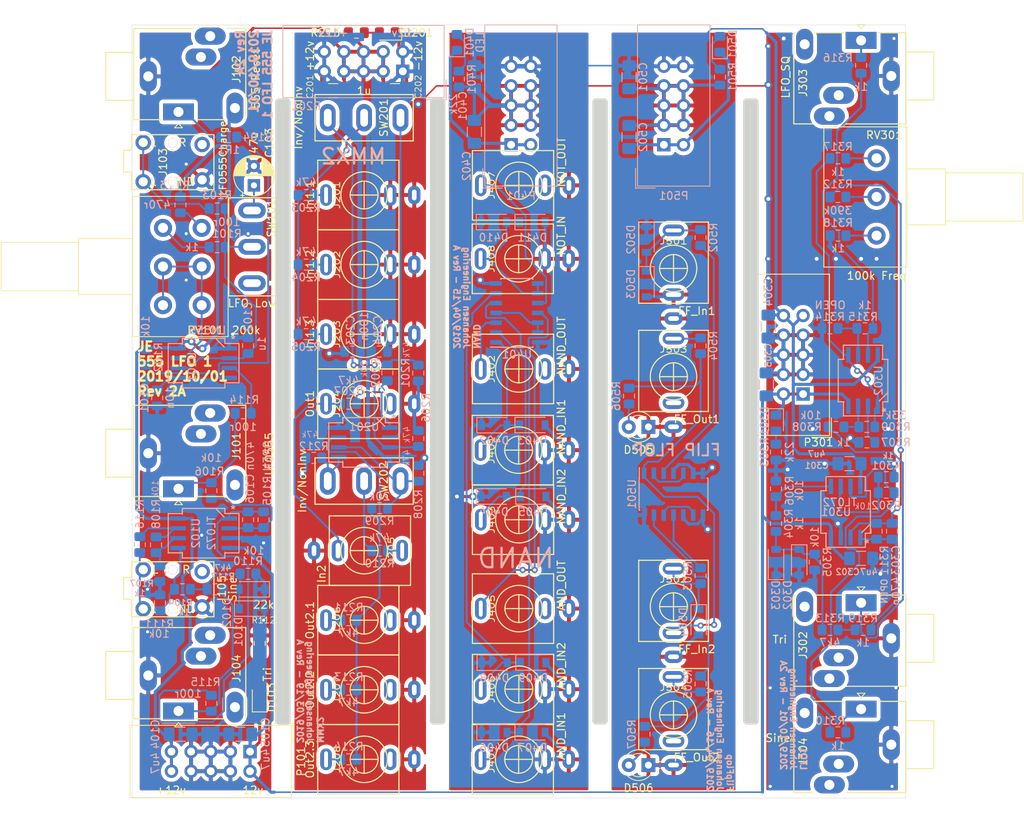
<source format=kicad_pcb>
(kicad_pcb (version 20171130) (host pcbnew "(5.1.0)-1")
  (title_block (title "LFO 1") (date 2019-03-18) (rev "Rev A") (company "Johansen Engineering"))
  (layers (0 F.Cu signal) (31 B.Cu signal) (34 B.Paste user) (35 F.Paste user) (36 B.SilkS user) (37 F.SilkS user) (38 B.Mask user) (39 F.Mask user) (44 Edge.Cuts user))
  (net 0 "")
  (net 1 GND)
  (net 2 "Net-(C101-Pad1)")
  (net 3 "Net-(C103-Pad1)")
  (net 4 "Net-(R101-Pad1)")
  (net 5 "Net-(R102-Pad1)")
  (net 6 +12V)
  (net 7 "Net-(RV101-Pad2)")
  (net 8 -12V)
  (net 9 Charge)
  (net 10 Tri)
  (net 11 "Net-(C106-Pad2)")
  (net 12 "Net-(D101-Pad1)")
  (net 13 Square)
  (net 14 Reset)
  (net 15 Sine)
  (net 16 "Net-(R107-Pad2)")
  (net 17 "Net-(R109-Pad2)")
  (net 18 "Net-(J201-PadT)")
  (net 19 "Net-(J202-PadT)")
  (net 20 "Net-(J203-PadT)")
  (net 21 "Net-(J204-PadT)")
  (net 22 "Net-(J205-PadT)")
  (net 23 "Net-(J206-PadT)")
  (net 24 "Net-(J207-PadT)")
  (net 25 "Net-(J208-PadT)")
  (net 26 Out1)
  (net 27 In1)
  (net 28 "Net-(R206-Pad2)")
  (net 29 Out2)
  (net 30 In2)
  (net 31 "Net-(R212-Pad2)")
  (net 32 +12L)
  (net 33 -12VA)
  (net 34 "Net-(D103-Pad2)")
  (net 35 "Net-(D201-Pad2)")
  (net 36 /KicadJE_MMX2/Inv1)
  (net 37 /KicadJE_MMX2/Inv2)
  (net 38 Tri3)
  (net 39 "Net-(C303-Pad2)")
  (net 40 "Net-(D301-Pad2)")
  (net 41 "Net-(D302-Pad1)")
  (net 42 Square3)
  (net 43 Sine3)
  (net 44 "Net-(R301-Pad2)")
  (net 45 "Net-(R304-Pad2)")
  (net 46 "Net-(R307-Pad2)")
  (net 47 "Net-(R308-Pad2)")
  (net 48 "Net-(R309-Pad2)")
  (net 49 Square3fb)
  (net 50 "Net-(D401-Pad2)")
  (net 51 NAND_IN1)
  (net 52 NAND_IN2)
  (net 53 AND_IN1)
  (net 54 AND_IN2)
  (net 55 NOT_IN)
  (net 56 "Net-(J402-PadT)")
  (net 57 "Net-(J405-PadT)")
  (net 58 "Net-(J407-PadT)")
  (net 59 "Net-(D501-Pad2)")
  (net 60 "Net-(D502-Pad2)")
  (net 61 "Net-(D504-Pad1)")
  (net 62 FF_OUT1)
  (net 63 "Net-(J503-PadT)")
  (net 64 "Net-(J504-PadT)")
  (net 65 FF_IN1)
  (net 66 FF_IN2)
  (net 67 FF_OUT2)
  (net 68 "Net-(U501-Pad2)")
  (net 69 "Net-(U501-Pad12)")
  (net 70 "Net-(D505-Pad2)")
  (net 71 "Net-(D506-Pad2)")
  (net 72 "Net-(C102-Pad1)")
  (net 73 "Net-(C106-Pad1)")
  (net 74 "Net-(C303-Pad1)")
  (net 75 "Net-(R108-Pad2)")
  (net 76 "Net-(R113-Pad1)")
  (net 77 "Net-(R114-Pad2)")
  (net 78 "Net-(R302-Pad2)")
  (net 79 "Net-(R314-Pad2)")
  (net 80 "Net-(R315-Pad2)")
  (net 81 "Net-(R317-Pad2)")
  (net 82 "Net-(R318-Pad1)")
  (net 83 "Net-(U401-Pad12)")
  (module Potentiometer_THT:Potentiometer_Alps_RK163_Dual_Horizontal (layer F.Cu) (at 54 76.25 180)
    (fp_text reference RV101 (at -5.5 -13.25 180) (layer F.SilkS))
    (fp_text value 200k (at -10.75 -13.25 180) (layer F.SilkS))
    (pad 3 thru_hole circle (at 0 -10 180) (size 2.34 2.34) (drill 1.3) (layers *.Cu *.Mask) (net 7 "Net-(RV101-Pad2)"))
    (pad 2 thru_hole circle (at 0 -5 180) (size 2.34 2.34) (drill 1.3) (layers *.Cu *.Mask) (net 7 "Net-(RV101-Pad2)"))
    (pad 1 thru_hole circle (at 0 0 180) (size 2.34 2.34) (drill 1.3) (layers *.Cu *.Mask) (net 4 "Net-(R101-Pad1)"))
    (pad 6 thru_hole circle (at -5 -10 180) (size 2.34 2.34) (drill 1.3) (layers *.Cu *.Mask) (net 7 "Net-(RV101-Pad2)"))
    (pad 5 thru_hole circle (at -5 -5 180) (size 2.34 2.34) (drill 1.3) (layers *.Cu *.Mask) (net 7 "Net-(RV101-Pad2)"))
    (pad 4 thru_hole circle (at -5 0 180) (size 2.34 2.34) (drill 1.3) (layers *.Cu *.Mask) (net 76 "Net-(R113-Pad1)"))
  )
  (module Resistor_SMD:R_0805_2012Metric_Pad1.15x1.40mm_HandSolder (layer B.Cu) (at 144.25 55.225 90)
    (fp_text reference R316 (at 0.975 -3 180) (layer B.SilkS) (effects (justify mirror)))
    (fp_text value 1k (at -2.775 0 180) (layer B.SilkS) (effects (justify mirror)))
    (pad 2 smd roundrect (at 1.025 0 90) (size 1.15 1.4) (layers B.Cu B.Paste B.Mask) (roundrect_rratio 0.217391) (net 42 Square3))
    (pad 1 smd roundrect (at -1.025 0 90) (size 1.15 1.4) (layers B.Cu B.Paste B.Mask) (roundrect_rratio 0.217391) (net 80 "Net-(R315-Pad2)"))
  )
  (module Resistor_SMD:R_0805_2012Metric_Pad1.15x1.40mm_HandSolder (layer B.Cu) (at 145 104)
    (fp_text reference R307 (at 3.75 0) (layer B.SilkS) (effects (justify mirror)))
    (fp_text value 1k (at -3 0) (layer B.SilkS) (effects (justify mirror)))
    (pad 2 smd roundrect (at 1.025 0) (size 1.15 1.4) (layers B.Cu B.Paste B.Mask) (roundrect_rratio 0.217391) (net 46 "Net-(R307-Pad2)"))
    (pad 1 smd roundrect (at -1.025 0) (size 1.15 1.4) (layers B.Cu B.Paste B.Mask) (roundrect_rratio 0.217391) (net 1 GND))
  )
  (module LED_SMD:LED_0805_2012Metric_Pad1.15x1.40mm_HandSolder (layer B.Cu) (at 133.25 101.5 270)
    (fp_text reference D301 (at -0.25 1.5 90) (layer B.SilkS) (effects (justify mirror)))
    (fp_text value LED)
    (pad 1 smd roundrect (at -1.025 0 270) (size 1.15 1.4) (layers B.Cu B.Paste B.Mask) (roundrect_rratio 0.217391) (net 8 -12V))
    (pad 2 smd roundrect (at 1.025 0 270) (size 1.15 1.4) (layers B.Cu B.Paste B.Mask) (roundrect_rratio 0.217391) (net 40 "Net-(D301-Pad2)"))
  )
  (module Resistor_SMD:R_0805_2012Metric_Pad1.15x1.40mm_HandSolder (layer B.Cu) (at 147.5 108.5 180)
    (fp_text reference R301 (at 0 1.5 180) (layer B.SilkS) (effects (justify mirror)))
    (fp_text value 1k (at -0.25 2.75) (layer B.SilkS) (effects (font (size 0.8 0.8)) (justify mirror)))
    (pad 1 smd roundrect (at -1.025 0 180) (size 1.15 1.4) (layers B.Cu B.Paste B.Mask) (roundrect_rratio 0.217391) (net 1 GND))
    (pad 2 smd roundrect (at 1.025 0 180) (size 1.15 1.4) (layers B.Cu B.Paste B.Mask) (roundrect_rratio 0.217391) (net 44 "Net-(R301-Pad2)"))
  )
  (module Resistor_SMD:R_0805_2012Metric_Pad1.15x1.40mm_HandSolder (layer B.Cu) (at 145 102)
    (fp_text reference R309 (at 3.75 0) (layer B.SilkS) (effects (justify mirror)))
    (fp_text value 33k (at 3.75 -1.5) (layer B.SilkS) (effects (justify mirror)))
    (pad 2 smd roundrect (at 1.025 0) (size 1.15 1.4) (layers B.Cu B.Paste B.Mask) (roundrect_rratio 0.217391) (net 48 "Net-(R309-Pad2)"))
    (pad 1 smd roundrect (at -1.025 0) (size 1.15 1.4) (layers B.Cu B.Paste B.Mask) (roundrect_rratio 0.217391) (net 47 "Net-(R308-Pad2)"))
  )
  (module AJ-Dropbox-Kicad:AJ_SO-8_5.3x6.2mm_P1.27mm (layer B.Cu) (at 144.5 96 90)
    (fp_text reference U302 (at 0 2 90) (layer B.SilkS) (effects (justify mirror)))
    (fp_text value TL072)
    (fp_text user * (at -3.81 3.048 90) (layer B.SilkS) (effects (justify mirror)))
    (pad 1 smd rect (at -3.3 1.905 90) (size 2 0.55) (layers B.Cu B.Paste B.Mask) (net 48 "Net-(R309-Pad2)"))
    (pad 2 smd rect (at -3.3 0.635 90) (size 2 0.55) (layers B.Cu B.Paste B.Mask) (net 46 "Net-(R307-Pad2)"))
    (pad 3 smd rect (at -3.3 -0.635 90) (size 2 0.55) (layers B.Cu B.Paste B.Mask) (net 47 "Net-(R308-Pad2)"))
    (pad 4 smd rect (at -3.3 -1.905 90) (size 2 0.55) (layers B.Cu B.Paste B.Mask) (net 8 -12V))
    (pad 5 smd rect (at 3.3 -1.905 90) (size 2 0.55) (layers B.Cu B.Paste B.Mask) (net 48 "Net-(R309-Pad2)"))
    (pad 6 smd rect (at 3.3 -0.635 90) (size 2 0.55) (layers B.Cu B.Paste B.Mask) (net 79 "Net-(R314-Pad2)"))
    (pad 7 smd rect (at 3.3 0.635 90) (size 2 0.55) (layers B.Cu B.Paste B.Mask) (net 80 "Net-(R315-Pad2)"))
    (pad 8 smd rect (at 3.3 1.905 90) (size 2 0.55) (layers B.Cu B.Paste B.Mask) (net 6 +12V))
  )
  (module Capacitor_SMD:C_0805_2012Metric_Pad1.15x1.40mm_HandSolder (layer B.Cu) (at 148.25 115.5 90)
    (fp_text reference C303 (at -3.75 0.5 90) (layer B.SilkS) (effects (justify mirror)))
    (fp_text value 470n (at -7.75 0.5 90) (layer B.SilkS) (effects (justify mirror)))
    (pad 1 smd roundrect (at -1.025 0 90) (size 1.15 1.4) (layers B.Cu B.Paste B.Mask) (roundrect_rratio 0.217391) (net 74 "Net-(C303-Pad1)"))
    (pad 2 smd roundrect (at 1.025 0 90) (size 1.15 1.4) (layers B.Cu B.Paste B.Mask) (roundrect_rratio 0.217391) (net 39 "Net-(C303-Pad2)"))
  )
  (module Resistor_SMD:R_0805_2012Metric_Pad1.15x1.40mm_HandSolder (layer B.Cu) (at 133.25 114.5 90)
    (fp_text reference R304 (at 0 1.65 90) (layer B.SilkS) (effects (justify mirror)))
    (fp_text value 1k (at 0 3 90) (layer B.SilkS) (effects (justify mirror)))
    (pad 1 smd roundrect (at -1.025 0 90) (size 1.15 1.4) (layers B.Cu B.Paste B.Mask) (roundrect_rratio 0.217391) (net 41 "Net-(D302-Pad1)"))
    (pad 2 smd roundrect (at 1.025 0 90) (size 1.15 1.4) (layers B.Cu B.Paste B.Mask) (roundrect_rratio 0.217391) (net 45 "Net-(R304-Pad2)"))
  )
  (module Resistor_SMD:R_0805_2012Metric_Pad1.15x1.40mm_HandSolder (layer B.Cu) (at 133.25 110 270)
    (fp_text reference R306 (at 0.25 -1.75 270) (layer B.SilkS) (effects (justify mirror)))
    (fp_text value 10k (at 0.25 -3 270) (layer B.SilkS) (effects (justify mirror)))
    (pad 2 smd roundrect (at 1.025 0 270) (size 1.15 1.4) (layers B.Cu B.Paste B.Mask) (roundrect_rratio 0.217391) (net 45 "Net-(R304-Pad2)"))
    (pad 1 smd roundrect (at -1.025 0 270) (size 1.15 1.4) (layers B.Cu B.Paste B.Mask) (roundrect_rratio 0.217391) (net 1 GND))
  )
  (module Resistor_SMD:R_0805_2012Metric_Pad1.15x1.40mm_HandSolder (layer B.Cu) (at 141 102)
    (fp_text reference R308 (at -3.75 0) (layer B.SilkS) (effects (justify mirror)))
    (fp_text value 10k (at -3.25 -1.5) (layer B.SilkS) (effects (justify mirror)))
    (pad 1 smd roundrect (at -1.025 0) (size 1.15 1.4) (layers B.Cu B.Paste B.Mask) (roundrect_rratio 0.217391) (net 38 Tri3))
    (pad 2 smd roundrect (at 1.025 0) (size 1.15 1.4) (layers B.Cu B.Paste B.Mask) (roundrect_rratio 0.217391) (net 47 "Net-(R308-Pad2)"))
  )
  (module Capacitor_SMD:C_1206_3216Metric_Pad1.42x1.75mm_HandSolder (layer B.Cu) (at 132 96.5 90)
    (fp_text reference C305 (at 3.75 0.25 90) (layer B.SilkS) (effects (font (size 0.8 0.8)) (justify mirror)))
    (fp_text value 100n)
    (pad 2 smd roundrect (at 1.4875 0 90) (size 1.425 1.75) (layers B.Cu B.Paste B.Mask) (roundrect_rratio 0.175439) (net 1 GND))
    (pad 1 smd roundrect (at -1.4875 0 90) (size 1.425 1.75) (layers B.Cu B.Paste B.Mask) (roundrect_rratio 0.175439) (net 8 -12V))
  )
  (module Capacitor_SMD:C_1206_3216Metric_Pad1.42x1.75mm_HandSolder (layer B.Cu) (at 142.75 106.75)
    (fp_text reference C301 (at -4.25 0.25) (layer B.SilkS) (effects (font (size 0.8 0.8)) (justify mirror)))
    (fp_text value 4u7 (at -4.25 -1.25) (layer B.SilkS) (effects (font (size 0.8 0.8)) (justify mirror)))
    (pad 1 smd roundrect (at -1.4875 0) (size 1.425 1.75) (layers B.Cu B.Paste B.Mask) (roundrect_rratio 0.175439) (net 1 GND))
    (pad 2 smd roundrect (at 1.4875 0) (size 1.425 1.75) (layers B.Cu B.Paste B.Mask) (roundrect_rratio 0.175439) (net 6 +12V))
  )
  (module Diode_SMD:D_SOD-123 (layer B.Cu) (at 136.25 119.5 270)
    (fp_text reference D302 (at 4.25 1.5 270) (layer B.SilkS) (effects (justify mirror)))
    (fp_text value 1N4148W)
    (pad 1 smd rect (at -1.65 0 270) (size 0.9 1.2) (layers B.Cu B.Paste B.Mask) (net 41 "Net-(D302-Pad1)"))
    (pad 2 smd rect (at 1.65 0 270) (size 0.9 1.2) (layers B.Cu B.Paste B.Mask) (net 1 GND))
  )
  (module Diode_SMD:D_SOD-123 (layer B.Cu) (at 133.25 119.5 90)
    (fp_text reference D303 (at -4.25 0 90) (layer B.SilkS) (effects (justify mirror)))
    (fp_text value 1N4148W)
    (pad 2 smd rect (at 1.65 0 90) (size 0.9 1.2) (layers B.Cu B.Paste B.Mask) (net 41 "Net-(D302-Pad1)"))
    (pad 1 smd rect (at -1.65 0 90) (size 0.9 1.2) (layers B.Cu B.Paste B.Mask) (net 1 GND))
  )
  (module Capacitor_SMD:C_1206_3216Metric_Pad1.42x1.75mm_HandSolder (layer B.Cu) (at 132.25 89.0125 90)
    (fp_text reference C304 (at 4.5125 0 90) (layer B.SilkS) (effects (justify mirror)))
    (fp_text value 100n)
    (pad 1 smd roundrect (at -1.4875 0 90) (size 1.425 1.75) (layers B.Cu B.Paste B.Mask) (roundrect_rratio 0.175439) (net 1 GND))
    (pad 2 smd roundrect (at 1.4875 0 90) (size 1.425 1.75) (layers B.Cu B.Paste B.Mask) (roundrect_rratio 0.175439) (net 6 +12V))
  )
  (module Resistor_SMD:R_0805_2012Metric_Pad1.15x1.40mm_HandSolder (layer B.Cu) (at 147.5 110.5)
    (fp_text reference R302 (at 0 1.65) (layer B.SilkS) (effects (justify mirror)))
    (fp_text value 10k (at -3 1.75) (layer B.SilkS) (effects (font (size 0.8 0.8) (thickness 0.1)) (justify mirror)))
    (pad 2 smd roundrect (at 1.025 0) (size 1.15 1.4) (layers B.Cu B.Paste B.Mask) (roundrect_rratio 0.217391) (net 78 "Net-(R302-Pad2)"))
    (pad 1 smd roundrect (at -1.025 0) (size 1.15 1.4) (layers B.Cu B.Paste B.Mask) (roundrect_rratio 0.217391) (net 44 "Net-(R301-Pad2)"))
  )
  (module Capacitor_SMD:C_1206_3216Metric_Pad1.42x1.75mm_HandSolder (layer B.Cu) (at 144.25 119)
    (fp_text reference C302 (at -1.75 1.75) (layer B.SilkS) (effects (font (size 0.8 0.8)) (justify mirror)))
    (fp_text value 4u7 (at 1 1.75) (layer B.SilkS) (effects (font (size 0.8 0.8)) (justify mirror)))
    (pad 2 smd roundrect (at 1.4875 0) (size 1.425 1.75) (layers B.Cu B.Paste B.Mask) (roundrect_rratio 0.175439) (net 1 GND))
    (pad 1 smd roundrect (at -1.4875 0) (size 1.425 1.75) (layers B.Cu B.Paste B.Mask) (roundrect_rratio 0.175439) (net 8 -12V))
  )
  (module Resistor_SMD:R_0805_2012Metric_Pad1.15x1.40mm_HandSolder (layer B.Cu) (at 138.25 119.475 90)
    (fp_text reference R305 (at 0 1.65 90) (layer B.SilkS) (effects (justify mirror)))
    (fp_text value 10k (at 3.225 0 90) (layer B.SilkS) (effects (justify mirror)))
    (pad 1 smd roundrect (at -1.025 0 90) (size 1.15 1.4) (layers B.Cu B.Paste B.Mask) (roundrect_rratio 0.217391) (net 1 GND))
    (pad 2 smd roundrect (at 1.025 0 90) (size 1.15 1.4) (layers B.Cu B.Paste B.Mask) (roundrect_rratio 0.217391) (net 41 "Net-(D302-Pad1)"))
  )
  (module Resistor_SMD:R_0805_2012Metric_Pad1.15x1.40mm_HandSolder (layer B.Cu) (at 133.25 105.25 90)
    (fp_text reference R303 (at 0 -1.5 270) (layer B.SilkS) (effects (justify mirror)))
    (fp_text value 22k (at 0 1.75 270) (layer B.SilkS) (effects (justify mirror)))
    (pad 2 smd roundrect (at 1.025 0 90) (size 1.15 1.4) (layers B.Cu B.Paste B.Mask) (roundrect_rratio 0.217391) (net 40 "Net-(D301-Pad2)"))
    (pad 1 smd roundrect (at -1.025 0 90) (size 1.15 1.4) (layers B.Cu B.Paste B.Mask) (roundrect_rratio 0.217391) (net 1 GND))
  )
  (module Resistor_SMD:R_0805_2012Metric_Pad1.15x1.40mm_HandSolder (layer B.Cu) (at 146.25 115.5 270)
    (fp_text reference R311 (at 3.75 -1 270) (layer B.SilkS) (effects (justify mirror)))
    (fp_text value OPEN (at 7.75 -1 90) (layer B.SilkS) (effects (font (size 0.8 0.8)) (justify mirror)))
    (pad 1 smd roundrect (at -1.025 0 270) (size 1.15 1.4) (layers B.Cu B.Paste B.Mask) (roundrect_rratio 0.217391) (net 39 "Net-(C303-Pad2)"))
    (pad 2 smd roundrect (at 1.025 0 270) (size 1.15 1.4) (layers B.Cu B.Paste B.Mask) (roundrect_rratio 0.217391) (net 74 "Net-(C303-Pad1)"))
  )
  (module AJ-Dropbox-Kicad:AJ_SO-8_5.3x6.2mm_P1.27mm (layer B.Cu) (at 142.25 113 90)
    (fp_text reference U301 (at 0 -1.25 180) (layer B.SilkS) (effects (justify mirror)))
    (fp_text value TL072 (at 1.25 -0.75 180) (layer B.SilkS) (effects (justify mirror)))
    (fp_text user * (at -3.81 3.048 90) (layer B.SilkS) (effects (justify mirror)))
    (pad 8 smd rect (at 3.3 1.905 90) (size 2 0.55) (layers B.Cu B.Paste B.Mask) (net 6 +12V))
    (pad 7 smd rect (at 3.3 0.635 90) (size 2 0.55) (layers B.Cu B.Paste B.Mask) (net 78 "Net-(R302-Pad2)"))
    (pad 6 smd rect (at 3.3 -0.635 90) (size 2 0.55) (layers B.Cu B.Paste B.Mask) (net 44 "Net-(R301-Pad2)"))
    (pad 5 smd rect (at 3.3 -1.905 90) (size 2 0.55) (layers B.Cu B.Paste B.Mask) (net 45 "Net-(R304-Pad2)"))
    (pad 4 smd rect (at -3.3 -1.905 90) (size 2 0.55) (layers B.Cu B.Paste B.Mask) (net 8 -12V))
    (pad 3 smd rect (at -3.3 -0.635 90) (size 2 0.55) (layers B.Cu B.Paste B.Mask) (net 1 GND))
    (pad 2 smd rect (at -3.3 0.635 90) (size 2 0.55) (layers B.Cu B.Paste B.Mask) (net 39 "Net-(C303-Pad2)"))
    (pad 1 smd rect (at -3.3 1.905 90) (size 2 0.55) (layers B.Cu B.Paste B.Mask) (net 74 "Net-(C303-Pad1)"))
  )
  (module Resistor_SMD:R_0805_2012Metric_Pad1.15x1.40mm_HandSolder (layer B.Cu) (at 92.25 57 90)
    (fp_text reference R401 (at 0 1.65 90) (layer B.SilkS) (effects (justify mirror)))
    (fp_text value 22k (at -3.25 -0.75 90) (layer B.SilkS) (effects (justify mirror)))
    (pad 1 smd roundrect (at -1.025 0 90) (size 1.15 1.4) (layers B.Cu B.Paste B.Mask) (roundrect_rratio 0.217391) (net 1 GND))
    (pad 2 smd roundrect (at 1.025 0 90) (size 1.15 1.4) (layers B.Cu B.Paste B.Mask) (roundrect_rratio 0.217391) (net 50 "Net-(D401-Pad2)"))
  )
  (module Capacitor_SMD:C_0805_2012Metric_Pad1.15x1.40mm_HandSolder (layer B.Cu) (at 53.25 98.25 270)
    (fp_text reference C101 (at 0 1.65 270) (layer B.SilkS) (effects (justify mirror)))
    (fp_text value 10n (at 0 -1.65 270) (layer B.SilkS) (effects (justify mirror)))
    (pad 2 smd roundrect (at 1.025 0 270) (size 1.15 1.4) (layers B.Cu B.Paste B.Mask) (roundrect_rratio 0.217391) (net 1 GND))
    (pad 1 smd roundrect (at -1.025 0 270) (size 1.15 1.4) (layers B.Cu B.Paste B.Mask) (roundrect_rratio 0.217391) (net 2 "Net-(C101-Pad1)"))
  )
  (module Capacitor_SMD:C_0805_2012Metric_Pad1.15x1.40mm_HandSolder (layer B.Cu) (at 65 91.475 90)
    (fp_text reference C102 (at 3.725 0 90) (layer B.SilkS) (effects (justify mirror)))
    (fp_text value 1u (at 0.225 1.75 90) (layer B.SilkS) (effects (justify mirror)))
    (pad 1 smd roundrect (at -1.025 0 90) (size 1.15 1.4) (layers B.Cu B.Paste B.Mask) (roundrect_rratio 0.217391) (net 72 "Net-(C102-Pad1)"))
    (pad 2 smd roundrect (at 1.025 0 90) (size 1.15 1.4) (layers B.Cu B.Paste B.Mask) (roundrect_rratio 0.217391) (net 1 GND))
  )
  (module Capacitor_THT:CP_Radial_D5.0mm_P2.50mm (layer F.Cu) (at 65.75 70.75 90)
    (fp_text reference C103 (at 5.5 2 90) (layer F.SilkS))
    (fp_text value 47u (at 5.5 0 90) (layer F.SilkS))
    (pad 1 thru_hole rect (at 0 0 90) (size 1.6 1.6) (drill 0.8) (layers *.Cu *.Mask) (net 3 "Net-(C103-Pad1)"))
    (pad 2 thru_hole circle (at 2.5 0 90) (size 1.6 1.6) (drill 0.8) (layers *.Cu *.Mask) (net 1 GND))
  )
  (module Resistor_SMD:R_0805_2012Metric_Pad1.15x1.40mm_HandSolder (layer B.Cu) (at 61 78.75)
    (fp_text reference R101 (at 1.25 -1.75) (layer B.SilkS) (effects (justify mirror)))
    (fp_text value 1k (at -3.25 0) (layer B.SilkS) (effects (justify mirror)))
    (pad 1 smd roundrect (at -1.025 0) (size 1.15 1.4) (layers B.Cu B.Paste B.Mask) (roundrect_rratio 0.217391) (net 4 "Net-(R101-Pad1)"))
    (pad 2 smd roundrect (at 1.025 0) (size 1.15 1.4) (layers B.Cu B.Paste B.Mask) (roundrect_rratio 0.217391) (net 72 "Net-(C102-Pad1)"))
  )
  (module Resistor_SMD:R_0805_2012Metric_Pad1.15x1.40mm_HandSolder (layer B.Cu) (at 51.75 92.975 90)
    (fp_text reference R102 (at 0 1.65 90) (layer B.SilkS) (effects (justify mirror)))
    (fp_text value 10k (at 4 0 90) (layer B.SilkS) (effects (justify mirror)))
    (pad 1 smd roundrect (at -1.025 0 90) (size 1.15 1.4) (layers B.Cu B.Paste B.Mask) (roundrect_rratio 0.217391) (net 5 "Net-(R102-Pad1)"))
    (pad 2 smd roundrect (at 1.025 0 90) (size 1.15 1.4) (layers B.Cu B.Paste B.Mask) (roundrect_rratio 0.217391) (net 6 +12V))
  )
  (module Resistor_SMD:R_0805_2012Metric_Pad1.15x1.40mm_HandSolder (layer B.Cu) (at 61 73.75)
    (fp_text reference R103 (at 0 -1.75) (layer B.SilkS) (effects (justify mirror)))
    (fp_text value 100r (at 1.25 1.75) (layer B.SilkS) (effects (justify mirror)))
    (pad 2 smd roundrect (at 1.025 0) (size 1.15 1.4) (layers B.Cu B.Paste B.Mask) (roundrect_rratio 0.217391) (net 72 "Net-(C102-Pad1)"))
    (pad 1 smd roundrect (at -1.025 0) (size 1.15 1.4) (layers B.Cu B.Paste B.Mask) (roundrect_rratio 0.217391) (net 9 Charge))
  )
  (module Resistor_SMD:R_0805_2012Metric_Pad1.15x1.40mm_HandSolder (layer B.Cu) (at 62.5 64.5 180)
    (fp_text reference R104 (at -3.75 0 180) (layer B.SilkS) (effects (justify mirror)))
    (fp_text value 1R1 (at 0 -1.65 180) (layer B.SilkS) (effects (justify mirror)))
    (pad 2 smd roundrect (at 1.025 0 180) (size 1.15 1.4) (layers B.Cu B.Paste B.Mask) (roundrect_rratio 0.217391) (net 14 Reset))
    (pad 1 smd roundrect (at -1.025 0 180) (size 1.15 1.4) (layers B.Cu B.Paste B.Mask) (roundrect_rratio 0.217391) (net 5 "Net-(R102-Pad1)"))
  )
  (module AJ-Dropbox-Kicad:SP1MS1 (layer F.Cu) (at 65.5 78.7)
    (fp_text reference SW101 (at 2.5 -3.7 90) (layer F.SilkS))
    (fp_text value "LFO Low" (at 0 7.3) (layer F.SilkS))
    (pad 3 thru_hole oval (at 0 -4.7) (size 3.556 2.032) (drill oval 2.3 1) (layers *.Cu *.Mask) (net 3 "Net-(C103-Pad1)"))
    (pad 2 thru_hole oval (at 0 0) (size 3.556 2.032) (drill oval 2.3 1) (layers *.Cu *.Mask) (net 72 "Net-(C102-Pad1)"))
    (pad 1 thru_hole oval (at 0 4.7) (size 3.556 2.032) (drill oval 2.3 1) (layers *.Cu *.Mask))
  )
  (module AJ-Dropbox-Kicad:AJ_SO-8_5.3x6.2mm_P1.27mm (layer B.Cu) (at 59.25 93.75 180)
    (fp_text reference U101 (at 1.5 -0.5 270) (layer B.SilkS) (effects (justify mirror)))
    (fp_text value LM555 (at -0.5 4.25) (layer B.SilkS) (effects (justify mirror)))
    (fp_text user * (at -3.81 3.048 180) (layer B.SilkS) (effects (justify mirror)))
    (pad 1 smd rect (at -3.3 1.905 180) (size 2 0.55) (layers B.Cu B.Paste B.Mask) (net 1 GND))
    (pad 2 smd rect (at -3.3 0.635 180) (size 2 0.55) (layers B.Cu B.Paste B.Mask) (net 72 "Net-(C102-Pad1)"))
    (pad 3 smd rect (at -3.3 -0.635 180) (size 2 0.55) (layers B.Cu B.Paste B.Mask) (net 77 "Net-(R114-Pad2)"))
    (pad 4 smd rect (at -3.3 -1.905 180) (size 2 0.55) (layers B.Cu B.Paste B.Mask) (net 5 "Net-(R102-Pad1)"))
    (pad 5 smd rect (at 3.3 -1.905 180) (size 2 0.55) (layers B.Cu B.Paste B.Mask) (net 2 "Net-(C101-Pad1)"))
    (pad 6 smd rect (at 3.3 -0.635 180) (size 2 0.55) (layers B.Cu B.Paste B.Mask) (net 72 "Net-(C102-Pad1)"))
    (pad 7 smd rect (at 3.3 0.635 180) (size 2 0.55) (layers B.Cu B.Paste B.Mask) (net 7 "Net-(RV101-Pad2)"))
    (pad 8 smd rect (at 3.3 1.905 180) (size 2 0.55) (layers B.Cu B.Paste B.Mask) (net 6 +12V))
  )
  (module Connector_IDC:IDC-Header_2x05_P2.54mm_Vertical (layer F.Cu) (at 65.25 144 270)
    (fp_text reference P101 (at 1.27 -6.604 270) (layer F.SilkS))
    (fp_text value HEADER_2x5_Doepfer)
    (pad 1 thru_hole rect (at 0 0 270) (size 1.7272 1.7272) (drill 1.016) (layers *.Cu *.Mask) (net 8 -12V))
    (pad 2 thru_hole oval (at 2.54 0 270) (size 1.7272 1.7272) (drill 1.016) (layers *.Cu *.Mask) (net 8 -12V))
    (pad 3 thru_hole oval (at 0 2.54 270) (size 1.7272 1.7272) (drill 1.016) (layers *.Cu *.Mask) (net 1 GND))
    (pad 4 thru_hole oval (at 2.54 2.54 270) (size 1.7272 1.7272) (drill 1.016) (layers *.Cu *.Mask) (net 1 GND))
    (pad 5 thru_hole oval (at 0 5.08 270) (size 1.7272 1.7272) (drill 1.016) (layers *.Cu *.Mask) (net 1 GND))
    (pad 6 thru_hole oval (at 2.54 5.08 270) (size 1.7272 1.7272) (drill 1.016) (layers *.Cu *.Mask) (net 1 GND))
    (pad 7 thru_hole oval (at 0 7.62 270) (size 1.7272 1.7272) (drill 1.016) (layers *.Cu *.Mask) (net 1 GND))
    (pad 8 thru_hole oval (at 2.54 7.62 270) (size 1.7272 1.7272) (drill 1.016) (layers *.Cu *.Mask) (net 1 GND))
    (pad 9 thru_hole oval (at 0 10.16 270) (size 1.7272 1.7272) (drill 1.016) (layers *.Cu *.Mask) (net 6 +12V))
    (pad 10 thru_hole oval (at 2.54 10.16 270) (size 1.7272 1.7272) (drill 1.016) (layers *.Cu *.Mask) (net 6 +12V))
  )
  (module AJ-Dropbox-Kicad:AJ_SO-8_5.3x6.2mm_P1.27mm (layer B.Cu) (at 59.25 115.75 180)
    (fp_text reference U102 (at 1 0 270) (layer B.SilkS) (effects (justify mirror)))
    (fp_text value TL072 (at -1 0 270) (layer B.SilkS) (effects (justify mirror)))
    (fp_text user * (at -3.81 3.048 180) (layer B.SilkS) (effects (justify mirror)))
    (pad 1 smd rect (at -3.3 1.905 180) (size 2 0.55) (layers B.Cu B.Paste B.Mask) (net 73 "Net-(C106-Pad1)"))
    (pad 2 smd rect (at -3.3 0.635 180) (size 2 0.55) (layers B.Cu B.Paste B.Mask) (net 11 "Net-(C106-Pad2)"))
    (pad 3 smd rect (at -3.3 -0.635 180) (size 2 0.55) (layers B.Cu B.Paste B.Mask) (net 1 GND))
    (pad 4 smd rect (at -3.3 -1.905 180) (size 2 0.55) (layers B.Cu B.Paste B.Mask) (net 8 -12V))
    (pad 5 smd rect (at 3.3 -1.905 180) (size 2 0.55) (layers B.Cu B.Paste B.Mask) (net 17 "Net-(R109-Pad2)"))
    (pad 6 smd rect (at 3.3 -0.635 180) (size 2 0.55) (layers B.Cu B.Paste B.Mask) (net 16 "Net-(R107-Pad2)"))
    (pad 7 smd rect (at 3.3 0.635 180) (size 2 0.55) (layers B.Cu B.Paste B.Mask) (net 75 "Net-(R108-Pad2)"))
    (pad 8 smd rect (at 3.3 1.905 180) (size 2 0.55) (layers B.Cu B.Paste B.Mask) (net 6 +12V))
  )
  (module Capacitor_SMD:C_1206_3216Metric_Pad1.42x1.75mm_HandSolder (layer B.Cu) (at 56.2625 141.75 180)
    (fp_text reference C104 (at 3.2625 0 270) (layer B.SilkS) (effects (justify mirror)))
    (fp_text value 4u7 (at 3.2625 -3.75 270) (layer B.SilkS) (effects (justify mirror)))
    (pad 1 smd roundrect (at -1.4875 0 180) (size 1.425 1.75) (layers B.Cu B.Paste B.Mask) (roundrect_rratio 0.175439) (net 1 GND))
    (pad 2 smd roundrect (at 1.4875 0 180) (size 1.425 1.75) (layers B.Cu B.Paste B.Mask) (roundrect_rratio 0.175439) (net 6 +12V))
  )
  (module Capacitor_SMD:C_1206_3216Metric_Pad1.42x1.75mm_HandSolder (layer B.Cu) (at 63.9875 141.75 180)
    (fp_text reference C105 (at -3.2625 0.25 270) (layer B.SilkS) (effects (justify mirror)))
    (fp_text value 4u7 (at -3.2625 -3.25 270) (layer B.SilkS) (effects (justify mirror)))
    (pad 2 smd roundrect (at 1.4875 0 180) (size 1.425 1.75) (layers B.Cu B.Paste B.Mask) (roundrect_rratio 0.175439) (net 1 GND))
    (pad 1 smd roundrect (at -1.4875 0 180) (size 1.425 1.75) (layers B.Cu B.Paste B.Mask) (roundrect_rratio 0.175439) (net 8 -12V))
  )
  (module Capacitor_SMD:C_0805_2012Metric_Pad1.15x1.40mm_HandSolder (layer B.Cu) (at 65 114 270)
    (fp_text reference C106 (at -4 -0.25 270) (layer B.SilkS) (effects (justify mirror)))
    (fp_text value 470n (at -8.25 -0.25 270) (layer B.SilkS) (effects (justify mirror)))
    (pad 1 smd roundrect (at -1.025 0 270) (size 1.15 1.4) (layers B.Cu B.Paste B.Mask) (roundrect_rratio 0.217391) (net 73 "Net-(C106-Pad1)"))
    (pad 2 smd roundrect (at 1.025 0 270) (size 1.15 1.4) (layers B.Cu B.Paste B.Mask) (roundrect_rratio 0.217391) (net 11 "Net-(C106-Pad2)"))
  )
  (module Diode_SMD:D_SOD-123 (layer B.Cu) (at 65.5 125.5)
    (fp_text reference D101 (at -1.75 3 90) (layer B.SilkS) (effects (justify mirror)))
    (fp_text value 1N4148W)
    (pad 2 smd rect (at 1.65 0) (size 0.9 1.2) (layers B.Cu B.Paste B.Mask) (net 1 GND))
    (pad 1 smd rect (at -1.65 0) (size 0.9 1.2) (layers B.Cu B.Paste B.Mask) (net 12 "Net-(D101-Pad1)"))
  )
  (module Diode_SMD:D_SOD-123 (layer B.Cu) (at 65.5 123 180)
    (fp_text reference D102 (at 3.25 -3 270) (layer B.SilkS) (effects (justify mirror)))
    (fp_text value 1N4148W)
    (pad 1 smd rect (at -1.65 0 180) (size 0.9 1.2) (layers B.Cu B.Paste B.Mask) (net 1 GND))
    (pad 2 smd rect (at 1.65 0 180) (size 0.9 1.2) (layers B.Cu B.Paste B.Mask) (net 12 "Net-(D101-Pad1)"))
  )
  (module Resistor_SMD:R_0805_2012Metric_Pad1.15x1.40mm_HandSolder (layer B.Cu) (at 67 114 90)
    (fp_text reference R105 (at 3.75 0.5 90) (layer B.SilkS) (effects (justify mirror)))
    (fp_text value OPEN (at 8.25 0.5 90) (layer B.SilkS) (effects (justify mirror)))
    (pad 1 smd roundrect (at -1.025 0 90) (size 1.15 1.4) (layers B.Cu B.Paste B.Mask) (roundrect_rratio 0.217391) (net 11 "Net-(C106-Pad2)"))
    (pad 2 smd roundrect (at 1.025 0 90) (size 1.15 1.4) (layers B.Cu B.Paste B.Mask) (roundrect_rratio 0.217391) (net 73 "Net-(C106-Pad1)"))
  )
  (module Resistor_SMD:R_0805_2012Metric_Pad1.15x1.40mm_HandSolder (layer B.Cu) (at 60.25 110.25 270)
    (fp_text reference R106 (at -2.5 0.25) (layer B.SilkS) (effects (justify mirror)))
    (fp_text value 10k (at -4.25 0) (layer B.SilkS) (effects (justify mirror)))
    (pad 2 smd roundrect (at 1.025 0 270) (size 1.15 1.4) (layers B.Cu B.Paste B.Mask) (roundrect_rratio 0.217391) (net 11 "Net-(C106-Pad2)"))
    (pad 1 smd roundrect (at -1.025 0 270) (size 1.15 1.4) (layers B.Cu B.Paste B.Mask) (roundrect_rratio 0.217391) (net 13 Square))
  )
  (module Resistor_SMD:R_0805_2012Metric_Pad1.15x1.40mm_HandSolder (layer B.Cu) (at 53.6 120.975 90)
    (fp_text reference R107 (at -1.275 -2.35 180) (layer B.SilkS) (effects (font (size 0.8 0.8)) (justify mirror)))
    (fp_text value 1k (at -2.525 -2.6 180) (layer B.SilkS) (effects (font (size 0.8 0.8)) (justify mirror)))
    (pad 1 smd roundrect (at -1.025 0 90) (size 1.15 1.4) (layers B.Cu B.Paste B.Mask) (roundrect_rratio 0.217391) (net 1 GND))
    (pad 2 smd roundrect (at 1.025 0 90) (size 1.15 1.4) (layers B.Cu B.Paste B.Mask) (roundrect_rratio 0.217391) (net 16 "Net-(R107-Pad2)"))
  )
  (module Resistor_SMD:R_0805_2012Metric_Pad1.15x1.40mm_HandSolder (layer B.Cu) (at 53.1 117.25 90)
    (fp_text reference R108 (at 4 0 90) (layer B.SilkS) (effects (justify mirror)))
    (fp_text value 10k (at 7.25 -0.1 90) (layer B.SilkS) (effects (font (size 0.8 0.8) (thickness 0.1)) (justify mirror)))
    (pad 1 smd roundrect (at -1.025 0 90) (size 1.15 1.4) (layers B.Cu B.Paste B.Mask) (roundrect_rratio 0.217391) (net 16 "Net-(R107-Pad2)"))
    (pad 2 smd roundrect (at 1.025 0 90) (size 1.15 1.4) (layers B.Cu B.Paste B.Mask) (roundrect_rratio 0.217391) (net 75 "Net-(R108-Pad2)"))
  )
  (module Resistor_SMD:R_0805_2012Metric_Pad1.15x1.40mm_HandSolder (layer B.Cu) (at 56.5 123 180)
    (fp_text reference R109 (at 0.25 -1.75 180) (layer B.SilkS) (effects (font (size 0.8 0.8)) (justify mirror)))
    (fp_text value 1k (at -0.25 -3 180) (layer B.SilkS) (effects (font (size 0.8 0.8)) (justify mirror)))
    (pad 2 smd roundrect (at 1.025 0 180) (size 1.15 1.4) (layers B.Cu B.Paste B.Mask) (roundrect_rratio 0.217391) (net 17 "Net-(R109-Pad2)"))
    (pad 1 smd roundrect (at -1.025 0 180) (size 1.15 1.4) (layers B.Cu B.Paste B.Mask) (roundrect_rratio 0.217391) (net 12 "Net-(D101-Pad1)"))
  )
  (module Resistor_SMD:R_0805_2012Metric_Pad1.15x1.40mm_HandSolder (layer B.Cu) (at 65 121 180)
    (fp_text reference R110 (at 0 1.65 180) (layer B.SilkS) (effects (justify mirror)))
    (fp_text value 10k (at -0.75 3 180) (layer B.SilkS) (effects (justify mirror)))
    (pad 2 smd roundrect (at 1.025 0 180) (size 1.15 1.4) (layers B.Cu B.Paste B.Mask) (roundrect_rratio 0.217391) (net 12 "Net-(D101-Pad1)"))
    (pad 1 smd roundrect (at -1.025 0 180) (size 1.15 1.4) (layers B.Cu B.Paste B.Mask) (roundrect_rratio 0.217391) (net 1 GND))
  )
  (module Resistor_SMD:R_0805_2012Metric_Pad1.15x1.40mm_HandSolder (layer B.Cu) (at 53.6 124.75 270)
    (fp_text reference R111 (at 2.75 0.1) (layer B.SilkS) (effects (justify mirror)))
    (fp_text value 10k (at 4 0.1) (layer B.SilkS) (effects (justify mirror)))
    (pad 1 smd roundrect (at -1.025 0 270) (size 1.15 1.4) (layers B.Cu B.Paste B.Mask) (roundrect_rratio 0.217391) (net 1 GND))
    (pad 2 smd roundrect (at 1.025 0 270) (size 1.15 1.4) (layers B.Cu B.Paste B.Mask) (roundrect_rratio 0.217391) (net 17 "Net-(R109-Pad2)"))
  )
  (module Capacitor_SMD:C_1206_3216Metric_Pad1.42x1.75mm_HandSolder (layer F.Cu) (at 76 58.5)
    (fp_text reference C201 (at -3 -0.5 90) (layer F.SilkS) (effects (font (size 0.8 0.8) (thickness 0.1))))
    (fp_text value 1u (at 4 0) (layer F.SilkS))
    (pad 2 smd roundrect (at 1.4875 0) (size 1.425 1.75) (layers F.Cu F.Paste F.Mask) (roundrect_rratio 0.175439) (net 1 GND))
    (pad 1 smd roundrect (at -1.4875 0) (size 1.425 1.75) (layers F.Cu F.Paste F.Mask) (roundrect_rratio 0.175439) (net 32 +12L))
  )
  (module Capacitor_SMD:C_1206_3216Metric_Pad1.42x1.75mm_HandSolder (layer F.Cu) (at 84 58.5)
    (fp_text reference C202 (at 3 -0.5 90) (layer F.SilkS) (effects (font (size 0.8 0.8) (thickness 0.1))))
    (fp_text value 1u)
    (pad 1 smd roundrect (at -1.4875 0) (size 1.425 1.75) (layers F.Cu F.Paste F.Mask) (roundrect_rratio 0.175439) (net 1 GND))
    (pad 2 smd roundrect (at 1.4875 0) (size 1.425 1.75) (layers F.Cu F.Paste F.Mask) (roundrect_rratio 0.175439) (net 33 -12VA))
  )
  (module AJ-Dropbox-Kicad:PJ301SM (layer F.Cu) (at 80 72 90)
    (fp_text reference J201 (at 0 -3.5 90) (layer F.SilkS) (effects (font (size 0.75 1) (thickness 0.125))))
    (fp_text value In1.1 (at 0 -7 90) (layer F.SilkS))
    (pad T thru_hole oval (at 0 -4.92 90) (size 2.8 1.5) (drill oval 2.1 0.5) (layers *.Cu *.Mask) (net 18 "Net-(J201-PadT)"))
    (pad S thru_hole oval (at 0 6.48 90) (size 2.4 1.6) (drill oval 1.4 0.6) (layers *.Cu *.Mask) (net 1 GND))
    (pad TN thru_hole oval (at 0 3.38 90) (size 2.8 1.6) (drill oval 2 0.6) (layers *.Cu *.Mask) (net 1 GND))
  )
  (module AJ-Dropbox-Kicad:PJ301SM (layer F.Cu) (at 80 81 90)
    (fp_text reference J202 (at 0 -3.5 90) (layer F.SilkS) (effects (font (size 0.75 1) (thickness 0.125))))
    (fp_text value In1.2 (at 0 -7 90) (layer F.SilkS))
    (pad TN thru_hole oval (at 0 3.38 90) (size 2.8 1.6) (drill oval 2 0.6) (layers *.Cu *.Mask) (net 1 GND))
    (pad S thru_hole oval (at 0 6.48 90) (size 2.4 1.6) (drill oval 1.4 0.6) (layers *.Cu *.Mask) (net 1 GND))
    (pad T thru_hole oval (at 0 -4.92 90) (size 2.8 1.5) (drill oval 2.1 0.5) (layers *.Cu *.Mask) (net 19 "Net-(J202-PadT)"))
  )
  (module AJ-Dropbox-Kicad:PJ301SM (layer F.Cu) (at 80 90 90)
    (fp_text reference J203 (at 0 -3.5 90) (layer F.SilkS) (effects (font (size 0.75 1) (thickness 0.125))))
    (fp_text value In1.3 (at 0 -7 90) (layer F.SilkS))
    (pad T thru_hole oval (at 0 -4.92 90) (size 2.8 1.5) (drill oval 2.1 0.5) (layers *.Cu *.Mask) (net 20 "Net-(J203-PadT)"))
    (pad S thru_hole oval (at 0 6.48 90) (size 2.4 1.6) (drill oval 1.4 0.6) (layers *.Cu *.Mask) (net 1 GND))
    (pad TN thru_hole oval (at 0 3.38 90) (size 2.8 1.6) (drill oval 2 0.6) (layers *.Cu *.Mask) (net 1 GND))
  )
  (module AJ-Dropbox-Kicad:PJ301SM (layer F.Cu) (at 80 99 90)
    (fp_text reference J204 (at 0 -3.5 90) (layer F.SilkS) (effects (font (size 0.75 1) (thickness 0.125))))
    (fp_text value Out1 (at 0 -7 90) (layer F.SilkS))
    (pad T thru_hole oval (at 0 -4.92 90) (size 2.8 1.5) (drill oval 2.1 0.5) (layers *.Cu *.Mask) (net 21 "Net-(J204-PadT)"))
    (pad S thru_hole oval (at 0 6.48 90) (size 2.4 1.6) (drill oval 1.4 0.6) (layers *.Cu *.Mask) (net 1 GND))
    (pad TN thru_hole oval (at 0 3.38 90) (size 2.8 1.6) (drill oval 2 0.6) (layers *.Cu *.Mask))
  )
  (module AJ-Dropbox-Kicad:PJ301SM (layer F.Cu) (at 80 118 270)
    (fp_text reference J205 (at 0 -3.5 270) (layer F.SilkS) (effects (font (size 0.75 1) (thickness 0.125))))
    (fp_text value In2 (at 3 5.5 270) (layer F.SilkS))
    (pad TN thru_hole oval (at 0 3.38 270) (size 2.8 1.6) (drill oval 2 0.6) (layers *.Cu *.Mask) (net 21 "Net-(J204-PadT)"))
    (pad S thru_hole oval (at 0 6.48 270) (size 2.4 1.6) (drill oval 1.4 0.6) (layers *.Cu *.Mask) (net 1 GND))
    (pad T thru_hole oval (at 0 -4.92 270) (size 2.8 1.5) (drill oval 2.1 0.5) (layers *.Cu *.Mask) (net 22 "Net-(J205-PadT)"))
  )
  (module AJ-Dropbox-Kicad:PJ301SM (layer F.Cu) (at 80 127 90)
    (fp_text reference J206 (at 0 -3.5 90) (layer F.SilkS) (effects (font (size 0.75 1) (thickness 0.125))))
    (fp_text value Out2.1 (at 0 -7 90) (layer F.SilkS))
    (pad TN thru_hole oval (at 0 3.38 90) (size 2.8 1.6) (drill oval 2 0.6) (layers *.Cu *.Mask))
    (pad S thru_hole oval (at 0 6.48 90) (size 2.4 1.6) (drill oval 1.4 0.6) (layers *.Cu *.Mask) (net 1 GND))
    (pad T thru_hole oval (at 0 -4.92 90) (size 2.8 1.5) (drill oval 2.1 0.5) (layers *.Cu *.Mask) (net 23 "Net-(J206-PadT)"))
  )
  (module AJ-Dropbox-Kicad:PJ301SM (layer F.Cu) (at 80 136 90)
    (fp_text reference J207 (at 0 -3.5 90) (layer F.SilkS) (effects (font (size 0.75 1) (thickness 0.125))))
    (fp_text value Out2.2 (at 0 -7 90) (layer F.SilkS))
    (pad TN thru_hole oval (at 0 3.38 90) (size 2.8 1.6) (drill oval 2 0.6) (layers *.Cu *.Mask))
    (pad S thru_hole oval (at 0 6.48 90) (size 2.4 1.6) (drill oval 1.4 0.6) (layers *.Cu *.Mask) (net 1 GND))
    (pad T thru_hole oval (at 0 -4.92 90) (size 2.8 1.5) (drill oval 2.1 0.5) (layers *.Cu *.Mask) (net 24 "Net-(J207-PadT)"))
  )
  (module AJ-Dropbox-Kicad:PJ301SM (layer F.Cu) (at 80 145 90)
    (fp_text reference J208 (at 0 -3.5 90) (layer F.SilkS) (effects (font (size 0.75 1) (thickness 0.125))))
    (fp_text value Out2.3 (at 0 -7 90) (layer F.SilkS))
    (pad T thru_hole oval (at 0 -4.92 90) (size 2.8 1.5) (drill oval 2.1 0.5) (layers *.Cu *.Mask) (net 25 "Net-(J208-PadT)"))
    (pad S thru_hole oval (at 0 6.48 90) (size 2.4 1.6) (drill oval 1.4 0.6) (layers *.Cu *.Mask) (net 1 GND))
    (pad TN thru_hole oval (at 0 3.38 90) (size 2.8 1.6) (drill oval 2 0.6) (layers *.Cu *.Mask))
  )
  (module Connector_IDC:IDC-Header_2x05_P2.54mm_Vertical (layer B.Cu) (at 85 56 90)
    (fp_text reference P201 (at -4.5 -12.5 180) (layer B.SilkS) (effects (justify mirror)))
    (fp_text value HEADER_2x5_Doepfer)
    (pad 1 thru_hole rect (at 0 0 90) (size 1.7272 1.7272) (drill 1.016) (layers *.Cu *.Mask) (net 33 -12VA))
    (pad 2 thru_hole oval (at 2.54 0 90) (size 1.7272 1.7272) (drill 1.016) (layers *.Cu *.Mask) (net 33 -12VA))
    (pad 3 thru_hole oval (at 0 -2.54 90) (size 1.7272 1.7272) (drill 1.016) (layers *.Cu *.Mask) (net 1 GND))
    (pad 4 thru_hole oval (at 2.54 -2.54 90) (size 1.7272 1.7272) (drill 1.016) (layers *.Cu *.Mask) (net 1 GND))
    (pad 5 thru_hole oval (at 0 -5.08 90) (size 1.7272 1.7272) (drill 1.016) (layers *.Cu *.Mask) (net 1 GND))
    (pad 6 thru_hole oval (at 2.54 -5.08 90) (size 1.7272 1.7272) (drill 1.016) (layers *.Cu *.Mask) (net 1 GND))
    (pad 7 thru_hole oval (at 0 -7.62 90) (size 1.7272 1.7272) (drill 1.016) (layers *.Cu *.Mask) (net 1 GND))
    (pad 8 thru_hole oval (at 2.54 -7.62 90) (size 1.7272 1.7272) (drill 1.016) (layers *.Cu *.Mask) (net 1 GND))
    (pad 9 thru_hole oval (at 0 -10.16 90) (size 1.7272 1.7272) (drill 1.016) (layers *.Cu *.Mask) (net 32 +12L))
    (pad 10 thru_hole oval (at 2.54 -10.16 90) (size 1.7272 1.7272) (drill 1.016) (layers *.Cu *.Mask) (net 32 +12L))
  )
  (module Resistor_SMD:R_0805_2012Metric_Pad1.15x1.40mm_HandSolder (layer B.Cu) (at 87 95.025 270)
    (fp_text reference R201 (at -0.025 1.65 270) (layer B.SilkS) (effects (justify mirror)))
    (fp_text value 47k (at -3.025 1.5 270) (layer B.SilkS) (effects (font (size 0.8 0.8) (thickness 0.1)) (justify mirror)))
    (pad 2 smd roundrect (at 1.025 0 270) (size 1.15 1.4) (layers B.Cu B.Paste B.Mask) (roundrect_rratio 0.217391) (net 1 GND))
    (pad 1 smd roundrect (at -1.025 0 270) (size 1.15 1.4) (layers B.Cu B.Paste B.Mask) (roundrect_rratio 0.217391) (net 36 /KicadJE_MMX2/Inv1))
  )
  (module Resistor_SMD:R_0805_2012Metric_Pad1.15x1.40mm_HandSolder (layer B.Cu) (at 83 95 90)
    (fp_text reference R202 (at 0 -1.5 90) (layer B.SilkS) (effects (justify mirror)))
    (fp_text value 20k (at 0.5 -3 90) (layer B.SilkS) (effects (font (size 0.8 0.8) (thickness 0.1)) (justify mirror)))
    (pad 2 smd roundrect (at 1.025 0 90) (size 1.15 1.4) (layers B.Cu B.Paste B.Mask) (roundrect_rratio 0.217391) (net 36 /KicadJE_MMX2/Inv1))
    (pad 1 smd roundrect (at -1.025 0 90) (size 1.15 1.4) (layers B.Cu B.Paste B.Mask) (roundrect_rratio 0.217391) (net 26 Out1))
  )
  (module Resistor_SMD:R_0805_2012Metric_Pad1.15x1.40mm_HandSolder (layer B.Cu) (at 72.5 72)
    (fp_text reference R203 (at 0 1.65) (layer B.SilkS) (effects (justify mirror)))
    (fp_text value 47k (at 0 -1.65) (layer B.SilkS) (effects (justify mirror)))
    (pad 2 smd roundrect (at 1.025 0) (size 1.15 1.4) (layers B.Cu B.Paste B.Mask) (roundrect_rratio 0.217391) (net 18 "Net-(J201-PadT)"))
    (pad 1 smd roundrect (at -1.025 0) (size 1.15 1.4) (layers B.Cu B.Paste B.Mask) (roundrect_rratio 0.217391) (net 27 In1))
  )
  (module Resistor_SMD:R_0805_2012Metric_Pad1.15x1.40mm_HandSolder (layer B.Cu) (at 72.5 81)
    (fp_text reference R204 (at 0 1.65) (layer B.SilkS) (effects (justify mirror)))
    (fp_text value 47k (at 0 -1.65) (layer B.SilkS) (effects (justify mirror)))
    (pad 1 smd roundrect (at -1.025 0) (size 1.15 1.4) (layers B.Cu B.Paste B.Mask) (roundrect_rratio 0.217391) (net 27 In1))
    (pad 2 smd roundrect (at 1.025 0) (size 1.15 1.4) (layers B.Cu B.Paste B.Mask) (roundrect_rratio 0.217391) (net 19 "Net-(J202-PadT)"))
  )
  (module Resistor_SMD:R_0805_2012Metric_Pad1.15x1.40mm_HandSolder (layer B.Cu) (at 72.5 90)
    (fp_text reference R205 (at 0 1.65) (layer B.SilkS) (effects (justify mirror)))
    (fp_text value 47k (at 0 -1.65) (layer B.SilkS) (effects (justify mirror)))
    (pad 1 smd roundrect (at -1.025 0) (size 1.15 1.4) (layers B.Cu B.Paste B.Mask) (roundrect_rratio 0.217391) (net 27 In1))
    (pad 2 smd roundrect (at 1.025 0) (size 1.15 1.4) (layers B.Cu B.Paste B.Mask) (roundrect_rratio 0.217391) (net 20 "Net-(J203-PadT)"))
  )
  (module Resistor_SMD:R_0805_2012Metric_Pad1.15x1.40mm_HandSolder (layer B.Cu) (at 87 103.5 270)
    (fp_text reference R206 (at -4 -1 270) (layer B.SilkS) (effects (justify mirror)))
    (fp_text value 47k (at -0.5 1.5 270) (layer B.SilkS) (effects (font (size 0.8 0.8) (thickness 0.1)) (justify mirror)))
    (pad 1 smd roundrect (at -1.025 0 270) (size 1.15 1.4) (layers B.Cu B.Paste B.Mask) (roundrect_rratio 0.217391) (net 1 GND))
    (pad 2 smd roundrect (at 1.025 0 270) (size 1.15 1.4) (layers B.Cu B.Paste B.Mask) (roundrect_rratio 0.217391) (net 28 "Net-(R206-Pad2)"))
  )
  (module Resistor_SMD:R_0805_2012Metric_Pad1.15x1.40mm_HandSolder (layer B.Cu) (at 78 99 180)
    (fp_text reference R207 (at 0 1.65 180) (layer B.SilkS) (effects (justify mirror)))
    (fp_text value 4k7 (at 0 3 180) (layer B.SilkS) (effects (justify mirror)))
    (pad 2 smd roundrect (at 1.025 0 180) (size 1.15 1.4) (layers B.Cu B.Paste B.Mask) (roundrect_rratio 0.217391) (net 21 "Net-(J204-PadT)"))
    (pad 1 smd roundrect (at -1.025 0 180) (size 1.15 1.4) (layers B.Cu B.Paste B.Mask) (roundrect_rratio 0.217391) (net 26 Out1))
  )
  (module Resistor_SMD:R_0805_2012Metric_Pad1.15x1.40mm_HandSolder (layer B.Cu) (at 87 108 90)
    (fp_text reference R208 (at -4 0 90) (layer B.SilkS) (effects (justify mirror)))
    (fp_text value 47k (at 2 -1.5 90) (layer B.SilkS) (effects (font (size 0.8 0.8) (thickness 0.1)) (justify mirror)))
    (pad 1 smd roundrect (at -1.025 0 90) (size 1.15 1.4) (layers B.Cu B.Paste B.Mask) (roundrect_rratio 0.217391) (net 37 /KicadJE_MMX2/Inv2))
    (pad 2 smd roundrect (at 1.025 0 90) (size 1.15 1.4) (layers B.Cu B.Paste B.Mask) (roundrect_rratio 0.217391) (net 1 GND))
  )
  (module Resistor_SMD:R_0805_2012Metric_Pad1.15x1.40mm_HandSolder (layer B.Cu) (at 82 112.5)
    (fp_text reference R209 (at 0 1.65) (layer B.SilkS) (effects (justify mirror)))
    (fp_text value 20k (at 0 -1.5) (layer B.SilkS) (effects (justify mirror)))
    (pad 1 smd roundrect (at -1.025 0) (size 1.15 1.4) (layers B.Cu B.Paste B.Mask) (roundrect_rratio 0.217391) (net 29 Out2))
    (pad 2 smd roundrect (at 1.025 0) (size 1.15 1.4) (layers B.Cu B.Paste B.Mask) (roundrect_rratio 0.217391) (net 37 /KicadJE_MMX2/Inv2))
  )
  (module Resistor_SMD:R_0805_2012Metric_Pad1.15x1.40mm_HandSolder (layer B.Cu) (at 82 118)
    (fp_text reference R210 (at 0 1.65) (layer B.SilkS) (effects (justify mirror)))
    (fp_text value 47k (at 0 -1.65) (layer B.SilkS) (effects (justify mirror)))
    (pad 1 smd roundrect (at -1.025 0) (size 1.15 1.4) (layers B.Cu B.Paste B.Mask) (roundrect_rratio 0.217391) (net 30 In2))
    (pad 2 smd roundrect (at 1.025 0) (size 1.15 1.4) (layers B.Cu B.Paste B.Mask) (roundrect_rratio 0.217391) (net 22 "Net-(J205-PadT)"))
  )
  (module Resistor_SMD:R_0805_2012Metric_Pad1.15x1.40mm_HandSolder (layer B.Cu) (at 78 127 180)
    (fp_text reference R211 (at 0 1.65 180) (layer B.SilkS) (effects (justify mirror)))
    (fp_text value 4k7 (at 0 -1.65 180) (layer B.SilkS) (effects (justify mirror)))
    (pad 2 smd roundrect (at 1.025 0 180) (size 1.15 1.4) (layers B.Cu B.Paste B.Mask) (roundrect_rratio 0.217391) (net 23 "Net-(J206-PadT)"))
    (pad 1 smd roundrect (at -1.025 0 180) (size 1.15 1.4) (layers B.Cu B.Paste B.Mask) (roundrect_rratio 0.217391) (net 29 Out2))
  )
  (module Resistor_SMD:R_0805_2012Metric_Pad1.15x1.40mm_HandSolder (layer B.Cu) (at 73.5 106)
    (fp_text reference R212 (at 0 -1.5) (layer B.SilkS) (effects (justify mirror)))
    (fp_text value 47k (at -0.5 -3) (layer B.SilkS) (effects (font (size 0.8 0.8) (thickness 0.1)) (justify mirror)))
    (pad 2 smd roundrect (at 1.025 0) (size 1.15 1.4) (layers B.Cu B.Paste B.Mask) (roundrect_rratio 0.217391) (net 31 "Net-(R212-Pad2)"))
    (pad 1 smd roundrect (at -1.025 0) (size 1.15 1.4) (layers B.Cu B.Paste B.Mask) (roundrect_rratio 0.217391) (net 1 GND))
  )
  (module Resistor_SMD:R_0805_2012Metric_Pad1.15x1.40mm_HandSolder (layer B.Cu) (at 78 136 180)
    (fp_text reference R213 (at 0 1.65 180) (layer B.SilkS) (effects (justify mirror)))
    (fp_text value 4k7 (at 0 -1.65 180) (layer B.SilkS) (effects (justify mirror)))
    (pad 2 smd roundrect (at 1.025 0 180) (size 1.15 1.4) (layers B.Cu B.Paste B.Mask) (roundrect_rratio 0.217391) (net 24 "Net-(J207-PadT)"))
    (pad 1 smd roundrect (at -1.025 0 180) (size 1.15 1.4) (layers B.Cu B.Paste B.Mask) (roundrect_rratio 0.217391) (net 29 Out2))
  )
  (module Resistor_SMD:R_0805_2012Metric_Pad1.15x1.40mm_HandSolder (layer B.Cu) (at 78 145 180)
    (fp_text reference R214 (at 0 1.65 180) (layer B.SilkS) (effects (justify mirror)))
    (fp_text value 4k7 (at 0 -1.65 180) (layer B.SilkS) (effects (justify mirror)))
    (pad 1 smd roundrect (at -1.025 0 180) (size 1.15 1.4) (layers B.Cu B.Paste B.Mask) (roundrect_rratio 0.217391) (net 29 Out2))
    (pad 2 smd roundrect (at 1.025 0 180) (size 1.15 1.4) (layers B.Cu B.Paste B.Mask) (roundrect_rratio 0.217391) (net 25 "Net-(J208-PadT)"))
  )
  (module AJ-Dropbox-Kicad:SP1MS1 (layer F.Cu) (at 80 62 90)
    (fp_text reference SW201 (at 0 2.54 90) (layer F.SilkS))
    (fp_text value Inv/NonInv (at 0 -8.5 90) (layer F.SilkS))
    (pad 3 thru_hole oval (at 0 -4.7 90) (size 3.556 2.032) (drill oval 2.3 1) (layers *.Cu *.Mask) (net 28 "Net-(R206-Pad2)"))
    (pad 2 thru_hole oval (at 0 0 90) (size 3.556 2.032) (drill oval 2.3 1) (layers *.Cu *.Mask) (net 27 In1))
    (pad 1 thru_hole oval (at 0 4.7 90) (size 3.556 2.032) (drill oval 2.3 1) (layers *.Cu *.Mask) (net 36 /KicadJE_MMX2/Inv1))
  )
  (module AJ-Dropbox-Kicad:SP1MS1 (layer F.Cu) (at 80 109 90)
    (fp_text reference SW202 (at 0 2.54 90) (layer F.SilkS))
    (fp_text value Inv/NonInv (at 0 -8 90) (layer F.SilkS))
    (pad 1 thru_hole oval (at 0 4.7 90) (size 3.556 2.032) (drill oval 2.3 1) (layers *.Cu *.Mask) (net 37 /KicadJE_MMX2/Inv2))
    (pad 2 thru_hole oval (at 0 0 90) (size 3.556 2.032) (drill oval 2.3 1) (layers *.Cu *.Mask) (net 30 In2))
    (pad 3 thru_hole oval (at 0 -4.7 90) (size 3.556 2.032) (drill oval 2.3 1) (layers *.Cu *.Mask) (net 31 "Net-(R212-Pad2)"))
  )
  (module AJ-Dropbox-Kicad:AJ_SO-8_5.3x6.2mm_P1.27mm (layer B.Cu) (at 80 104 180)
    (fp_text reference U201 (at 0 2 180) (layer B.SilkS) (effects (justify mirror)))
    (fp_text value TL082)
    (fp_text user * (at -3.81 3.048 180) (layer B.SilkS) (effects (justify mirror)))
    (pad 1 smd rect (at -3.3 1.905 180) (size 2 0.55) (layers B.Cu B.Paste B.Mask) (net 26 Out1))
    (pad 2 smd rect (at -3.3 0.635 180) (size 2 0.55) (layers B.Cu B.Paste B.Mask) (net 36 /KicadJE_MMX2/Inv1))
    (pad 3 smd rect (at -3.3 -0.635 180) (size 2 0.55) (layers B.Cu B.Paste B.Mask) (net 28 "Net-(R206-Pad2)"))
    (pad 4 smd rect (at -3.3 -1.905 180) (size 2 0.55) (layers B.Cu B.Paste B.Mask) (net 33 -12VA))
    (pad 5 smd rect (at 3.3 -1.905 180) (size 2 0.55) (layers B.Cu B.Paste B.Mask) (net 31 "Net-(R212-Pad2)"))
    (pad 6 smd rect (at 3.3 -0.635 180) (size 2 0.55) (layers B.Cu B.Paste B.Mask) (net 37 /KicadJE_MMX2/Inv2))
    (pad 7 smd rect (at 3.3 0.635 180) (size 2 0.55) (layers B.Cu B.Paste B.Mask) (net 29 Out2))
    (pad 8 smd rect (at 3.3 1.905 180) (size 2 0.55) (layers B.Cu B.Paste B.Mask) (net 32 +12L))
  )
  (module LED_SMD:LED_0805_2012Metric_Pad1.15x1.40mm_HandSolder (layer F.Cu) (at 66.5 137 90)
    (fp_text reference D103 (at 0 1.5 90) (layer F.SilkS))
    (fp_text value LED)
    (pad 1 smd roundrect (at -1.025 0 90) (size 1.15 1.4) (layers F.Cu F.Paste F.Mask) (roundrect_rratio 0.217391) (net 8 -12V))
    (pad 2 smd roundrect (at 1.025 0 90) (size 1.15 1.4) (layers F.Cu F.Paste F.Mask) (roundrect_rratio 0.217391) (net 34 "Net-(D103-Pad2)"))
  )
  (module LED_SMD:LED_0805_2012Metric_Pad1.15x1.40mm_HandSolder (layer F.Cu) (at 83 51 180)
    (fp_text reference D201 (at -4 0) (layer F.SilkS))
    (fp_text value LED)
    (pad 2 smd roundrect (at 1.025 0 180) (size 1.15 1.4) (layers F.Cu F.Paste F.Mask) (roundrect_rratio 0.217391) (net 35 "Net-(D201-Pad2)"))
    (pad 1 smd roundrect (at -1.025 0 180) (size 1.15 1.4) (layers F.Cu F.Paste F.Mask) (roundrect_rratio 0.217391) (net 33 -12VA))
  )
  (module Resistor_SMD:R_0805_2012Metric_Pad1.15x1.40mm_HandSolder (layer F.Cu) (at 66.5 130 270)
    (fp_text reference R112 (at -3 -0.5 180) (layer F.SilkS) (effects (font (size 0.8 0.8) (thickness 0.1))))
    (fp_text value 22k (at -5 -0.5) (layer F.SilkS))
    (pad 1 smd roundrect (at -1.025 0 270) (size 1.15 1.4) (layers F.Cu F.Paste F.Mask) (roundrect_rratio 0.217391) (net 1 GND))
    (pad 2 smd roundrect (at 1.025 0 270) (size 1.15 1.4) (layers F.Cu F.Paste F.Mask) (roundrect_rratio 0.217391) (net 34 "Net-(D103-Pad2)"))
  )
  (module Resistor_SMD:R_0805_2012Metric_Pad1.15x1.40mm_HandSolder (layer F.Cu) (at 79 51)
    (fp_text reference R215 (at -4 0) (layer F.SilkS))
    (fp_text value 22k)
    (pad 2 smd roundrect (at 1.025 0) (size 1.15 1.4) (layers F.Cu F.Paste F.Mask) (roundrect_rratio 0.217391) (net 35 "Net-(D201-Pad2)"))
    (pad 1 smd roundrect (at -1.025 0) (size 1.15 1.4) (layers F.Cu F.Paste F.Mask) (roundrect_rratio 0.217391) (net 1 GND))
  )
  (module Capacitor_SMD:C_0805_2012Metric_Pad1.15x1.40mm_HandSolder (layer B.Cu) (at 78.5 92.25 180)
    (fp_text reference C203 (at 0.25 2.75 270) (layer B.SilkS) (effects (justify mirror)))
    (fp_text value 100n)
    (pad 1 smd roundrect (at -1.025 0 180) (size 1.15 1.4) (layers B.Cu B.Paste B.Mask) (roundrect_rratio 0.217391) (net 32 +12L))
    (pad 2 smd roundrect (at 1.025 0 180) (size 1.15 1.4) (layers B.Cu B.Paste B.Mask) (roundrect_rratio 0.217391) (net 1 GND))
  )
  (module Capacitor_SMD:C_0805_2012Metric_Pad1.15x1.40mm_HandSolder (layer B.Cu) (at 81.975 92.25 180)
    (fp_text reference C204 (at 0.225 2.75 270) (layer B.SilkS) (effects (justify mirror)))
    (fp_text value 100n (at 1.975 3.25 270) (layer B.SilkS) (effects (justify mirror)))
    (pad 2 smd roundrect (at 1.025 0 180) (size 1.15 1.4) (layers B.Cu B.Paste B.Mask) (roundrect_rratio 0.217391) (net 33 -12VA))
    (pad 1 smd roundrect (at -1.025 0 180) (size 1.15 1.4) (layers B.Cu B.Paste B.Mask) (roundrect_rratio 0.217391) (net 1 GND))
  )
  (module Connector_IDC:IDC-Header_2x05_P2.54mm_Vertical (layer F.Cu) (at 136.75 97.75 180)
    (fp_text reference P301 (at -2 -6.25 180) (layer F.SilkS))
    (fp_text value HEADER_2x5_Doepfer)
    (pad 1 thru_hole rect (at 0 0 180) (size 1.7272 1.7272) (drill 1.016) (layers *.Cu *.Mask) (net 8 -12V))
    (pad 2 thru_hole oval (at 2.54 0 180) (size 1.7272 1.7272) (drill 1.016) (layers *.Cu *.Mask) (net 8 -12V))
    (pad 3 thru_hole oval (at 0 2.54 180) (size 1.7272 1.7272) (drill 1.016) (layers *.Cu *.Mask) (net 1 GND))
    (pad 4 thru_hole oval (at 2.54 2.54 180) (size 1.7272 1.7272) (drill 1.016) (layers *.Cu *.Mask) (net 1 GND))
    (pad 5 thru_hole oval (at 0 5.08 180) (size 1.7272 1.7272) (drill 1.016) (layers *.Cu *.Mask) (net 1 GND))
    (pad 6 thru_hole oval (at 2.54 5.08 180) (size 1.7272 1.7272) (drill 1.016) (layers *.Cu *.Mask) (net 1 GND))
    (pad 7 thru_hole oval (at 0 7.62 180) (size 1.7272 1.7272) (drill 1.016) (layers *.Cu *.Mask) (net 1 GND))
    (pad 8 thru_hole oval (at 2.54 7.62 180) (size 1.7272 1.7272) (drill 1.016) (layers *.Cu *.Mask) (net 1 GND))
    (pad 9 thru_hole oval (at 0 10.16 180) (size 1.7272 1.7272) (drill 1.016) (layers *.Cu *.Mask) (net 6 +12V))
    (pad 10 thru_hole oval (at 2.54 10.16 180) (size 1.7272 1.7272) (drill 1.016) (layers *.Cu *.Mask) (net 6 +12V))
  )
  (module Resistor_SMD:R_0805_2012Metric_Pad1.15x1.40mm_HandSolder (layer B.Cu) (at 141.25 72.25 180)
    (fp_text reference R312 (at 0 1.65 180) (layer B.SilkS) (effects (justify mirror)))
    (fp_text value 390k (at 0 -1.75 180) (layer B.SilkS) (effects (justify mirror)))
    (pad 2 smd roundrect (at 1.025 0 180) (size 1.15 1.4) (layers B.Cu B.Paste B.Mask) (roundrect_rratio 0.217391) (net 39 "Net-(C303-Pad2)"))
    (pad 1 smd roundrect (at -1.025 0 180) (size 1.15 1.4) (layers B.Cu B.Paste B.Mask) (roundrect_rratio 0.217391) (net 49 Square3fb))
  )
  (module Capacitor_SMD:C_1206_3216Metric_Pad1.42x1.75mm_HandSolder (layer B.Cu) (at 94.25 56.75 90)
    (fp_text reference C401 (at -3.75 -1.5 90) (layer B.SilkS) (effects (justify mirror)))
    (fp_text value 4u7)
    (pad 2 smd roundrect (at 1.4875 0 90) (size 1.425 1.75) (layers B.Cu B.Paste B.Mask) (roundrect_rratio 0.175439) (net 6 +12V))
    (pad 1 smd roundrect (at -1.4875 0 90) (size 1.425 1.75) (layers B.Cu B.Paste B.Mask) (roundrect_rratio 0.175439) (net 1 GND))
  )
  (module Capacitor_SMD:C_1206_3216Metric_Pad1.42x1.75mm_HandSolder (layer B.Cu) (at 94.25 63.825001 90)
    (fp_text reference C402 (at -4.424999 -1 90) (layer B.SilkS) (effects (justify mirror)))
    (fp_text value 4u7)
    (pad 1 smd roundrect (at -1.4875 0 90) (size 1.425 1.75) (layers B.Cu B.Paste B.Mask) (roundrect_rratio 0.175439) (net 8 -12V))
    (pad 2 smd roundrect (at 1.4875 0 90) (size 1.425 1.75) (layers B.Cu B.Paste B.Mask) (roundrect_rratio 0.175439) (net 1 GND))
  )
  (module LED_SMD:LED_0805_2012Metric_Pad1.15x1.40mm_HandSolder (layer B.Cu) (at 92 52.25 90)
    (fp_text reference D401 (at 0 1.65 90) (layer B.SilkS) (effects (justify mirror)))
    (fp_text value LED (at 0 3 90) (layer B.SilkS) (effects (justify mirror)))
    (pad 1 smd roundrect (at -1.025 0 90) (size 1.15 1.4) (layers B.Cu B.Paste B.Mask) (roundrect_rratio 0.217391) (net 8 -12V))
    (pad 2 smd roundrect (at 1.025 0 90) (size 1.15 1.4) (layers B.Cu B.Paste B.Mask) (roundrect_rratio 0.217391) (net 50 "Net-(D401-Pad2)"))
  )
  (module Diode_SMD:D_SOD-123 (layer B.Cu) (at 96.825001 101.774999)
    (fp_text reference D402 (at 0 2) (layer B.SilkS) (effects (justify mirror)))
    (fp_text value MRA4007T3G)
    (pad 2 smd rect (at 1.65 0) (size 0.9 1.2) (layers B.Cu B.Paste B.Mask) (net 51 NAND_IN1))
    (pad 1 smd rect (at -1.65 0) (size 0.9 1.2) (layers B.Cu B.Paste B.Mask) (net 6 +12V))
  )
  (module Diode_SMD:D_SOD-123 (layer B.Cu) (at 101.75 101.75)
    (fp_text reference D403 (at 0 2) (layer B.SilkS) (effects (justify mirror)))
    (fp_text value MRA4007T3G)
    (pad 1 smd rect (at -1.65 0) (size 0.9 1.2) (layers B.Cu B.Paste B.Mask) (net 51 NAND_IN1))
    (pad 2 smd rect (at 1.65 0) (size 0.9 1.2) (layers B.Cu B.Paste B.Mask) (net 1 GND))
  )
  (module Diode_SMD:D_SOD-123 (layer B.Cu) (at 96.75 111)
    (fp_text reference D404 (at 0 2) (layer B.SilkS) (effects (justify mirror)))
    (fp_text value MRA4007T3G)
    (pad 2 smd rect (at 1.65 0) (size 0.9 1.2) (layers B.Cu B.Paste B.Mask) (net 52 NAND_IN2))
    (pad 1 smd rect (at -1.65 0) (size 0.9 1.2) (layers B.Cu B.Paste B.Mask) (net 6 +12V))
  )
  (module Diode_SMD:D_SOD-123 (layer B.Cu) (at 101.855001 111)
    (fp_text reference D405 (at 0 2) (layer B.SilkS) (effects (justify mirror)))
    (fp_text value MRA4007T3G)
    (pad 1 smd rect (at -1.65 0) (size 0.9 1.2) (layers B.Cu B.Paste B.Mask) (net 52 NAND_IN2))
    (pad 2 smd rect (at 1.65 0) (size 0.9 1.2) (layers B.Cu B.Paste B.Mask) (net 1 GND))
  )
  (module Diode_SMD:D_SOD-123 (layer B.Cu) (at 96.825001 141.5)
    (fp_text reference D406 (at 0 2) (layer B.SilkS) (effects (justify mirror)))
    (fp_text value MRA4007T3G)
    (pad 1 smd rect (at -1.65 0) (size 0.9 1.2) (layers B.Cu B.Paste B.Mask) (net 6 +12V))
    (pad 2 smd rect (at 1.65 0) (size 0.9 1.2) (layers B.Cu B.Paste B.Mask) (net 53 AND_IN1))
  )
  (module Diode_SMD:D_SOD-123 (layer B.Cu) (at 101.75 141.5)
    (fp_text reference D407 (at 0 2) (layer B.SilkS) (effects (justify mirror)))
    (fp_text value MRA4007T3G)
    (pad 2 smd rect (at 1.65 0) (size 0.9 1.2) (layers B.Cu B.Paste B.Mask) (net 1 GND))
    (pad 1 smd rect (at -1.65 0) (size 0.9 1.2) (layers B.Cu B.Paste B.Mask) (net 53 AND_IN1))
  )
  (module Diode_SMD:D_SOD-123 (layer B.Cu) (at 96.85 132.5)
    (fp_text reference D408 (at 0 2) (layer B.SilkS) (effects (justify mirror)))
    (fp_text value MRA4007T3G)
    (pad 1 smd rect (at -1.65 0) (size 0.9 1.2) (layers B.Cu B.Paste B.Mask) (net 6 +12V))
    (pad 2 smd rect (at 1.65 0) (size 0.9 1.2) (layers B.Cu B.Paste B.Mask) (net 54 AND_IN2))
  )
  (module Diode_SMD:D_SOD-123 (layer B.Cu) (at 101.855001 132.474999)
    (fp_text reference D409 (at 0 2) (layer B.SilkS) (effects (justify mirror)))
    (fp_text value MRA4007T3G)
    (pad 2 smd rect (at 1.65 0) (size 0.9 1.2) (layers B.Cu B.Paste B.Mask) (net 1 GND))
    (pad 1 smd rect (at -1.65 0) (size 0.9 1.2) (layers B.Cu B.Paste B.Mask) (net 54 AND_IN2))
  )
  (module Diode_SMD:D_SOD-123 (layer B.Cu) (at 96.75 75.5)
    (fp_text reference D410 (at 0 2) (layer B.SilkS) (effects (justify mirror)))
    (fp_text value MRA4007T3G)
    (pad 2 smd rect (at 1.65 0) (size 0.9 1.2) (layers B.Cu B.Paste B.Mask) (net 55 NOT_IN))
    (pad 1 smd rect (at -1.65 0) (size 0.9 1.2) (layers B.Cu B.Paste B.Mask) (net 6 +12V))
  )
  (module Diode_SMD:D_SOD-123 (layer B.Cu) (at 101.75 75.5)
    (fp_text reference D411 (at 0 2) (layer B.SilkS) (effects (justify mirror)))
    (fp_text value MRA4007T3G)
    (pad 1 smd rect (at -1.65 0) (size 0.9 1.2) (layers B.Cu B.Paste B.Mask) (net 55 NOT_IN))
    (pad 2 smd rect (at 1.65 0) (size 0.9 1.2) (layers B.Cu B.Paste B.Mask) (net 1 GND))
  )
  (module Connector_IDC:IDC-Header_2x05_P2.54mm_Vertical (layer B.Cu) (at 99 65.5)
    (fp_text reference P401 (at 1.27 6.604) (layer B.SilkS) (effects (justify mirror)))
    (fp_text value HEADER_2x5_Doepfer)
    (pad 1 thru_hole rect (at 0 0) (size 1.7272 1.7272) (drill 1.016) (layers *.Cu *.Mask) (net 8 -12V))
    (pad 2 thru_hole oval (at 2.54 0) (size 1.7272 1.7272) (drill 1.016) (layers *.Cu *.Mask) (net 8 -12V))
    (pad 3 thru_hole oval (at 0 -2.54) (size 1.7272 1.7272) (drill 1.016) (layers *.Cu *.Mask) (net 1 GND))
    (pad 4 thru_hole oval (at 2.54 -2.54) (size 1.7272 1.7272) (drill 1.016) (layers *.Cu *.Mask) (net 1 GND))
    (pad 5 thru_hole oval (at 0 -5.08) (size 1.7272 1.7272) (drill 1.016) (layers *.Cu *.Mask) (net 1 GND))
    (pad 6 thru_hole oval (at 2.54 -5.08) (size 1.7272 1.7272) (drill 1.016) (layers *.Cu *.Mask) (net 1 GND))
    (pad 7 thru_hole oval (at 0 -7.62) (size 1.7272 1.7272) (drill 1.016) (layers *.Cu *.Mask) (net 1 GND))
    (pad 8 thru_hole oval (at 2.54 -7.62) (size 1.7272 1.7272) (drill 1.016) (layers *.Cu *.Mask) (net 1 GND))
    (pad 9 thru_hole oval (at 0 -10.16) (size 1.7272 1.7272) (drill 1.016) (layers *.Cu *.Mask) (net 6 +12V))
    (pad 10 thru_hole oval (at 2.54 -10.16) (size 1.7272 1.7272) (drill 1.016) (layers *.Cu *.Mask) (net 6 +12V))
  )
  (module AJ-Dropbox-Kicad:PJ301SM (layer F.Cu) (at 99.975001 105 90)
    (fp_text reference J401 (at 0 -3.5 90) (layer F.SilkS) (effects (font (size 0.75 1) (thickness 0.125))))
    (fp_text value NAND_IN1 (at 3 5.5 90) (layer F.SilkS))
    (pad TN thru_hole oval (at 0 3.38 90) (size 2.8 1.6) (drill oval 2 0.6) (layers *.Cu *.Mask) (net 6 +12V))
    (pad S thru_hole oval (at 0 6.48 90) (size 2.4 1.6) (drill oval 1.4 0.6) (layers *.Cu *.Mask) (net 1 GND))
    (pad T thru_hole oval (at 0 -4.92 90) (size 2.8 1.5) (drill oval 2.1 0.5) (layers *.Cu *.Mask) (net 51 NAND_IN1))
  )
  (module AJ-Dropbox-Kicad:PJ301SM (layer F.Cu) (at 100 94.5 90)
    (fp_text reference J402 (at 0 -3.5 90) (layer F.SilkS) (effects (font (size 0.75 1) (thickness 0.125))))
    (fp_text value NAND_OUT (at 3 5.5 90) (layer F.SilkS))
    (pad TN thru_hole oval (at 0 3.38 90) (size 2.8 1.6) (drill oval 2 0.6) (layers *.Cu *.Mask))
    (pad S thru_hole oval (at 0 6.48 90) (size 2.4 1.6) (drill oval 1.4 0.6) (layers *.Cu *.Mask) (net 1 GND))
    (pad T thru_hole oval (at 0 -4.92 90) (size 2.8 1.5) (drill oval 2.1 0.5) (layers *.Cu *.Mask) (net 56 "Net-(J402-PadT)"))
  )
  (module AJ-Dropbox-Kicad:PJ301SM (layer F.Cu) (at 100 114 90)
    (fp_text reference J403 (at 0 -3.5 90) (layer F.SilkS) (effects (font (size 0.75 1) (thickness 0.125))))
    (fp_text value NAND_IN2 (at 3 5.5 90) (layer F.SilkS))
    (pad T thru_hole oval (at 0 -4.92 90) (size 2.8 1.5) (drill oval 2.1 0.5) (layers *.Cu *.Mask) (net 52 NAND_IN2))
    (pad S thru_hole oval (at 0 6.48 90) (size 2.4 1.6) (drill oval 1.4 0.6) (layers *.Cu *.Mask) (net 1 GND))
    (pad TN thru_hole oval (at 0 3.38 90) (size 2.8 1.6) (drill oval 2 0.6) (layers *.Cu *.Mask) (net 6 +12V))
  )
  (module AJ-Dropbox-Kicad:PJ301SM (layer F.Cu) (at 99.975001 145 90)
    (fp_text reference J404 (at 0 -3.5 90) (layer F.SilkS) (effects (font (size 0.75 1) (thickness 0.125))))
    (fp_text value AND_IN1 (at 3 5.5 90) (layer F.SilkS))
    (pad T thru_hole oval (at 0 -4.92 90) (size 2.8 1.5) (drill oval 2.1 0.5) (layers *.Cu *.Mask) (net 53 AND_IN1))
    (pad S thru_hole oval (at 0 6.48 90) (size 2.4 1.6) (drill oval 1.4 0.6) (layers *.Cu *.Mask) (net 1 GND))
    (pad TN thru_hole oval (at 0 3.38 90) (size 2.8 1.6) (drill oval 2 0.6) (layers *.Cu *.Mask) (net 6 +12V))
  )
  (module AJ-Dropbox-Kicad:PJ301SM (layer F.Cu) (at 100 125.5 90)
    (fp_text reference J405 (at 0 -3.5 90) (layer F.SilkS) (effects (font (size 0.75 1) (thickness 0.125))))
    (fp_text value AND_OUT (at 3 5.5 90) (layer F.SilkS))
    (pad T thru_hole oval (at 0 -4.92 90) (size 2.8 1.5) (drill oval 2.1 0.5) (layers *.Cu *.Mask) (net 57 "Net-(J405-PadT)"))
    (pad S thru_hole oval (at 0 6.48 90) (size 2.4 1.6) (drill oval 1.4 0.6) (layers *.Cu *.Mask) (net 1 GND))
    (pad TN thru_hole oval (at 0 3.38 90) (size 2.8 1.6) (drill oval 2 0.6) (layers *.Cu *.Mask))
  )
  (module AJ-Dropbox-Kicad:PJ301SM (layer F.Cu) (at 100 135.924999 90)
    (fp_text reference J406 (at 0 -3.5 90) (layer F.SilkS) (effects (font (size 0.75 1) (thickness 0.125))))
    (fp_text value AND_IN2 (at 3 5.5 90) (layer F.SilkS))
    (pad TN thru_hole oval (at 0 3.38 90) (size 2.8 1.6) (drill oval 2 0.6) (layers *.Cu *.Mask) (net 6 +12V))
    (pad S thru_hole oval (at 0 6.48 90) (size 2.4 1.6) (drill oval 1.4 0.6) (layers *.Cu *.Mask) (net 1 GND))
    (pad T thru_hole oval (at 0 -4.92 90) (size 2.8 1.5) (drill oval 2.1 0.5) (layers *.Cu *.Mask) (net 54 AND_IN2))
  )
  (module AJ-Dropbox-Kicad:PJ301SM (layer F.Cu) (at 100 70.75 90)
    (fp_text reference J407 (at 0 -3.5 90) (layer F.SilkS) (effects (font (size 0.75 1) (thickness 0.125))))
    (fp_text value NOT_OUT (at 3 5.5 90) (layer F.SilkS))
    (pad T thru_hole oval (at 0 -4.92 90) (size 2.8 1.5) (drill oval 2.1 0.5) (layers *.Cu *.Mask) (net 58 "Net-(J407-PadT)"))
    (pad S thru_hole oval (at 0 6.48 90) (size 2.4 1.6) (drill oval 1.4 0.6) (layers *.Cu *.Mask) (net 1 GND))
    (pad TN thru_hole oval (at 0 3.38 90) (size 2.8 1.6) (drill oval 2 0.6) (layers *.Cu *.Mask))
  )
  (module AJ-Dropbox-Kicad:PJ301SM (layer F.Cu) (at 99.975001 80.25 90)
    (fp_text reference J408 (at 0 -3.5 90) (layer F.SilkS) (effects (font (size 0.75 1) (thickness 0.125))))
    (fp_text value NOT_IN (at 3 5.5 90) (layer F.SilkS))
    (pad TN thru_hole oval (at 0 3.38 90) (size 2.8 1.6) (drill oval 2 0.6) (layers *.Cu *.Mask) (net 1 GND))
    (pad S thru_hole oval (at 0 6.48 90) (size 2.4 1.6) (drill oval 1.4 0.6) (layers *.Cu *.Mask) (net 1 GND))
    (pad T thru_hole oval (at 0 -4.92 90) (size 2.8 1.5) (drill oval 2.1 0.5) (layers *.Cu *.Mask) (net 55 NOT_IN))
  )
  (module Capacitor_SMD:C_1206_3216Metric_Pad1.42x1.75mm_HandSolder (layer B.Cu) (at 114.25 56.75 90)
    (fp_text reference C501 (at 0 1.82 90) (layer B.SilkS) (effects (justify mirror)))
    (fp_text value 4u7)
    (pad 1 smd roundrect (at -1.4875 0 90) (size 1.425 1.75) (layers B.Cu B.Paste B.Mask) (roundrect_rratio 0.175439) (net 1 GND))
    (pad 2 smd roundrect (at 1.4875 0 90) (size 1.425 1.75) (layers B.Cu B.Paste B.Mask) (roundrect_rratio 0.175439) (net 6 +12V))
  )
  (module Capacitor_SMD:C_1206_3216Metric_Pad1.42x1.75mm_HandSolder (layer B.Cu) (at 114.25 64.5 90)
    (fp_text reference C502 (at 0 1.82 90) (layer B.SilkS) (effects (justify mirror)))
    (fp_text value 4u7)
    (pad 2 smd roundrect (at 1.4875 0 90) (size 1.425 1.75) (layers B.Cu B.Paste B.Mask) (roundrect_rratio 0.175439) (net 1 GND))
    (pad 1 smd roundrect (at -1.4875 0 90) (size 1.425 1.75) (layers B.Cu B.Paste B.Mask) (roundrect_rratio 0.175439) (net 8 -12V))
  )
  (module LED_SMD:LED_0805_2012Metric_Pad1.15x1.40mm_HandSolder (layer B.Cu) (at 126 52.5 90)
    (fp_text reference D501 (at 0 1.65 90) (layer B.SilkS) (effects (justify mirror)))
    (fp_text value LED)
    (pad 1 smd roundrect (at -1.025 0 90) (size 1.15 1.4) (layers B.Cu B.Paste B.Mask) (roundrect_rratio 0.217391) (net 8 -12V))
    (pad 2 smd roundrect (at 1.025 0 90) (size 1.15 1.4) (layers B.Cu B.Paste B.Mask) (roundrect_rratio 0.217391) (net 59 "Net-(D501-Pad2)"))
  )
  (module Diode_SMD:D_SOD-123 (layer B.Cu) (at 116.5 77.75 270)
    (fp_text reference D502 (at 0 2 270) (layer B.SilkS) (effects (justify mirror)))
    (fp_text value MRA4007T3G)
    (pad 2 smd rect (at 1.65 0 270) (size 0.9 1.2) (layers B.Cu B.Paste B.Mask) (net 60 "Net-(D502-Pad2)"))
    (pad 1 smd rect (at -1.65 0 270) (size 0.9 1.2) (layers B.Cu B.Paste B.Mask) (net 6 +12V))
  )
  (module Diode_SMD:D_SOD-123 (layer B.Cu) (at 116.5 83.5 270)
    (fp_text reference D503 (at 0 2 270) (layer B.SilkS) (effects (justify mirror)))
    (fp_text value MRA4007T3G)
    (pad 1 smd rect (at -1.65 0 270) (size 0.9 1.2) (layers B.Cu B.Paste B.Mask) (net 60 "Net-(D502-Pad2)"))
    (pad 2 smd rect (at 1.65 0 270) (size 0.9 1.2) (layers B.Cu B.Paste B.Mask) (net 1 GND))
  )
  (module Diode_SMD:D_SOD-123 (layer B.Cu) (at 123.25 127.25 270)
    (fp_text reference D504 (at 0 2 270) (layer B.SilkS) (effects (justify mirror)))
    (fp_text value MRA4007T3G)
    (pad 1 smd rect (at -1.65 0 270) (size 0.9 1.2) (layers B.Cu B.Paste B.Mask) (net 61 "Net-(D504-Pad1)"))
    (pad 2 smd rect (at 1.65 0 270) (size 0.9 1.2) (layers B.Cu B.Paste B.Mask) (net 1 GND))
  )
  (module AJ-Dropbox-Kicad:PJ301SM (layer F.Cu) (at 120 81.5)
    (fp_text reference J501 (at 0 -3.5) (layer F.SilkS) (effects (font (size 0.75 1) (thickness 0.125))))
    (fp_text value FF_In1 (at 3 5.5) (layer F.SilkS))
    (pad TN thru_hole oval (at 0 3.38) (size 2.8 1.6) (drill oval 2 0.6) (layers *.Cu *.Mask) (net 1 GND))
    (pad S thru_hole oval (at 0 6.48) (size 2.4 1.6) (drill oval 1.4 0.6) (layers *.Cu *.Mask) (net 1 GND))
    (pad T thru_hole oval (at 0 -4.92) (size 2.8 1.5) (drill oval 2.1 0.5) (layers *.Cu *.Mask) (net 60 "Net-(D502-Pad2)"))
  )
  (module AJ-Dropbox-Kicad:PJ301SM (layer F.Cu) (at 120 125.25)
    (fp_text reference J502 (at 0 -3.5) (layer F.SilkS) (effects (font (size 0.75 1) (thickness 0.125))))
    (fp_text value FF_In2 (at 3 5.5) (layer F.SilkS))
    (pad T thru_hole oval (at 0 -4.92) (size 2.8 1.5) (drill oval 2.1 0.5) (layers *.Cu *.Mask) (net 61 "Net-(D504-Pad1)"))
    (pad S thru_hole oval (at 0 6.48) (size 2.4 1.6) (drill oval 1.4 0.6) (layers *.Cu *.Mask) (net 1 GND))
    (pad TN thru_hole oval (at 0 3.38) (size 2.8 1.6) (drill oval 2 0.6) (layers *.Cu *.Mask) (net 62 FF_OUT1))
  )
  (module AJ-Dropbox-Kicad:PJ301SM (layer F.Cu) (at 120 95.5)
    (fp_text reference J503 (at 0 -3.5) (layer F.SilkS) (effects (font (size 0.75 1) (thickness 0.125))))
    (fp_text value FF_Out1 (at 3 5.5) (layer F.SilkS))
    (pad TN thru_hole oval (at 0 3.38) (size 2.8 1.6) (drill oval 2 0.6) (layers *.Cu *.Mask))
    (pad S thru_hole oval (at 0 6.48) (size 2.4 1.6) (drill oval 1.4 0.6) (layers *.Cu *.Mask) (net 1 GND))
    (pad T thru_hole oval (at 0 -4.92) (size 2.8 1.5) (drill oval 2.1 0.5) (layers *.Cu *.Mask) (net 63 "Net-(J503-PadT)"))
  )
  (module AJ-Dropbox-Kicad:PJ301SM (layer F.Cu) (at 120 139.25)
    (fp_text reference J504 (at 0 -3.5) (layer F.SilkS) (effects (font (size 0.75 1) (thickness 0.125))))
    (fp_text value FF_Out2 (at 3 5.5) (layer F.SilkS))
    (pad T thru_hole oval (at 0 -4.92) (size 2.8 1.5) (drill oval 2.1 0.5) (layers *.Cu *.Mask) (net 64 "Net-(J504-PadT)"))
    (pad S thru_hole oval (at 0 6.48) (size 2.4 1.6) (drill oval 1.4 0.6) (layers *.Cu *.Mask) (net 1 GND))
    (pad TN thru_hole oval (at 0 3.38) (size 2.8 1.6) (drill oval 2 0.6) (layers *.Cu *.Mask))
  )
  (module Connector_IDC:IDC-Header_2x05_P2.54mm_Vertical (layer B.Cu) (at 118.75 65.5)
    (fp_text reference P501 (at 1.27 6.604) (layer B.SilkS) (effects (justify mirror)))
    (fp_text value HEADER_2x5_Doepfer)
    (pad 1 thru_hole rect (at 0 0) (size 1.7272 1.7272) (drill 1.016) (layers *.Cu *.Mask) (net 8 -12V))
    (pad 2 thru_hole oval (at 2.54 0) (size 1.7272 1.7272) (drill 1.016) (layers *.Cu *.Mask) (net 8 -12V))
    (pad 3 thru_hole oval (at 0 -2.54) (size 1.7272 1.7272) (drill 1.016) (layers *.Cu *.Mask) (net 1 GND))
    (pad 4 thru_hole oval (at 2.54 -2.54) (size 1.7272 1.7272) (drill 1.016) (layers *.Cu *.Mask) (net 1 GND))
    (pad 5 thru_hole oval (at 0 -5.08) (size 1.7272 1.7272) (drill 1.016) (layers *.Cu *.Mask) (net 1 GND))
    (pad 6 thru_hole oval (at 2.54 -5.08) (size 1.7272 1.7272) (drill 1.016) (layers *.Cu *.Mask) (net 1 GND))
    (pad 7 thru_hole oval (at 0 -7.62) (size 1.7272 1.7272) (drill 1.016) (layers *.Cu *.Mask) (net 1 GND))
    (pad 8 thru_hole oval (at 2.54 -7.62) (size 1.7272 1.7272) (drill 1.016) (layers *.Cu *.Mask) (net 1 GND))
    (pad 9 thru_hole oval (at 0 -10.16) (size 1.7272 1.7272) (drill 1.016) (layers *.Cu *.Mask) (net 6 +12V))
    (pad 10 thru_hole oval (at 2.54 -10.16) (size 1.7272 1.7272) (drill 1.016) (layers *.Cu *.Mask) (net 6 +12V))
  )
  (module Resistor_SMD:R_0805_2012Metric_Pad1.15x1.40mm_HandSolder (layer B.Cu) (at 126 56.75 90)
    (fp_text reference R501 (at 0 1.65 90) (layer B.SilkS) (effects (justify mirror)))
    (fp_text value 22k)
    (pad 1 smd roundrect (at -1.025 0 90) (size 1.15 1.4) (layers B.Cu B.Paste B.Mask) (roundrect_rratio 0.217391) (net 1 GND))
    (pad 2 smd roundrect (at 1.025 0 90) (size 1.15 1.4) (layers B.Cu B.Paste B.Mask) (roundrect_rratio 0.217391) (net 59 "Net-(D501-Pad2)"))
  )
  (module Resistor_SMD:R_0805_2012Metric_Pad1.15x1.40mm_HandSolder (layer B.Cu) (at 123.5 77.5 90)
    (fp_text reference R502 (at 0 1.65 90) (layer B.SilkS) (effects (justify mirror)))
    (fp_text value 4k7)
    (pad 2 smd roundrect (at 1.025 0 90) (size 1.15 1.4) (layers B.Cu B.Paste B.Mask) (roundrect_rratio 0.217391) (net 60 "Net-(D502-Pad2)"))
    (pad 1 smd roundrect (at -1.025 0 90) (size 1.15 1.4) (layers B.Cu B.Paste B.Mask) (roundrect_rratio 0.217391) (net 65 FF_IN1))
  )
  (module Resistor_SMD:R_0805_2012Metric_Pad1.15x1.40mm_HandSolder (layer B.Cu) (at 123.5 121.25 270)
    (fp_text reference R503 (at 0 1.65 270) (layer B.SilkS) (effects (justify mirror)))
    (fp_text value 4k7)
    (pad 1 smd roundrect (at -1.025 0 270) (size 1.15 1.4) (layers B.Cu B.Paste B.Mask) (roundrect_rratio 0.217391) (net 66 FF_IN2))
    (pad 2 smd roundrect (at 1.025 0 270) (size 1.15 1.4) (layers B.Cu B.Paste B.Mask) (roundrect_rratio 0.217391) (net 61 "Net-(D504-Pad1)"))
  )
  (module Resistor_SMD:R_0805_2012Metric_Pad1.15x1.40mm_HandSolder (layer B.Cu) (at 123.5 91.5 90)
    (fp_text reference R504 (at 0 1.65 90) (layer B.SilkS) (effects (justify mirror)))
    (fp_text value 4k7)
    (pad 2 smd roundrect (at 1.025 0 90) (size 1.15 1.4) (layers B.Cu B.Paste B.Mask) (roundrect_rratio 0.217391) (net 63 "Net-(J503-PadT)"))
    (pad 1 smd roundrect (at -1.025 0 90) (size 1.15 1.4) (layers B.Cu B.Paste B.Mask) (roundrect_rratio 0.217391) (net 62 FF_OUT1))
  )
  (module Resistor_SMD:R_0805_2012Metric_Pad1.15x1.40mm_HandSolder (layer B.Cu) (at 123.5 135.25 270)
    (fp_text reference R505 (at 0 1.65 270) (layer B.SilkS) (effects (justify mirror)))
    (fp_text value 4k7)
    (pad 1 smd roundrect (at -1.025 0 270) (size 1.15 1.4) (layers B.Cu B.Paste B.Mask) (roundrect_rratio 0.217391) (net 67 FF_OUT2))
    (pad 2 smd roundrect (at 1.025 0 270) (size 1.15 1.4) (layers B.Cu B.Paste B.Mask) (roundrect_rratio 0.217391) (net 64 "Net-(J504-PadT)"))
  )
  (module Package_SO:SOIC-14_3.9x8.7mm_P1.27mm (layer B.Cu) (at 120 110.7 270)
    (fp_text reference U501 (at 0 5.375 270) (layer B.SilkS) (effects (justify mirror)))
    (fp_text value 4013)
    (pad 1 smd rect (at -2.7 3.81 270) (size 1.5 0.6) (layers B.Cu B.Paste B.Mask) (net 62 FF_OUT1))
    (pad 2 smd rect (at -2.7 2.54 270) (size 1.5 0.6) (layers B.Cu B.Paste B.Mask) (net 68 "Net-(U501-Pad2)"))
    (pad 3 smd rect (at -2.7 1.27 270) (size 1.5 0.6) (layers B.Cu B.Paste B.Mask) (net 65 FF_IN1))
    (pad 4 smd rect (at -2.7 0 270) (size 1.5 0.6) (layers B.Cu B.Paste B.Mask) (net 1 GND))
    (pad 5 smd rect (at -2.7 -1.27 270) (size 1.5 0.6) (layers B.Cu B.Paste B.Mask) (net 68 "Net-(U501-Pad2)"))
    (pad 6 smd rect (at -2.7 -2.54 270) (size 1.5 0.6) (layers B.Cu B.Paste B.Mask) (net 1 GND))
    (pad 7 smd rect (at -2.7 -3.81 270) (size 1.5 0.6) (layers B.Cu B.Paste B.Mask) (net 1 GND))
    (pad 8 smd rect (at 2.7 -3.81 270) (size 1.5 0.6) (layers B.Cu B.Paste B.Mask) (net 1 GND))
    (pad 9 smd rect (at 2.7 -2.54 270) (size 1.5 0.6) (layers B.Cu B.Paste B.Mask) (net 69 "Net-(U501-Pad12)"))
    (pad 10 smd rect (at 2.7 -1.27 270) (size 1.5 0.6) (layers B.Cu B.Paste B.Mask) (net 1 GND))
    (pad 11 smd rect (at 2.7 0 270) (size 1.5 0.6) (layers B.Cu B.Paste B.Mask) (net 66 FF_IN2))
    (pad 12 smd rect (at 2.7 1.27 270) (size 1.5 0.6) (layers B.Cu B.Paste B.Mask) (net 69 "Net-(U501-Pad12)"))
    (pad 13 smd rect (at 2.7 2.54 270) (size 1.5 0.6) (layers B.Cu B.Paste B.Mask) (net 67 FF_OUT2))
    (pad 14 smd rect (at 2.7 3.81 270) (size 1.5 0.6) (layers B.Cu B.Paste B.Mask) (net 6 +12V))
  )
  (module LED_THT:LED_D3.0mm (layer F.Cu) (at 116.75 102 180)
    (fp_text reference D505 (at 1.27 -2.96 180) (layer F.SilkS))
    (fp_text value LEDOut1)
    (pad 2 thru_hole circle (at 2.54 0 180) (size 1.8 1.8) (drill 0.9) (layers *.Cu *.Mask) (net 70 "Net-(D505-Pad2)"))
    (pad 1 thru_hole rect (at 0 0 180) (size 1.8 1.8) (drill 0.9) (layers *.Cu *.Mask) (net 1 GND))
  )
  (module LED_THT:LED_D3.0mm (layer F.Cu) (at 116.75 145.75 180)
    (fp_text reference D506 (at 1.27 -2.96 180) (layer F.SilkS))
    (fp_text value LEDOut2)
    (pad 1 thru_hole rect (at 0 0 180) (size 1.8 1.8) (drill 0.9) (layers *.Cu *.Mask) (net 1 GND))
    (pad 2 thru_hole circle (at 2.54 0 180) (size 1.8 1.8) (drill 0.9) (layers *.Cu *.Mask) (net 71 "Net-(D506-Pad2)"))
  )
  (module Resistor_SMD:R_0805_2012Metric_Pad1.15x1.40mm_HandSolder (layer B.Cu) (at 114.25 98 270)
    (fp_text reference R506 (at 0 1.65 270) (layer B.SilkS) (effects (justify mirror)))
    (fp_text value 22k)
    (pad 2 smd roundrect (at 1.025 0 270) (size 1.15 1.4) (layers B.Cu B.Paste B.Mask) (roundrect_rratio 0.217391) (net 70 "Net-(D505-Pad2)"))
    (pad 1 smd roundrect (at -1.025 0 270) (size 1.15 1.4) (layers B.Cu B.Paste B.Mask) (roundrect_rratio 0.217391) (net 62 FF_OUT1))
  )
  (module Resistor_SMD:R_0805_2012Metric_Pad1.15x1.40mm_HandSolder (layer B.Cu) (at 116.25 141.75 270)
    (fp_text reference R507 (at 0 1.65 270) (layer B.SilkS) (effects (justify mirror)))
    (fp_text value 22k)
    (pad 1 smd roundrect (at -1.025 0 270) (size 1.15 1.4) (layers B.Cu B.Paste B.Mask) (roundrect_rratio 0.217391) (net 67 FF_OUT2))
    (pad 2 smd roundrect (at 1.025 0 270) (size 1.15 1.4) (layers B.Cu B.Paste B.Mask) (roundrect_rratio 0.217391) (net 71 "Net-(D506-Pad2)"))
  )
  (module Connector_Audio:Jack_3.5mm_Ledino_KB3SPRS_Horizontal (layer F.Cu) (at 56 110)
    (fp_text reference J101 (at 7.5 -5.5 90) (layer F.SilkS))
    (fp_text value LFO555 (at 11.75 -4.5 90) (layer F.SilkS))
    (pad S thru_hole oval (at -3.9 -4.6) (size 2.2 4) (drill 1.3) (layers *.Cu *.Mask) (net 1 GND))
    (pad R thru_hole oval (at 4.1 -9.8) (size 4 2.2) (drill 1.3) (layers *.Cu *.Mask))
    (pad RN thru_hole oval (at 2.9 -7.1) (size 4 2.2) (drill 1.3) (layers *.Cu *.Mask))
    (pad TN thru_hole oval (at 7.3 -0.5 90) (size 4 2.2) (drill 1.3) (layers *.Cu *.Mask))
    (pad T thru_hole rect (at 0 0) (size 4 2.2) (drill 1.3) (layers *.Cu *.Mask) (net 13 Square))
  )
  (module Connector_Audio:Jack_3.5mm_Ledino_KB3SPRS_Horizontal (layer F.Cu) (at 56 61.25)
    (fp_text reference J102 (at 7.5 -5.5 90) (layer F.SilkS))
    (fp_text value "555 Reset" (at 10 -4.25 90) (layer F.SilkS))
    (pad T thru_hole rect (at 0 0) (size 4 2.2) (drill 1.3) (layers *.Cu *.Mask) (net 14 Reset))
    (pad TN thru_hole oval (at 7.3 -0.5 90) (size 4 2.2) (drill 1.3) (layers *.Cu *.Mask) (net 6 +12V))
    (pad RN thru_hole oval (at 2.9 -7.1) (size 4 2.2) (drill 1.3) (layers *.Cu *.Mask))
    (pad R thru_hole oval (at 4.1 -9.8) (size 4 2.2) (drill 1.3) (layers *.Cu *.Mask))
    (pad S thru_hole oval (at -3.9 -4.6) (size 2.2 4) (drill 1.3) (layers *.Cu *.Mask) (net 1 GND))
  )
  (module Connector_Audio:Jack_3.5mm_Ledino_KB3SPRS_Horizontal (layer F.Cu) (at 56 138.75)
    (fp_text reference J104 (at 7.5 -5.5 90) (layer F.SilkS))
    (fp_text value Tri (at 11.5 -4.75 90) (layer F.SilkS))
    (pad S thru_hole oval (at -3.9 -4.6) (size 2.2 4) (drill 1.3) (layers *.Cu *.Mask) (net 1 GND))
    (pad R thru_hole oval (at 4.1 -9.8) (size 4 2.2) (drill 1.3) (layers *.Cu *.Mask))
    (pad RN thru_hole oval (at 2.9 -7.1) (size 4 2.2) (drill 1.3) (layers *.Cu *.Mask))
    (pad TN thru_hole oval (at 7.3 -0.5 90) (size 4 2.2) (drill 1.3) (layers *.Cu *.Mask))
    (pad T thru_hole rect (at 0 0) (size 4 2.2) (drill 1.3) (layers *.Cu *.Mask) (net 10 Tri))
  )
  (module Resistor_SMD:R_0805_2012Metric_Pad1.15x1.40mm_HandSolder (layer B.Cu) (at 56.25 73.275 90)
    (fp_text reference R113 (at 2.525 -0.75 180) (layer B.SilkS) (effects (justify mirror)))
    (fp_text value 470r (at 0.025 -3 180) (layer B.SilkS) (effects (justify mirror)))
    (pad 2 smd roundrect (at 1.025 0 90) (size 1.15 1.4) (layers B.Cu B.Paste B.Mask) (roundrect_rratio 0.217391) (net 6 +12V))
    (pad 1 smd roundrect (at -1.025 0 90) (size 1.15 1.4) (layers B.Cu B.Paste B.Mask) (roundrect_rratio 0.217391) (net 76 "Net-(R113-Pad1)"))
  )
  (module Resistor_SMD:R_0805_2012Metric_Pad1.15x1.40mm_HandSolder (layer B.Cu) (at 64.375001 100.234999)
    (fp_text reference R114 (at 0.124999 -1.734999) (layer B.SilkS) (effects (justify mirror)))
    (fp_text value 100r (at 0 1.765001) (layer B.SilkS) (effects (justify mirror)))
    (pad 1 smd roundrect (at -1.025 0) (size 1.15 1.4) (layers B.Cu B.Paste B.Mask) (roundrect_rratio 0.217391) (net 13 Square))
    (pad 2 smd roundrect (at 1.025 0) (size 1.15 1.4) (layers B.Cu B.Paste B.Mask) (roundrect_rratio 0.217391) (net 77 "Net-(R114-Pad2)"))
  )
  (module Resistor_SMD:R_0805_2012Metric_Pad1.15x1.40mm_HandSolder (layer B.Cu) (at 60.25 137.75 90)
    (fp_text reference R115 (at 2.75 -0.75 180) (layer B.SilkS) (effects (justify mirror)))
    (fp_text value 100r (at 1.25 -3 180) (layer B.SilkS) (effects (justify mirror)))
    (pad 1 smd roundrect (at -1.025 0 90) (size 1.15 1.4) (layers B.Cu B.Paste B.Mask) (roundrect_rratio 0.217391) (net 10 Tri))
    (pad 2 smd roundrect (at 1.025 0 90) (size 1.15 1.4) (layers B.Cu B.Paste B.Mask) (roundrect_rratio 0.217391) (net 73 "Net-(C106-Pad1)"))
  )
  (module Resistor_SMD:R_0805_2012Metric_Pad1.15x1.40mm_HandSolder (layer B.Cu) (at 51 117.225 90)
    (fp_text reference R116 (at 3.975 0 90) (layer B.SilkS) (effects (justify mirror)))
    (fp_text value 100r)
    (pad 2 smd roundrect (at 1.025 0 90) (size 1.15 1.4) (layers B.Cu B.Paste B.Mask) (roundrect_rratio 0.217391) (net 75 "Net-(R108-Pad2)"))
    (pad 1 smd roundrect (at -1.025 0 90) (size 1.15 1.4) (layers B.Cu B.Paste B.Mask) (roundrect_rratio 0.217391) (net 15 Sine))
  )
  (module Resistor_SMD:R_0805_2012Metric_Pad1.15x1.40mm_HandSolder (layer B.Cu) (at 60.725 123 180)
    (fp_text reference R117 (at -1.025 1.65 180) (layer B.SilkS) (effects (font (size 0.8 0.8)) (justify mirror)))
    (fp_text value 4k7 (at -1.025 2.75 180) (layer B.SilkS) (effects (font (size 0.8 0.8)) (justify mirror)))
    (pad 1 smd roundrect (at -1.025 0 180) (size 1.15 1.4) (layers B.Cu B.Paste B.Mask) (roundrect_rratio 0.217391) (net 10 Tri))
    (pad 2 smd roundrect (at 1.025 0 180) (size 1.15 1.4) (layers B.Cu B.Paste B.Mask) (roundrect_rratio 0.217391) (net 12 "Net-(D101-Pad1)"))
  )
  (module Resistor_SMD:R_0805_2012Metric_Pad1.15x1.40mm_HandSolder (layer B.Cu) (at 141.25 141.5)
    (fp_text reference R310 (at -1 -1.5) (layer B.SilkS) (effects (justify mirror)))
    (fp_text value 1k (at 0 1.75) (layer B.SilkS) (effects (justify mirror)))
    (pad 2 smd roundrect (at 1.025 0) (size 1.15 1.4) (layers B.Cu B.Paste B.Mask) (roundrect_rratio 0.217391) (net 43 Sine3))
    (pad 1 smd roundrect (at -1.025 0) (size 1.15 1.4) (layers B.Cu B.Paste B.Mask) (roundrect_rratio 0.217391) (net 78 "Net-(R302-Pad2)"))
  )
  (module Resistor_SMD:R_0805_2012Metric_Pad1.15x1.40mm_HandSolder (layer B.Cu) (at 140.225 128.25 180)
    (fp_text reference R313 (at 0 1.5 180) (layer B.SilkS) (effects (justify mirror)))
    (fp_text value 4k7 (at 0 -1.65 180) (layer B.SilkS) (effects (justify mirror)))
    (pad 2 smd roundrect (at 1.025 0 180) (size 1.15 1.4) (layers B.Cu B.Paste B.Mask) (roundrect_rratio 0.217391) (net 41 "Net-(D302-Pad1)"))
    (pad 1 smd roundrect (at -1.025 0 180) (size 1.15 1.4) (layers B.Cu B.Paste B.Mask) (roundrect_rratio 0.217391) (net 38 Tri3))
  )
  (module Resistor_SMD:R_0805_2012Metric_Pad1.15x1.40mm_HandSolder (layer B.Cu) (at 140.225 89.25)
    (fp_text reference R314 (at 0 -1.5) (layer B.SilkS) (effects (justify mirror)))
    (fp_text value OPEN (at 0.025 -3) (layer B.SilkS) (effects (justify mirror)))
    (pad 1 smd roundrect (at -1.025 0) (size 1.15 1.4) (layers B.Cu B.Paste B.Mask) (roundrect_rratio 0.217391) (net 1 GND))
    (pad 2 smd roundrect (at 1.025 0) (size 1.15 1.4) (layers B.Cu B.Paste B.Mask) (roundrect_rratio 0.217391) (net 79 "Net-(R314-Pad2)"))
  )
  (module Resistor_SMD:R_0805_2012Metric_Pad1.15x1.40mm_HandSolder (layer B.Cu) (at 144.75 89.25)
    (fp_text reference R315 (at -0.25 -1.5) (layer B.SilkS) (effects (justify mirror)))
    (fp_text value 1k (at 0 -3) (layer B.SilkS) (effects (justify mirror)))
    (pad 1 smd roundrect (at -1.025 0) (size 1.15 1.4) (layers B.Cu B.Paste B.Mask) (roundrect_rratio 0.217391) (net 79 "Net-(R314-Pad2)"))
    (pad 2 smd roundrect (at 1.025 0) (size 1.15 1.4) (layers B.Cu B.Paste B.Mask) (roundrect_rratio 0.217391) (net 80 "Net-(R315-Pad2)"))
  )
  (module Resistor_SMD:R_0805_2012Metric_Pad1.15x1.40mm_HandSolder (layer B.Cu) (at 141.25 67.25)
    (fp_text reference R317 (at 0 -1.5) (layer B.SilkS) (effects (justify mirror)))
    (fp_text value 1k (at 0 1.75) (layer B.SilkS) (effects (justify mirror)))
    (pad 1 smd roundrect (at -1.025 0) (size 1.15 1.4) (layers B.Cu B.Paste B.Mask) (roundrect_rratio 0.217391) (net 48 "Net-(R309-Pad2)"))
    (pad 2 smd roundrect (at 1.025 0) (size 1.15 1.4) (layers B.Cu B.Paste B.Mask) (roundrect_rratio 0.217391) (net 81 "Net-(R317-Pad2)"))
  )
  (module Resistor_SMD:R_0805_2012Metric_Pad1.15x1.40mm_HandSolder (layer B.Cu) (at 141.275 77.25 180)
    (fp_text reference R318 (at 0 1.65 180) (layer B.SilkS) (effects (justify mirror)))
    (fp_text value 1k (at 0 -1.65 180) (layer B.SilkS) (effects (justify mirror)))
    (pad 1 smd roundrect (at -1.025 0 180) (size 1.15 1.4) (layers B.Cu B.Paste B.Mask) (roundrect_rratio 0.217391) (net 82 "Net-(R318-Pad1)"))
    (pad 2 smd roundrect (at 1.025 0 180) (size 1.15 1.4) (layers B.Cu B.Paste B.Mask) (roundrect_rratio 0.217391) (net 1 GND))
  )
  (module Resistor_SMD:R_0805_2012Metric_Pad1.15x1.40mm_HandSolder (layer B.Cu) (at 144.5 128.25 180)
    (fp_text reference R319 (at 0 1.5 180) (layer B.SilkS) (effects (justify mirror)))
    (fp_text value 1k (at 0 -1.65 180) (layer B.SilkS) (effects (justify mirror)))
    (pad 2 smd roundrect (at 1.025 0 180) (size 1.15 1.4) (layers B.Cu B.Paste B.Mask) (roundrect_rratio 0.217391) (net 38 Tri3))
    (pad 1 smd roundrect (at -1.025 0 180) (size 1.15 1.4) (layers B.Cu B.Paste B.Mask) (roundrect_rratio 0.217391) (net 74 "Net-(C303-Pad1)"))
  )
  (module Potentiometer_THT:Potentiometer_Alps_RK163_Single_Horizontal (layer F.Cu) (at 146.25 77.25)
    (fp_text reference RV301 (at 1 -13) (layer F.SilkS))
    (fp_text value "100k Freq" (at 0 5.2) (layer F.SilkS))
    (pad 3 thru_hole circle (at 0 -10) (size 2.34 2.34) (drill 1.3) (layers *.Cu *.Mask) (net 81 "Net-(R317-Pad2)"))
    (pad 2 thru_hole circle (at 0 -5) (size 2.34 2.34) (drill 1.3) (layers *.Cu *.Mask) (net 49 Square3fb))
    (pad 1 thru_hole circle (at 0 0) (size 2.34 2.34) (drill 1.3) (layers *.Cu *.Mask) (net 82 "Net-(R318-Pad1)"))
  )
  (module Package_SO:SOIC-14_3.9x8.7mm_P1.27mm (layer B.Cu) (at 99.75 87.25)
    (fp_text reference U401 (at 0 5.375) (layer B.SilkS) (effects (justify mirror)))
    (fp_text value 4011)
    (pad 1 smd rect (at -2.7 3.81) (size 1.5 0.6) (layers B.Cu B.Paste B.Mask) (net 51 NAND_IN1))
    (pad 2 smd rect (at -2.7 2.54) (size 1.5 0.6) (layers B.Cu B.Paste B.Mask) (net 52 NAND_IN2))
    (pad 3 smd rect (at -2.7 1.27) (size 1.5 0.6) (layers B.Cu B.Paste B.Mask) (net 56 "Net-(J402-PadT)"))
    (pad 4 smd rect (at -2.7 0) (size 1.5 0.6) (layers B.Cu B.Paste B.Mask) (net 83 "Net-(U401-Pad12)"))
    (pad 5 smd rect (at -2.7 -1.27) (size 1.5 0.6) (layers B.Cu B.Paste B.Mask) (net 53 AND_IN1))
    (pad 6 smd rect (at -2.7 -2.54) (size 1.5 0.6) (layers B.Cu B.Paste B.Mask) (net 54 AND_IN2))
    (pad 7 smd rect (at -2.7 -3.81) (size 1.5 0.6) (layers B.Cu B.Paste B.Mask) (net 1 GND))
    (pad 8 smd rect (at 2.7 -3.81) (size 1.5 0.6) (layers B.Cu B.Paste B.Mask) (net 55 NOT_IN))
    (pad 9 smd rect (at 2.7 -2.54) (size 1.5 0.6) (layers B.Cu B.Paste B.Mask) (net 55 NOT_IN))
    (pad 10 smd rect (at 2.7 -1.27) (size 1.5 0.6) (layers B.Cu B.Paste B.Mask) (net 58 "Net-(J407-PadT)"))
    (pad 11 smd rect (at 2.7 0) (size 1.5 0.6) (layers B.Cu B.Paste B.Mask) (net 57 "Net-(J405-PadT)"))
    (pad 12 smd rect (at 2.7 1.27) (size 1.5 0.6) (layers B.Cu B.Paste B.Mask) (net 83 "Net-(U401-Pad12)"))
    (pad 13 smd rect (at 2.7 2.54) (size 1.5 0.6) (layers B.Cu B.Paste B.Mask) (net 83 "Net-(U401-Pad12)"))
    (pad 14 smd rect (at 2.7 3.81) (size 1.5 0.6) (layers B.Cu B.Paste B.Mask) (net 6 +12V))
  )
  (module Connector_Audio:Jack_3.5mm_Ledino_KB3SPRS_Horizontal (layer F.Cu) (at 144.25 124.75 180)
    (fp_text reference J302 (at 7.5 -5.5 270) (layer F.SilkS))
    (fp_text value Tri (at 10.5 -4.75 180) (layer F.SilkS))
    (pad S thru_hole oval (at -3.9 -4.6 180) (size 2.2 4) (drill 1.3) (layers *.Cu *.Mask) (net 1 GND))
    (pad R thru_hole oval (at 4.1 -9.8 180) (size 4 2.2) (drill 1.3) (layers *.Cu *.Mask))
    (pad RN thru_hole oval (at 2.9 -7.1 180) (size 4 2.2) (drill 1.3) (layers *.Cu *.Mask))
    (pad TN thru_hole oval (at 7.3 -0.5 270) (size 4 2.2) (drill 1.3) (layers *.Cu *.Mask))
    (pad T thru_hole rect (at 0 0 180) (size 4 2.2) (drill 1.3) (layers *.Cu *.Mask) (net 38 Tri3))
  )
  (module Connector_Audio:Jack_3.5mm_Ledino_KB3SPRS_Horizontal (layer F.Cu) (at 144.25 52 180)
    (fp_text reference J303 (at 7.5 -5.5 270) (layer F.SilkS))
    (fp_text value LFO_SQ (at 9.75 -4.75 270) (layer F.SilkS))
    (pad T thru_hole rect (at 0 0 180) (size 4 2.2) (drill 1.3) (layers *.Cu *.Mask) (net 42 Square3))
    (pad TN thru_hole oval (at 7.3 -0.5 270) (size 4 2.2) (drill 1.3) (layers *.Cu *.Mask))
    (pad RN thru_hole oval (at 2.9 -7.1 180) (size 4 2.2) (drill 1.3) (layers *.Cu *.Mask))
    (pad R thru_hole oval (at 4.1 -9.8 180) (size 4 2.2) (drill 1.3) (layers *.Cu *.Mask))
    (pad S thru_hole oval (at -3.9 -4.6 180) (size 2.2 4) (drill 1.3) (layers *.Cu *.Mask) (net 1 GND))
  )
  (module Connector_Audio:Jack_3.5mm_Ledino_KB3SPRS_Horizontal (layer F.Cu) (at 144.25 138.5 180)
    (fp_text reference J304 (at 7.5 -5.5 270) (layer F.SilkS))
    (fp_text value Sine (at 10.75 -3.75 180) (layer F.SilkS))
    (pad T thru_hole rect (at 0 0 180) (size 4 2.2) (drill 1.3) (layers *.Cu *.Mask) (net 43 Sine3))
    (pad TN thru_hole oval (at 7.3 -0.5 270) (size 4 2.2) (drill 1.3) (layers *.Cu *.Mask))
    (pad RN thru_hole oval (at 2.9 -7.1 180) (size 4 2.2) (drill 1.3) (layers *.Cu *.Mask))
    (pad R thru_hole oval (at 4.1 -9.8 180) (size 4 2.2) (drill 1.3) (layers *.Cu *.Mask))
    (pad S thru_hole oval (at -3.9 -4.6 180) (size 2.2 4) (drill 1.3) (layers *.Cu *.Mask) (net 1 GND))
  )
  (module AJ-Dropbox-Kicad:AudioJack3StereoNarrow-PJ-321 (layer F.Cu) (at 55.25 67.75)
    (fp_text reference J103 (at -1.25 0 90) (layer F.SilkS))
    (fp_text value LFO555Charge (at 6.5 -0.5 90) (layer F.SilkS) (effects (font (size 0.9 0.9))))
    (fp_text user R (at 1.27 -2.54) (layer F.SilkS))
    (fp_text user L (at -2.54 -2.54) (layer F.SilkS))
    (fp_text user L (at -2.54 2.54) (layer F.SilkS))
    (fp_text user GND (at 1.27 2.54) (layer F.SilkS))
    (pad T thru_hole circle (at -3.81 -2.54) (size 2 2) (drill 1.2) (layers *.Cu *.Mask) (net 9 Charge))
    (pad T thru_hole circle (at -3.81 2.54) (size 2 2) (drill 1.2) (layers *.Cu *.Mask) (net 9 Charge))
    (pad R thru_hole circle (at 3.81 -2.286) (size 2 2) (drill 1.2) (layers *.Cu *.Mask))
    (pad S thru_hole circle (at 3.81 2.286) (size 2 2) (drill 1.2) (layers *.Cu *.Mask) (net 1 GND))
    (pad 1 thru_hole circle (at 0 -2.5) (size 1.2 1.2) (drill 1.2) (layers *.Cu *.Mask))
    (pad 2 thru_hole circle (at 0 2.5) (size 1.2 1.2) (drill 1.2) (layers *.Cu))
  )
  (module AJ-Dropbox-Kicad:AudioJack3StereoNarrow-PJ-321 (layer F.Cu) (at 55.25 123)
    (fp_text reference J105 (at 6.35 0 90) (layer F.SilkS))
    (fp_text value Sine (at 7.75 0 90) (layer F.SilkS))
    (fp_text user R (at 1.75 -2.54) (layer F.SilkS))
    (fp_text user L (at -2.25 -2.54) (layer F.SilkS))
    (fp_text user L (at -2.54 2.54) (layer F.SilkS))
    (fp_text user GND (at 1.27 2.54) (layer F.SilkS))
    (pad T thru_hole circle (at -3.81 -2.54) (size 2 2) (drill 1.2) (layers *.Cu *.Mask) (net 15 Sine))
    (pad T thru_hole circle (at -3.81 2.54) (size 2 2) (drill 1.2) (layers *.Cu *.Mask) (net 15 Sine))
    (pad R thru_hole circle (at 3.81 -2.286) (size 2 2) (drill 1.2) (layers *.Cu *.Mask))
    (pad S thru_hole circle (at 3.81 2.286) (size 2 2) (drill 1.2) (layers *.Cu *.Mask) (net 1 GND))
    (pad 1 thru_hole circle (at 0 -2.5) (size 1.2 1.2) (drill 1.2) (layers *.Cu *.Mask))
    (pad 2 thru_hole circle (at 0 2.5) (size 1.2 1.2) (drill 1.2) (layers *.Cu))
  )
  (gr_text MMX2 (at 83 67) (layer B.SilkS) (effects (font (size 2 2) (thickness 0.3)) (justify left mirror)))
  (gr_text "FLIP FLOP" (at 126.25 105) (layer B.SilkS) (effects (font (size 1.5 1.5) (thickness 0.25)) (justify left mirror)))
  (gr_text NAND (at 104.75 119) (layer B.SilkS) (effects (font (size 2.5 2.5) (thickness 0.3)) (justify left mirror)))
  (gr_text "NAND\nJohansen Engineering\n2019/04/15 - Rev A" (at 93.25 92 270) (layer B.SilkS) (effects (font (size 0.8 0.8) (thickness 0.2)) (justify left mirror)))
  (gr_text "FlipFlop\nJohansen Engineering\n2019/04/16 - Rev A" (at 126 149.25 270) (layer B.SilkS) (effects (font (size 0.8 0.8) (thickness 0.2)) (justify left mirror)))
  (gr_text "LFO1\nJohansen Engineering\n2019/10/01 - Rev 2A" (at 135.5 146.5 270) (layer B.SilkS) (effects (font (size 0.8 0.8) (thickness 0.2)) (justify left mirror)))
  (gr_line (start 111 60) (end 111 140) (layer Edge.Cuts) (width 1))
  (gr_line (start 110 140) (end 111 140) (layer Edge.Cuts) (width 1))
  (gr_line (start 110 60) (end 111 60) (layer Edge.Cuts) (width 1))
  (gr_line (start 110 140) (end 110 60) (layer Edge.Cuts) (width 1))
  (gr_text "MMX2\nJohansen Engineering\n2019/03/19 - Rev A" (at 73 143 270) (layer B.SilkS) (effects (font (size 0.8 0.8) (thickness 0.2)) (justify left mirror)))
  (gr_text +12v (at 76 51) (layer B.SilkS) (effects (font (size 1 1)) (justify mirror)))
  (gr_text -12v (at 85.5 51) (layer B.SilkS) (effects (font (size 1 1)) (justify mirror)))
  (gr_text -12v (at 87 54 90) (layer F.SilkS) (effects (font (size 1 1))))
  (gr_text +12v (at 73 54 90) (layer F.SilkS) (effects (font (size 1 1))))
  (gr_text +12v (at 55 149) (layer F.SilkS) (effects (font (size 1 1))))
  (gr_text -12v (at 65 149) (layer F.SilkS) (effects (font (size 1 1))))
  (gr_line (start 129.5 140) (end 130.5 140) (layer Edge.Cuts) (width 1))
  (gr_line (start 130.5 60) (end 130.5 140) (layer Edge.Cuts) (width 1))
  (gr_line (start 129.5 60) (end 130.5 60) (layer Edge.Cuts) (width 1))
  (gr_line (start 129.5 140) (end 129.5 60) (layer Edge.Cuts) (width 1))
  (gr_line (start 90 60) (end 90 140) (layer Edge.Cuts) (width 1))
  (gr_line (start 89 60) (end 90 60) (layer Edge.Cuts) (width 1))
  (gr_line (start 89 140) (end 90 140) (layer Edge.Cuts) (width 1))
  (gr_line (start 89 140) (end 89 60) (layer Edge.Cuts) (width 1))
  (gr_text "JE\n555 LFO 1\n2019/10/01\nRev 2A" (at 50.5 94.5) (layer F.SilkS) (effects (font (size 1.2 1.2) (thickness 0.3)) (justify left)))
  (gr_text "Rev 2A\n2019/10/01\nJE 555 LFO 1 " (at 65.75 50.5 90) (layer B.SilkS) (effects (font (size 1.1 1.1) (thickness 0.275)) (justify left mirror)))
  (gr_line (start 69 60) (end 70 60) (layer Edge.Cuts) (width 1))
  (gr_line (start 69 140) (end 69 60) (layer Edge.Cuts) (width 1))
  (gr_line (start 69 140) (end 70 140) (layer Edge.Cuts) (width 1))
  (gr_line (start 70 60) (end 70 140) (layer Edge.Cuts) (width 1))
  (gr_line (start 150 50) (end 50 50) (layer Edge.Cuts) (width 0.05))
  (gr_line (start 150 150) (end 150 50) (layer Edge.Cuts) (width 0.05))
  (gr_line (start 50 150) (end 150 150) (layer Edge.Cuts) (width 0.05))
  (gr_line (start 50 50) (end 50 150) (layer Edge.Cuts) (width 0.05))
  (segment (start 82.46 53.46) (end 82.46 56) (width 0.4) (layer B.Cu) (net 1))
  (segment (start 82.46 56) (end 77.38 56) (width 0.4) (layer B.Cu) (net 1))
  (segment (start 77.38 53.46) (end 77.38 56) (width 0.4) (layer B.Cu) (net 1))
  (segment (start 79.92 53.46) (end 79.92 56) (width 0.4) (layer B.Cu) (net 1))
  (segment (start 86.5 99.02) (end 86.48 99) (width 0.4) (layer B.Cu) (net 1))
  (segment (start 86.5 102.475) (end 86.5 99.02) (width 0.4) (layer B.Cu) (net 1))
  (segment (start 87 98.48) (end 86.48 99) (width 0.4) (layer B.Cu) (net 1))
  (segment (start 87 96.05) (end 87 98.48) (width 0.4) (layer B.Cu) (net 1))
  (via (at 87.8 106) (size 1) (drill 0.5) (layers F.Cu B.Cu) (net 1))
  (segment (start 87 106.975) (end 87 106.8) (width 0.4) (layer B.Cu) (net 1))
  (segment (start 87 106.8) (end 87.8 106) (width 0.4) (layer B.Cu) (net 1))
  (via (at 72 108) (size 1) (drill 0.5) (layers F.Cu B.Cu) (net 1))
  (segment (start 72.475 106) (end 72.475 107.525) (width 0.4) (layer B.Cu) (net 1))
  (segment (start 72.475 107.525) (end 72 108) (width 0.4) (layer B.Cu) (net 1))
  (segment (start 74.34501 50.42501) (end 65.67099 50.42501) (width 0.2) (layer F.Cu) (net 1))
  (segment (start 77.38 53.46) (end 74.34501 50.42501) (width 0.4) (layer F.Cu) (net 1))
  (segment (start 79.92 52.945) (end 79.92 53.46) (width 0.4) (layer F.Cu) (net 1))
  (segment (start 77.975 51) (end 79.92 52.945) (width 0.4) (layer F.Cu) (net 1))
  (segment (start 83 90.38) (end 83.38 90) (width 0.4) (layer B.Cu) (net 1))
  (segment (start 83 92.25) (end 83 90.38) (width 0.4) (layer B.Cu) (net 1))
  (via (at 75.5 92.5) (size 1) (drill 0.5) (layers F.Cu B.Cu) (net 1))
  (segment (start 77.25 92.5) (end 75.5 92.5) (width 0.4) (layer B.Cu) (net 1))
  (segment (start 77.75 92) (end 77.25 92.5) (width 0.4) (layer B.Cu) (net 1))
  (segment (start 101.54 62.96) (end 101.54 57.88) (width 0.4) (layer B.Cu) (net 1))
  (segment (start 99 62.96) (end 99 57.88) (width 0.4) (layer B.Cu) (net 1))
  (segment (start 101.54 60.42) (end 99 60.42) (width 0.4) (layer B.Cu) (net 1))
  (segment (start 94.25 61.525001) (end 94.25 58.2375) (width 0.4) (layer B.Cu) (net 1))
  (segment (start 94.25 62.337501) (end 94.25 61.525001) (width 0.4) (layer B.Cu) (net 1))
  (segment (start 96.167501 60.42) (end 94.25 62.337501) (width 0.4) (layer B.Cu) (net 1))
  (segment (start 99 60.42) (end 96.167501 60.42) (width 0.6) (layer B.Cu) (net 1))
  (segment (start 96.4325 60.42) (end 94.25 58.2375) (width 0.6) (layer B.Cu) (net 1))
  (segment (start 99 60.42) (end 96.4325 60.42) (width 0.4) (layer B.Cu) (net 1))
  (segment (start 94.0375 58.025) (end 94.25 58.2375) (width 0.4) (layer B.Cu) (net 1))
  (segment (start 92.25 58.025) (end 94.0375 58.025) (width 0.4) (layer B.Cu) (net 1))
  (segment (start 103.4 80.205001) (end 103.355001 80.25) (width 0.4) (layer B.Cu) (net 1))
  (segment (start 103.4 75.5) (end 103.4 80.205001) (width 0.4) (layer B.Cu) (net 1))
  (via (at 95 83) (size 1) (drill 0.5) (layers F.Cu B.Cu) (net 1))
  (segment (start 97.05 83.44) (end 95.44 83.44) (width 0.4) (layer B.Cu) (net 1))
  (segment (start 95.44 83.44) (end 95 83) (width 0.4) (layer B.Cu) (net 1))
  (segment (start 121.29 62.96) (end 121.29 57.88) (width 0.4) (layer B.Cu) (net 1))
  (segment (start 121.395 57.775) (end 121.29 57.88) (width 0.4) (layer B.Cu) (net 1))
  (segment (start 126 57.775) (end 121.395 57.775) (width 0.4) (layer B.Cu) (net 1))
  (segment (start 118.75 62.96) (end 121.29 62.96) (width 0.4) (layer B.Cu) (net 1))
  (segment (start 118.75 62.96) (end 118.75 57.88) (width 0.4) (layer B.Cu) (net 1))
  (segment (start 118.75 57.88) (end 121.29 57.88) (width 0.4) (layer B.Cu) (net 1))
  (segment (start 114.3025 62.96) (end 114.25 63.0125) (width 0.4) (layer B.Cu) (net 1))
  (segment (start 118.75 62.96) (end 114.3025 62.96) (width 0.4) (layer B.Cu) (net 1))
  (segment (start 118.3925 58.2375) (end 118.75 57.88) (width 0.4) (layer B.Cu) (net 1))
  (segment (start 114.25 58.2375) (end 118.3925 58.2375) (width 0.4) (layer B.Cu) (net 1))
  (segment (start 119.73 85.15) (end 120 84.88) (width 0.4) (layer B.Cu) (net 1))
  (segment (start 116.5 85.15) (end 119.73 85.15) (width 0.4) (layer B.Cu) (net 1))
  (segment (start 122.54 107.55) (end 122.54 108) (width 0.4) (layer B.Cu) (net 1))
  (segment (start 121.84 106.85) (end 122.54 107.55) (width 0.4) (layer B.Cu) (net 1))
  (segment (start 120.700001 106.849999) (end 121.84 106.85) (width 0.4) (layer B.Cu) (net 1))
  (segment (start 120 107.55) (end 120.700001 106.849999) (width 0.4) (layer B.Cu) (net 1))
  (segment (start 120 108) (end 120 107.55) (width 0.4) (layer B.Cu) (net 1))
  (segment (start 122.54 108) (end 123.81 108) (width 0.4) (layer B.Cu) (net 1))
  (segment (start 123.81 113.85) (end 123.81 113.4) (width 0.4) (layer B.Cu) (net 1))
  (segment (start 123.11 114.55) (end 123.81 113.85) (width 0.4) (layer B.Cu) (net 1))
  (segment (start 121.970001 114.550001) (end 123.11 114.55) (width 0.4) (layer B.Cu) (net 1))
  (segment (start 121.27 113.85) (end 121.970001 114.550001) (width 0.4) (layer B.Cu) (net 1))
  (segment (start 121.27 113.4) (end 121.27 113.85) (width 0.4) (layer B.Cu) (net 1))
  (segment (start 120.27 131.73) (end 120 131.73) (width 0.4) (layer B.Cu) (net 1))
  (segment (start 123.1 128.9) (end 120.27 131.73) (width 0.4) (layer B.Cu) (net 1))
  (segment (start 123.25 128.9) (end 123.1 128.9) (width 0.4) (layer B.Cu) (net 1))
  (segment (start 119.98 145.75) (end 120 145.73) (width 0.4) (layer B.Cu) (net 1))
  (segment (start 116.75 145.75) (end 119.98 145.75) (width 0.4) (layer B.Cu) (net 1))
  (via (at 125 107.25) (size 1) (drill 0.5) (layers F.Cu B.Cu) (net 1))
  (segment (start 123.81 108) (end 124.25 108) (width 0.4) (layer B.Cu) (net 1))
  (segment (start 124.25 108) (end 125 107.25) (width 0.4) (layer B.Cu) (net 1))
  (via (at 124.42501 115.25) (size 1) (drill 0.5) (layers F.Cu B.Cu) (net 1))
  (segment (start 123.81 113.4) (end 123.81 114.63499) (width 0.4) (layer B.Cu) (net 1))
  (segment (start 123.81 114.63499) (end 124.42501 115.25) (width 0.4) (layer B.Cu) (net 1))
  (via (at 132.25 57.75) (size 1) (drill 0.5) (layers F.Cu B.Cu) (net 1))
  (segment (start 121.29 57.88) (end 132.62 57.88) (width 0.2) (layer F.Cu) (net 1))
  (segment (start 118.75 57.88) (end 101.54 57.88) (width 0.2) (layer F.Cu) (net 1))
  (via (at 87 60.25) (size 1) (drill 0.5) (layers F.Cu B.Cu) (net 1))
  (segment (start 99 57.88) (end 89.37 57.88) (width 0.2) (layer F.Cu) (net 1))
  (segment (start 89.37 57.88) (end 87 60.25) (width 0.2) (layer F.Cu) (net 1))
  (segment (start 106.455001 104.955001) (end 106.455001 105) (width 0.4) (layer B.Cu) (net 1))
  (segment (start 103.4 101.9) (end 106.455001 104.955001) (width 0.4) (layer B.Cu) (net 1))
  (segment (start 103.4 101.75) (end 103.4 101.9) (width 0.4) (layer B.Cu) (net 1))
  (segment (start 106.355001 114) (end 106.48 114) (width 0.4) (layer B.Cu) (net 1))
  (segment (start 103.505001 111.15) (end 106.355001 114) (width 0.4) (layer B.Cu) (net 1))
  (segment (start 103.505001 111) (end 103.505001 111.15) (width 0.4) (layer B.Cu) (net 1))
  (segment (start 106.48 135.599998) (end 106.48 135.924999) (width 0.4) (layer B.Cu) (net 1))
  (segment (start 103.505001 132.624999) (end 106.48 135.599998) (width 0.4) (layer B.Cu) (net 1))
  (segment (start 103.505001 132.474999) (end 103.505001 132.624999) (width 0.4) (layer B.Cu) (net 1))
  (segment (start 106.455001 144.705001) (end 106.455001 145) (width 0.4) (layer B.Cu) (net 1))
  (segment (start 103.4 141.65) (end 106.455001 144.705001) (width 0.4) (layer B.Cu) (net 1))
  (segment (start 103.4 141.5) (end 103.4 141.65) (width 0.4) (layer B.Cu) (net 1))
  (via (at 146.75 121) (size 1) (drill 0.5) (layers F.Cu B.Cu) (net 1))
  (via (at 141.25 114.5) (size 1) (drill 0.5) (layers F.Cu B.Cu) (net 1))
  (segment (start 145.7375 119) (end 145.7375 119.9875) (width 0.4) (layer B.Cu) (net 1))
  (segment (start 141.615 116.3) (end 141.615 114.865) (width 0.4) (layer B.Cu) (net 1))
  (segment (start 145.7375 119.9875) (end 146.75 121) (width 0.4) (layer B.Cu) (net 1))
  (segment (start 141.615 114.865) (end 141.25 114.5) (width 0.4) (layer B.Cu) (net 1))
  (segment (start 133.84 90.5) (end 134.21 90.13) (width 0.4) (layer B.Cu) (net 1))
  (segment (start 132.25 90.5) (end 133.84 90.5) (width 0.4) (layer B.Cu) (net 1))
  (via (at 139.5 106.750004) (size 1) (drill 0.5) (layers F.Cu B.Cu) (net 1))
  (segment (start 139.500004 106.75) (end 139.5 106.750004) (width 0.4) (layer B.Cu) (net 1))
  (segment (start 141.2625 106.75) (end 139.500004 106.75) (width 0.4) (layer B.Cu) (net 1))
  (segment (start 134.0125 95.0125) (end 134.21 95.21) (width 0.4) (layer B.Cu) (net 1))
  (segment (start 132 95.0125) (end 134.0125 95.0125) (width 0.4) (layer B.Cu) (net 1))
  (segment (start 134.21 95.21) (end 134.21 90.13) (width 0.4) (layer B.Cu) (net 1))
  (segment (start 136.75 90.13) (end 136.75 95.21) (width 0.4) (layer B.Cu) (net 1))
  (via (at 142.829602 103.420398) (size 1) (drill 0.5) (layers F.Cu B.Cu) (net 1))
  (segment (start 143.975 104) (end 143.409204 104) (width 0.4) (layer B.Cu) (net 1))
  (segment (start 143.409204 104) (end 142.829602 103.420398) (width 0.4) (layer B.Cu) (net 1))
  (via (at 148.5 106.75) (size 1) (drill 0.5) (layers F.Cu B.Cu) (net 1))
  (segment (start 148.525 108.5) (end 148.525 106.775) (width 0.4) (layer B.Cu) (net 1))
  (segment (start 148.525 106.775) (end 148.5 106.75) (width 0.4) (layer B.Cu) (net 1))
  (via (at 146.25 80.25) (size 1) (drill 0.5) (layers F.Cu B.Cu) (net 1))
  (via (at 141 80.25) (size 1) (drill 0.5) (layers F.Cu B.Cu) (net 1))
  (via (at 138.5 80.25) (size 1) (drill 0.5) (layers F.Cu B.Cu) (net 1))
  (via (at 144.25 80.25) (size 1) (drill 0.5) (layers F.Cu B.Cu) (net 1))
  (via (at 147.75 102.25) (size 1) (drill 0.5) (layers F.Cu B.Cu) (net 1))
  (via (at 138 102.25) (size 1) (drill 0.5) (layers F.Cu B.Cu) (net 1))
  (via (at 134.75 107.5) (size 1) (drill 0.5) (layers F.Cu B.Cu) (net 1))
  (via (at 134.25 51.75) (size 1) (drill 0.5) (layers F.Cu B.Cu) (net 1))
  (via (at 132.25 72.5) (size 1) (drill 0.5) (layers F.Cu B.Cu) (net 1))
  (via (at 132.25 82.75) (size 0.8) (drill 0.4) (layers F.Cu B.Cu) (net 1))
  (via (at 132.25 80.25) (size 0.8) (drill 0.4) (layers F.Cu B.Cu) (net 1))
  (via (at 132.25 52.75) (size 0.8) (drill 0.4) (layers F.Cu B.Cu) (net 1))
  (via (at 148.5 51.75) (size 0.8) (drill 0.4) (layers F.Cu B.Cu) (net 1))
  (via (at 148.25 148.5) (size 0.8) (drill 0.4) (layers F.Cu B.Cu) (net 1))
  (via (at 132.5 148.5) (size 0.8) (drill 0.4) (layers F.Cu B.Cu) (net 1))
  (via (at 132.5 135.75) (size 0.8) (drill 0.4) (layers F.Cu B.Cu) (net 1))
  (via (at 148.75 135.75) (size 0.8) (drill 0.4) (layers F.Cu B.Cu) (net 1))
  (segment (start 62.71 146.54) (end 57.63 146.54) (width 0.4) (layer B.Cu) (net 1))
  (segment (start 62.71 144) (end 57.63 144) (width 0.4) (layer B.Cu) (net 1))
  (segment (start 53.6 123.725) (end 53.6 122) (width 0.4) (layer B.Cu) (net 1))
  (segment (start 67.15 125.5) (end 67.15 123) (width 0.4) (layer B.Cu) (net 1))
  (segment (start 67.15 122.125) (end 66.025 121) (width 0.4) (layer B.Cu) (net 1))
  (segment (start 67.15 123) (end 67.15 122.125) (width 0.4) (layer B.Cu) (net 1))
  (via (at 67 127) (size 0.8) (drill 0.4) (layers F.Cu B.Cu) (net 1))
  (via (at 67 117) (size 0.8) (drill 0.4) (layers F.Cu B.Cu) (net 1))
  (via (at 52 123) (size 0.8) (drill 0.4) (layers F.Cu B.Cu) (net 1))
  (via (at 59 116) (size 0.8) (drill 0.4) (layers F.Cu B.Cu) (net 1))
  (via (at 59 96) (size 0.8) (drill 0.4) (layers F.Cu B.Cu) (net 1))
  (via (at 63 90) (size 0.8) (drill 0.4) (layers F.Cu B.Cu) (net 1))
  (via (at 57 83) (size 0.8) (drill 0.4) (layers F.Cu B.Cu) (net 1))
  (via (at 57 77) (size 0.8) (drill 0.4) (layers F.Cu B.Cu) (net 1))
  (via (at 65 77) (size 0.8) (drill 0.4) (layers F.Cu B.Cu) (net 1))
  (via (at 57 68) (size 0.8) (drill 0.4) (layers F.Cu B.Cu) (net 1))
  (segment (start 59.446 56.65) (end 52.1 56.65) (width 0.4) (layer F.Cu) (net 1))
  (segment (start 65.67099 50.42501) (end 59.446 56.65) (width 0.4) (layer F.Cu) (net 1))
  (via (at 52 128.5) (size 0.8) (drill 0.4) (layers F.Cu B.Cu) (net 1))
  (segment (start 53.873372 96.601628) (end 53.25 97.225) (width 0.25) (layer B.Cu) (net 2))
  (segment (start 54.82 95.655) (end 53.873372 96.601628) (width 0.25) (layer B.Cu) (net 2))
  (segment (start 55.95 95.655) (end 54.82 95.655) (width 0.25) (layer B.Cu) (net 2))
  (segment (start 65.75 73.75) (end 65.5 74) (width 0.25) (layer B.Cu) (net 3))
  (segment (start 65.75 70.75) (end 65.75 73.75) (width 0.25) (layer B.Cu) (net 3))
  (segment (start 56.5 78.75) (end 54 76.25) (width 0.25) (layer B.Cu) (net 4))
  (segment (start 59.975 78.75) (end 56.5 78.75) (width 0.25) (layer B.Cu) (net 4))
  (segment (start 61.3 95.655) (end 62.55 95.655) (width 0.25) (layer B.Cu) (net 5))
  (segment (start 60.699999 95.054999) (end 61.3 95.655) (width 0.25) (layer B.Cu) (net 5))
  (segment (start 52.804999 95.054999) (end 60.699999 95.054999) (width 0.25) (layer B.Cu) (net 5))
  (segment (start 51.75 94) (end 52.804999 95.054999) (width 0.25) (layer B.Cu) (net 5))
  (segment (start 67.60301 67.90301) (end 64.2 64.5) (width 0.25) (layer B.Cu) (net 5))
  (segment (start 67.534999 93.715001) (end 67.60301 93.64699) (width 0.25) (layer B.Cu) (net 5))
  (segment (start 61.359997 93.715001) (end 67.534999 93.715001) (width 0.25) (layer B.Cu) (net 5))
  (segment (start 64.2 64.5) (end 63.525 64.5) (width 0.25) (layer B.Cu) (net 5))
  (segment (start 67.60301 93.64699) (end 67.60301 67.90301) (width 0.25) (layer B.Cu) (net 5))
  (segment (start 61.224999 93.849999) (end 61.359997 93.715001) (width 0.25) (layer B.Cu) (net 5))
  (segment (start 61.224999 95.054999) (end 61.224999 93.849999) (width 0.25) (layer B.Cu) (net 5))
  (segment (start 61.825 95.655) (end 61.224999 95.054999) (width 0.25) (layer B.Cu) (net 5))
  (segment (start 62.55 95.655) (end 61.825 95.655) (width 0.25) (layer B.Cu) (net 5))
  (segment (start 94.3275 55.34) (end 94.25 55.2625) (width 0.4) (layer B.Cu) (net 6))
  (segment (start 101.54 55.34) (end 94.3275 55.34) (width 0.6) (layer B.Cu) (net 6))
  (segment (start 102.9 91.06) (end 102.45 91.06) (width 0.4) (layer B.Cu) (net 6))
  (segment (start 95.2 133.5) (end 95.2 132.5) (width 0.4) (layer B.Cu) (net 6))
  (segment (start 93.92999 134.77001) (end 95.2 133.5) (width 0.4) (layer B.Cu) (net 6))
  (segment (start 93.92999 139.254989) (end 93.92999 134.77001) (width 0.4) (layer B.Cu) (net 6))
  (segment (start 95.175001 140.5) (end 93.92999 139.254989) (width 0.4) (layer B.Cu) (net 6))
  (segment (start 95.175001 141.5) (end 95.175001 140.5) (width 0.4) (layer B.Cu) (net 6))
  (segment (start 95.1 74.5) (end 95.1 75.5) (width 0.4) (layer B.Cu) (net 6))
  (segment (start 93.75 73.15) (end 95.1 74.5) (width 0.4) (layer B.Cu) (net 6))
  (segment (start 102.803601 56.603601) (end 102.803601 66.106529) (width 0.4) (layer B.Cu) (net 6))
  (segment (start 101.54 55.34) (end 102.803601 56.603601) (width 0.4) (layer B.Cu) (net 6))
  (segment (start 102.803601 66.106529) (end 100.16013 68.75) (width 0.4) (layer B.Cu) (net 6))
  (segment (start 100.16013 68.75) (end 94.5 68.75) (width 0.4) (layer B.Cu) (net 6))
  (segment (start 94.5 68.75) (end 93.75 69.5) (width 0.4) (layer B.Cu) (net 6))
  (segment (start 93.75 69.5) (end 93.75 73.15) (width 0.4) (layer B.Cu) (net 6))
  (segment (start 95.2 131.5) (end 92.724989 129.024989) (width 0.4) (layer B.Cu) (net 6))
  (segment (start 95.1 76.5) (end 95.1 75.5) (width 0.4) (layer B.Cu) (net 6))
  (segment (start 93.454981 78.145019) (end 95.1 76.5) (width 0.4) (layer B.Cu) (net 6))
  (segment (start 93.454981 88.382542) (end 93.454981 78.145019) (width 0.4) (layer B.Cu) (net 6))
  (segment (start 92.724989 89.112534) (end 93.454981 88.382542) (width 0.4) (layer B.Cu) (net 6))
  (segment (start 95.2 132.5) (end 95.2 131.5) (width 0.4) (layer B.Cu) (net 6))
  (segment (start 95.1 110) (end 95.1 111) (width 0.4) (layer B.Cu) (net 6))
  (segment (start 93.904991 108.804991) (end 95.1 110) (width 0.4) (layer B.Cu) (net 6))
  (segment (start 93.904991 102.195009) (end 93.904991 108.804991) (width 0.4) (layer B.Cu) (net 6))
  (segment (start 94.325001 101.774999) (end 93.904991 102.195009) (width 0.4) (layer B.Cu) (net 6))
  (segment (start 95.175001 101.774999) (end 94.325001 101.774999) (width 0.4) (layer B.Cu) (net 6))
  (via (at 94.075 111) (size 1) (drill 0.5) (layers F.Cu B.Cu) (net 6))
  (segment (start 95.1 111) (end 94.075 111) (width 0.4) (layer B.Cu) (net 6))
  (via (at 92 111) (size 1) (drill 0.5) (layers F.Cu B.Cu) (net 6))
  (segment (start 94.075 111) (end 92 111) (width 0.4) (layer F.Cu) (net 6))
  (segment (start 92.724989 110.982117) (end 92.724989 110.974989) (width 0.4) (layer B.Cu) (net 6))
  (segment (start 92.707106 111) (end 92.724989 110.982117) (width 0.4) (layer B.Cu) (net 6))
  (segment (start 92 111) (end 92.707106 111) (width 0.4) (layer B.Cu) (net 6))
  (segment (start 92.724989 129.024989) (end 92.724989 110.974989) (width 0.4) (layer B.Cu) (net 6))
  (segment (start 92.724989 110.974989) (end 92.724989 89.112534) (width 0.4) (layer B.Cu) (net 6))
  (segment (start 121.29 55.34) (end 113.36 55.34) (width 0.4) (layer B.Cu) (net 6))
  (segment (start 113.4375 55.2625) (end 114.25 55.2625) (width 0.4) (layer B.Cu) (net 6))
  (segment (start 113.36 55.34) (end 113.4375 55.2625) (width 0.4) (layer B.Cu) (net 6))
  (segment (start 114.25 55.2625) (end 114.25 56.075) (width 0.4) (layer B.Cu) (net 6))
  (segment (start 116.19 112.59) (end 116.19 113.4) (width 0.4) (layer B.Cu) (net 6))
  (segment (start 115.4 111.8) (end 116.19 112.59) (width 0.4) (layer B.Cu) (net 6))
  (segment (start 116.3 112.7) (end 116.3 113.3) (width 0.6) (layer B.Cu) (net 6))
  (segment (start 112.6 109) (end 116.3 112.7) (width 0.6) (layer B.Cu) (net 6))
  (segment (start 114.25 56.075) (end 114.025 56.075) (width 0.6) (layer B.Cu) (net 6))
  (segment (start 114.025 56.075) (end 112.6 57.5) (width 0.6) (layer B.Cu) (net 6))
  (segment (start 114.1 74.7) (end 112.6 74.7) (width 0.4) (layer B.Cu) (net 6))
  (segment (start 115.5 76.1) (end 114.1 74.7) (width 0.4) (layer B.Cu) (net 6))
  (segment (start 116.5 76.1) (end 115.5 76.1) (width 0.4) (layer B.Cu) (net 6))
  (segment (start 112.6 57.5) (end 112.6 74.7) (width 0.6) (layer B.Cu) (net 6))
  (segment (start 112.6 74.7) (end 112.6 109) (width 0.6) (layer B.Cu) (net 6))
  (segment (start 101.6175 55.2625) (end 101.54 55.34) (width 0.4) (layer B.Cu) (net 6))
  (segment (start 114.25 55.2625) (end 101.6175 55.2625) (width 0.2) (layer B.Cu) (net 6))
  (segment (start 124.908696 50.49999) (end 131.49999 50.49999) (width 0.2) (layer B.Cu) (net 6))
  (segment (start 121.29 55.34) (end 121.29 54.118686) (width 0.4) (layer B.Cu) (net 6))
  (segment (start 121.29 54.118686) (end 124.908696 50.49999) (width 0.2) (layer B.Cu) (net 6))
  (segment (start 103.94 91.06) (end 102.9 91.06) (width 0.6) (layer B.Cu) (net 6))
  (segment (start 105 90) (end 103.94 91.06) (width 0.6) (layer B.Cu) (net 6))
  (segment (start 101.54 55.34) (end 105 58.8) (width 0.6) (layer B.Cu) (net 6))
  (segment (start 105 58.8) (end 105 90) (width 0.6) (layer B.Cu) (net 6))
  (segment (start 144.155 109.7) (end 144.155 108.3325) (width 0.4) (layer B.Cu) (net 6))
  (segment (start 135.073599 88.453599) (end 134.21 87.59) (width 0.4) (layer B.Cu) (net 6))
  (segment (start 135.486399 88.866399) (end 135.073599 88.453599) (width 0.4) (layer B.Cu) (net 6))
  (segment (start 134.145 87.525) (end 134.21 87.59) (width 0.4) (layer B.Cu) (net 6))
  (segment (start 132.25 87.525) (end 134.145 87.525) (width 0.4) (layer B.Cu) (net 6))
  (segment (start 146.405 93.425) (end 146.405 92.7) (width 0.4) (layer B.Cu) (net 6))
  (segment (start 143.343603 96.486399) (end 146.405 93.425) (width 0.4) (layer B.Cu) (net 6))
  (segment (start 135.486399 96.513601) (end 135.539197 96.513601) (width 0.4) (layer B.Cu) (net 6))
  (segment (start 135.566399 96.486399) (end 143.343603 96.486399) (width 0.4) (layer B.Cu) (net 6))
  (segment (start 135.539197 96.513601) (end 135.566399 96.486399) (width 0.4) (layer B.Cu) (net 6))
  (segment (start 135.486399 96.513601) (end 135.486399 88.866399) (width 0.4) (layer B.Cu) (net 6))
  (segment (start 140.530754 105.47499) (end 140.530734 105.47501) (width 0.4) (layer B.Cu) (net 6))
  (segment (start 142.97501 105.47501) (end 141.994266 105.47501) (width 0.4) (layer B.Cu) (net 6))
  (segment (start 141.994266 105.47501) (end 141.994246 105.47499) (width 0.4) (layer B.Cu) (net 6))
  (segment (start 141.994246 105.47499) (end 140.530754 105.47499) (width 0.4) (layer B.Cu) (net 6))
  (segment (start 142.97501 105.48751) (end 144.2375 106.75) (width 0.4) (layer B.Cu) (net 6))
  (segment (start 142.97501 105.47501) (end 142.97501 105.48751) (width 0.4) (layer B.Cu) (net 6))
  (segment (start 144.2375 108.25) (end 144.2375 106.75) (width 0.4) (layer B.Cu) (net 6))
  (segment (start 144.155 108.3325) (end 144.2375 108.25) (width 0.4) (layer B.Cu) (net 6))
  (segment (start 135.486399 98.933601) (end 135.486399 96.513601) (width 0.4) (layer B.Cu) (net 6))
  (segment (start 135.486399 104.736399) (end 135.486399 98.933601) (width 0.4) (layer B.Cu) (net 6))
  (segment (start 136.22501 105.47501) (end 135.486399 104.736399) (width 0.4) (layer B.Cu) (net 6))
  (segment (start 142.030734 105.47501) (end 141.994266 105.47501) (width 0.4) (layer B.Cu) (net 6))
  (segment (start 141.030734 105.47501) (end 136.22501 105.47501) (width 0.4) (layer B.Cu) (net 6))
  (segment (start 135.486399 88.853601) (end 135.486399 88.866399) (width 0.4) (layer B.Cu) (net 6))
  (segment (start 136.75 87.59) (end 135.486399 88.853601) (width 0.4) (layer B.Cu) (net 6))
  (segment (start 131.49999 50.49999) (end 132 51) (width 0.2) (layer B.Cu) (net 6))
  (segment (start 132 51) (end 133 52) (width 0.2) (layer B.Cu) (net 6))
  (segment (start 133.25 52.25) (end 132 51) (width 0.4) (layer B.Cu) (net 6))
  (segment (start 134.21 87.59) (end 133.25 86.63) (width 0.4) (layer B.Cu) (net 6))
  (segment (start 133.25 86.63) (end 133.25 52.25) (width 0.4) (layer B.Cu) (net 6))
  (segment (start 56.925 113.845) (end 56.2 113.845) (width 0.4) (layer B.Cu) (net 6))
  (segment (start 55.09 146.54) (end 55.09 144) (width 0.4) (layer B.Cu) (net 6))
  (segment (start 55.475 91.845) (end 56.2 91.845) (width 0.4) (layer B.Cu) (net 6))
  (segment (start 51.845 113.845) (end 50.59999 112.59999) (width 0.4) (layer B.Cu) (net 6))
  (segment (start 56.2 113.845) (end 51.845 113.845) (width 0.4) (layer B.Cu) (net 6))
  (segment (start 50.59999 112.59999) (end 50.59999 92.40001) (width 0.4) (layer B.Cu) (net 6))
  (segment (start 50.59999 92.40001) (end 51.25 91.75) (width 0.4) (layer B.Cu) (net 6))
  (segment (start 51.25 91.75) (end 55.38 91.75) (width 0.4) (layer B.Cu) (net 6))
  (segment (start 55.38 91.75) (end 55.475 91.845) (width 0.4) (layer B.Cu) (net 6))
  (segment (start 56.49999 131.028676) (end 56.49999 132.271324) (width 0.4) (layer B.Cu) (net 6))
  (segment (start 56.75 132.521334) (end 53 136.271334) (width 0.4) (layer B.Cu) (net 6))
  (segment (start 56.49999 132.271324) (end 56.75 132.521334) (width 0.4) (layer B.Cu) (net 6))
  (segment (start 56.54999 123.719246) (end 57.5 124.669256) (width 0.4) (layer B.Cu) (net 6))
  (segment (start 53 136.271334) (end 53 140.688686) (width 0.4) (layer B.Cu) (net 6))
  (segment (start 53 140.688686) (end 55.09 142.778686) (width 0.4) (layer B.Cu) (net 6))
  (segment (start 55.09 142.778686) (end 55.09 144) (width 0.4) (layer B.Cu) (net 6))
  (segment (start 57.378676 130.14999) (end 56.49999 131.028676) (width 0.4) (layer B.Cu) (net 6))
  (segment (start 56.54999 121.311489) (end 56.54999 123.719246) (width 0.4) (layer B.Cu) (net 6))
  (segment (start 57.75 120.111479) (end 56.54999 121.311489) (width 0.4) (layer B.Cu) (net 6))
  (segment (start 57.75 113.845) (end 57.75 120.111479) (width 0.4) (layer B.Cu) (net 6))
  (segment (start 57.5 124.669256) (end 57.5 130.14999) (width 0.4) (layer B.Cu) (net 6))
  (segment (start 56.2 113.845) (end 57.75 113.845) (width 0.4) (layer B.Cu) (net 6))
  (segment (start 57.5 130.14999) (end 57.378676 130.14999) (width 0.4) (layer B.Cu) (net 6))
  (segment (start 62.54999 61.50001) (end 63.3 60.75) (width 0.4) (layer B.Cu) (net 6))
  (segment (start 62.14999 65.60001) (end 62.54999 65.20001) (width 0.4) (layer B.Cu) (net 6))
  (segment (start 60.995992 65.60001) (end 62.14999 65.60001) (width 0.4) (layer B.Cu) (net 6))
  (segment (start 56.25 70.346002) (end 60.995992 65.60001) (width 0.4) (layer B.Cu) (net 6))
  (segment (start 56.25 72.25) (end 56.25 70.346002) (width 0.4) (layer B.Cu) (net 6))
  (via (at 59.103364 91.853364) (size 1) (drill 0.5) (layers F.Cu B.Cu) (net 6))
  (segment (start 62.54999 65.20001) (end 62.54999 64.95001) (width 0.4) (layer B.Cu) (net 6))
  (segment (start 62.54999 64.95001) (end 62.54999 61.50001) (width 0.4) (layer B.Cu) (net 6))
  (segment (start 62.54999 64.95001) (end 62.54999 71.530754) (width 0.4) (layer B.Cu) (net 6))
  (segment (start 62.54999 71.530754) (end 61.04999 73.030754) (width 0.4) (layer B.Cu) (net 6))
  (segment (start 61.04999 73.030754) (end 61.04999 89.906738) (width 0.4) (layer B.Cu) (net 6))
  (segment (start 61.04999 89.906738) (end 59.103364 91.853364) (width 0.4) (layer B.Cu) (net 6))
  (via (at 57.686636 90.936636) (size 1) (drill 0.5) (layers F.Cu B.Cu) (net 6))
  (segment (start 59.103364 91.853364) (end 58.603364 91.853364) (width 0.4) (layer F.Cu) (net 6))
  (segment (start 58.603364 91.853364) (end 57.686636 90.936636) (width 0.4) (layer F.Cu) (net 6))
  (segment (start 56.858364 90.936636) (end 55.95 91.845) (width 0.4) (layer B.Cu) (net 6))
  (segment (start 57.686636 90.936636) (end 56.858364 90.936636) (width 0.4) (layer B.Cu) (net 6))
  (segment (start 55.09 142.065) (end 54.775 141.75) (width 0.4) (layer B.Cu) (net 6))
  (segment (start 55.09 144) (end 55.09 142.065) (width 0.4) (layer B.Cu) (net 6))
  (segment (start 54 82.904629) (end 54 86.25) (width 0.25) (layer B.Cu) (net 7))
  (segment (start 54 81.25) (end 54 82.904629) (width 0.25) (layer B.Cu) (net 7))
  (segment (start 59 87.904629) (end 59 86.25) (width 0.25) (layer B.Cu) (net 7))
  (segment (start 59 90.79) (end 59 87.904629) (width 0.25) (layer B.Cu) (net 7))
  (segment (start 56.675 93.115) (end 59 90.79) (width 0.25) (layer B.Cu) (net 7))
  (segment (start 55.95 93.115) (end 56.675 93.115) (width 0.25) (layer B.Cu) (net 7))
  (segment (start 59 84.595371) (end 59 81.25) (width 0.25) (layer B.Cu) (net 7))
  (segment (start 59 86.25) (end 59 84.595371) (width 0.25) (layer B.Cu) (net 7))
  (segment (start 54 81.25) (end 59 81.25) (width 0.25) (layer B.Cu) (net 7))
  (segment (start 101.54 65.5) (end 99 65.5) (width 0.4) (layer B.Cu) (net 8))
  (segment (start 98.812501 65.312501) (end 99 65.5) (width 0.4) (layer B.Cu) (net 8))
  (segment (start 94.25 65.312501) (end 98.812501 65.312501) (width 0.4) (layer B.Cu) (net 8))
  (segment (start 93.478653 64.541154) (end 94.25 65.312501) (width 0.4) (layer B.Cu) (net 8))
  (segment (start 91.14999 62.212491) (end 93.478653 64.541154) (width 0.4) (layer B.Cu) (net 8))
  (segment (start 91.14999 54.12501) (end 91.14999 62.212491) (width 0.4) (layer B.Cu) (net 8))
  (segment (start 92 53.275) (end 91.14999 54.12501) (width 0.4) (layer B.Cu) (net 8))
  (segment (start 122.153599 64.636401) (end 121.29 65.5) (width 0.4) (layer B.Cu) (net 8))
  (segment (start 127.10001 59.68999) (end 122.153599 64.636401) (width 0.4) (layer B.Cu) (net 8))
  (segment (start 127.10001 54.62501) (end 127.10001 59.68999) (width 0.4) (layer B.Cu) (net 8))
  (segment (start 126 53.525) (end 127.10001 54.62501) (width 0.4) (layer B.Cu) (net 8))
  (segment (start 121.29 65.5) (end 118.75 65.5) (width 0.4) (layer B.Cu) (net 8))
  (segment (start 114.7375 65.5) (end 114.25 65.9875) (width 0.4) (layer B.Cu) (net 8))
  (segment (start 118.75 65.5) (end 114.7375 65.5) (width 0.4) (layer B.Cu) (net 8))
  (segment (start 141.95 119) (end 140.345 117.395) (width 0.4) (layer B.Cu) (net 8))
  (segment (start 140.345 117.395) (end 140.345 116.3) (width 0.4) (layer B.Cu) (net 8))
  (segment (start 142.7625 119) (end 141.95 119) (width 0.4) (layer B.Cu) (net 8))
  (segment (start 142.595 98.575) (end 142.595 99.3) (width 0.4) (layer B.Cu) (net 8))
  (segment (start 141.77 97.75) (end 142.595 98.575) (width 0.4) (layer B.Cu) (net 8))
  (segment (start 136.75 97.75) (end 141.77 97.75) (width 0.4) (layer B.Cu) (net 8))
  (segment (start 133.21 100.435) (end 133.25 100.475) (width 0.4) (layer B.Cu) (net 8))
  (segment (start 134.21 99.29) (end 133.25 100.25) (width 0.4) (layer B.Cu) (net 8))
  (segment (start 134.21 97.75) (end 134.21 99.29) (width 0.4) (layer B.Cu) (net 8))
  (segment (start 140.345 114.845) (end 140.345 116.3) (width 0.4) (layer B.Cu) (net 8))
  (segment (start 140 114.5) (end 140.345 114.845) (width 0.4) (layer B.Cu) (net 8))
  (segment (start 132.5 114.5) (end 140 114.5) (width 0.4) (layer B.Cu) (net 8))
  (segment (start 131.5 113.5) (end 132.5 114.5) (width 0.4) (layer B.Cu) (net 8))
  (segment (start 132 97.9875) (end 131.5 98.4875) (width 0.4) (layer B.Cu) (net 8))
  (segment (start 131.5 98.4875) (end 131.5 113.5) (width 0.4) (layer B.Cu) (net 8))
  (segment (start 136.75 97.75) (end 134.21 97.75) (width 0.4) (layer F.Cu) (net 8))
  (segment (start 132.2375 97.75) (end 132 97.9875) (width 0.4) (layer B.Cu) (net 8))
  (segment (start 134.21 97.75) (end 132.2375 97.75) (width 0.4) (layer B.Cu) (net 8))
  (segment (start 131.5 149.25) (end 131.5 113.5) (width 0.4) (layer B.Cu) (net 8))
  (segment (start 68.402794 149.25) (end 131.5 149.25) (width 0.2) (layer B.Cu) (net 8))
  (segment (start 67.96 149.25) (end 65.25 146.54) (width 0.4) (layer B.Cu) (net 8))
  (segment (start 68.402794 149.25) (end 67.96 149.25) (width 0.4) (layer B.Cu) (net 8))
  (segment (start 65.25 146.54) (end 65.25 144) (width 0.4) (layer B.Cu) (net 8))
  (segment (start 68.09999 121.09999) (end 64.655 117.655) (width 0.4) (layer B.Cu) (net 8))
  (segment (start 68.09999 139.88641) (end 68.09999 121.09999) (width 0.4) (layer B.Cu) (net 8))
  (segment (start 65.25 144) (end 65.25 142.7364) (width 0.4) (layer B.Cu) (net 8))
  (segment (start 65.25 142.7364) (end 68.09999 139.88641) (width 0.4) (layer B.Cu) (net 8))
  (segment (start 66.5 142.75) (end 65.25 144) (width 0.4) (layer F.Cu) (net 8))
  (segment (start 66.5 138.025) (end 66.5 142.75) (width 0.4) (layer F.Cu) (net 8))
  (segment (start 64.655 117.655) (end 62.8 117.655) (width 0.4) (layer B.Cu) (net 8))
  (segment (start 64.75 117.75) (end 64.655 117.655) (width 0.4) (layer B.Cu) (net 8))
  (segment (start 65.25 141.975) (end 65.475 141.75) (width 0.4) (layer B.Cu) (net 8))
  (segment (start 65.25 144) (end 65.25 141.975) (width 0.4) (layer B.Cu) (net 8))
  (segment (start 52.439999 71.289999) (end 51.44 70.29) (width 0.25) (layer B.Cu) (net 9))
  (segment (start 54.30001 73.15001) (end 52.439999 71.289999) (width 0.25) (layer B.Cu) (net 9))
  (segment (start 58.70001 73.15001) (end 54.30001 73.15001) (width 0.25) (layer B.Cu) (net 9))
  (segment (start 59.3 73.75) (end 58.70001 73.15001) (width 0.25) (layer B.Cu) (net 9))
  (segment (start 59.975 73.75) (end 59.3 73.75) (width 0.25) (layer B.Cu) (net 9))
  (segment (start 51.44 70.29) (end 51.44 65.21) (width 0.25) (layer B.Cu) (net 9))
  (segment (start 56.025 138.775) (end 56 138.75) (width 0.25) (layer B.Cu) (net 10))
  (segment (start 60.25 138.775) (end 56.025 138.775) (width 0.25) (layer B.Cu) (net 10))
  (segment (start 60.873372 138.151628) (end 60.25 138.775) (width 0.25) (layer B.Cu) (net 10))
  (segment (start 61.75 123.8) (end 63 125.05) (width 0.25) (layer B.Cu) (net 10))
  (segment (start 61.75 123) (end 61.75 123.8) (width 0.25) (layer B.Cu) (net 10))
  (segment (start 63 125.05) (end 63 133) (width 0.25) (layer B.Cu) (net 10))
  (segment (start 61.27501 134.72499) (end 61.27501 137.74999) (width 0.25) (layer B.Cu) (net 10))
  (segment (start 63 133) (end 61.27501 134.72499) (width 0.25) (layer B.Cu) (net 10))
  (segment (start 61.27501 137.74999) (end 60.873372 138.151628) (width 0.25) (layer B.Cu) (net 10))
  (segment (start 66.91 115.115) (end 67 115.025) (width 0.25) (layer B.Cu) (net 11))
  (segment (start 62.55 115.115) (end 66.91 115.115) (width 0.25) (layer B.Cu) (net 11))
  (segment (start 67.623372 114.401628) (end 67 115.025) (width 0.25) (layer B.Cu) (net 11))
  (segment (start 68.02501 112.41182) (end 68.02501 113.99999) (width 0.25) (layer B.Cu) (net 11))
  (segment (start 68.02501 113.99999) (end 67.623372 114.401628) (width 0.25) (layer B.Cu) (net 11))
  (segment (start 67.68818 112.07499) (end 68.02501 112.41182) (width 0.25) (layer B.Cu) (net 11))
  (segment (start 62.959722 112.07499) (end 67.68818 112.07499) (width 0.25) (layer B.Cu) (net 11))
  (segment (start 62.159732 111.275) (end 62.959722 112.07499) (width 0.25) (layer B.Cu) (net 11))
  (segment (start 60.25 111.275) (end 62.159732 111.275) (width 0.25) (layer B.Cu) (net 11))
  (segment (start 63.975 122.875) (end 63.85 123) (width 0.25) (layer B.Cu) (net 12))
  (segment (start 63.975 121) (end 63.975 122.875) (width 0.25) (layer B.Cu) (net 12))
  (segment (start 63.85 125.5) (end 63.85 123) (width 0.25) (layer B.Cu) (net 12))
  (segment (start 59.7 123) (end 57.525 123) (width 0.25) (layer B.Cu) (net 12))
  (segment (start 61 121) (end 63.725 121) (width 0.25) (layer B.Cu) (net 12))
  (segment (start 59.7 123) (end 59.7 122.3) (width 0.25) (layer B.Cu) (net 12))
  (segment (start 59.7 122.3) (end 61 121) (width 0.25) (layer B.Cu) (net 12))
  (segment (start 56.775 109.225) (end 56 110) (width 0.25) (layer B.Cu) (net 13))
  (segment (start 60.25 109.225) (end 56.775 109.225) (width 0.25) (layer B.Cu) (net 13))
  (segment (start 63.350001 106.124999) (end 63.350001 100.234999) (width 0.25) (layer B.Cu) (net 13))
  (segment (start 60.25 109.225) (end 63.350001 106.124999) (width 0.25) (layer B.Cu) (net 13))
  (segment (start 56.9 61.25) (end 56 61.25) (width 0.25) (layer B.Cu) (net 14))
  (segment (start 60.15 64.5) (end 56.9 61.25) (width 0.25) (layer B.Cu) (net 14))
  (segment (start 61.475 64.5) (end 60.15 64.5) (width 0.25) (layer B.Cu) (net 14))
  (segment (start 51 120.4) (end 50.94 120.46) (width 0.25) (layer B.Cu) (net 15))
  (segment (start 51 118.25) (end 51 120.4) (width 0.25) (layer B.Cu) (net 15))
  (segment (start 51 120.9) (end 51.44 120.46) (width 0.25) (layer B.Cu) (net 15))
  (segment (start 51.44 125.54) (end 51 125.1) (width 0.25) (layer B.Cu) (net 15))
  (segment (start 51 125.1) (end 51 120.9) (width 0.25) (layer B.Cu) (net 15))
  (segment (start 55.475 116.385) (end 56.2 116.385) (width 0.25) (layer B.Cu) (net 16))
  (segment (start 54.208372 117.651628) (end 55.475 116.385) (width 0.25) (layer B.Cu) (net 16))
  (segment (start 53.873372 117.651628) (end 54.208372 117.651628) (width 0.25) (layer B.Cu) (net 16))
  (segment (start 53.25 118.275) (end 53.873372 117.651628) (width 0.25) (layer B.Cu) (net 16))
  (segment (start 53.6 118.775) (end 53.1 118.275) (width 0.25) (layer B.Cu) (net 16))
  (segment (start 53.6 119.95) (end 53.6 118.775) (width 0.25) (layer B.Cu) (net 16))
  (segment (start 54.223372 125.151628) (end 53.6 125.775) (width 0.25) (layer B.Cu) (net 17))
  (segment (start 54.851628 124.523372) (end 54.223372 125.151628) (width 0.25) (layer B.Cu) (net 17))
  (segment (start 54.851628 123.623372) (end 54.851628 124.523372) (width 0.25) (layer B.Cu) (net 17))
  (segment (start 55.475 123) (end 54.851628 123.623372) (width 0.25) (layer B.Cu) (net 17))
  (segment (start 56.25 118) (end 56 117.75) (width 0.25) (layer B.Cu) (net 17))
  (segment (start 56.25 120.869002) (end 56.25 118) (width 0.25) (layer B.Cu) (net 17))
  (segment (start 55.475 123) (end 55.475 121.644002) (width 0.25) (layer B.Cu) (net 17))
  (segment (start 55.475 121.644002) (end 56.25 120.869002) (width 0.25) (layer B.Cu) (net 17))
  (segment (start 73.525 72) (end 75.08 72) (width 0.25) (layer B.Cu) (net 18))
  (segment (start 73.525 81) (end 75.08 81) (width 0.25) (layer B.Cu) (net 19))
  (segment (start 73.525 90) (end 75.08 90) (width 0.25) (layer B.Cu) (net 20))
  (segment (start 73 99) (end 75.08 99) (width 0.25) (layer B.Cu) (net 21))
  (segment (start 71 101) (end 73 99) (width 0.25) (layer B.Cu) (net 21))
  (segment (start 71 110.73) (end 71 101) (width 0.25) (layer B.Cu) (net 21))
  (segment (start 76.62 118) (end 76.62 116.35) (width 0.25) (layer B.Cu) (net 21))
  (segment (start 76.62 116.35) (end 71 110.73) (width 0.25) (layer B.Cu) (net 21))
  (segment (start 75.08 99) (end 76.975 99) (width 0.25) (layer B.Cu) (net 21))
  (segment (start 83.025 118) (end 84.92 118) (width 0.25) (layer B.Cu) (net 22))
  (segment (start 76.975 127) (end 75.08 127) (width 0.25) (layer B.Cu) (net 23))
  (segment (start 76.975 136) (end 75.08 136) (width 0.25) (layer B.Cu) (net 24))
  (segment (start 76.975 145) (end 75.08 145) (width 0.25) (layer B.Cu) (net 25))
  (segment (start 83.3 101.57) (end 83.3 102.095) (width 0.25) (layer B.Cu) (net 26))
  (segment (start 82.25499 100.52499) (end 83.3 101.57) (width 0.25) (layer B.Cu) (net 26))
  (segment (start 83 96.025) (end 82.25499 96.77001) (width 0.25) (layer B.Cu) (net 26))
  (via (at 79.5 97.5) (size 0.8) (drill 0.4) (layers F.Cu B.Cu) (net 26))
  (segment (start 79.025 99) (end 79.025 97.975) (width 0.25) (layer B.Cu) (net 26))
  (segment (start 79.025 97.975) (end 79.5 97.5) (width 0.25) (layer B.Cu) (net 26))
  (via (at 82.25499 97.24501) (size 0.8) (drill 0.4) (layers F.Cu B.Cu) (net 26))
  (segment (start 82 97.5) (end 82.25499 97.24501) (width 0.25) (layer F.Cu) (net 26))
  (segment (start 79.5 97.5) (end 82 97.5) (width 0.25) (layer F.Cu) (net 26))
  (segment (start 82.25499 96.77001) (end 82.25499 97.24501) (width 0.25) (layer B.Cu) (net 26))
  (segment (start 82.25499 97.24501) (end 82.25499 100.52499) (width 0.25) (layer B.Cu) (net 26))
  (via (at 77.718557 66.205862) (size 0.8) (drill 0.4) (layers F.Cu B.Cu) (net 27))
  (segment (start 77.718557 65.043443) (end 77.718557 66.205862) (width 0.25) (layer F.Cu) (net 27))
  (segment (start 80 62) (end 80 62.762) (width 0.25) (layer F.Cu) (net 27))
  (segment (start 80 62.762) (end 77.718557 65.043443) (width 0.25) (layer F.Cu) (net 27))
  (segment (start 71.924419 72) (end 71.475 72) (width 0.25) (layer B.Cu) (net 27))
  (segment (start 77.718557 66.205862) (end 71.924419 72) (width 0.25) (layer B.Cu) (net 27))
  (segment (start 71.475 72.8) (end 71.475 81) (width 0.25) (layer B.Cu) (net 27))
  (segment (start 71.475 72) (end 71.475 72.8) (width 0.25) (layer B.Cu) (net 27))
  (segment (start 71.475 81.8) (end 71.475 90) (width 0.25) (layer B.Cu) (net 27))
  (segment (start 71.475 81) (end 71.475 81.8) (width 0.25) (layer B.Cu) (net 27))
  (segment (start 86.39 104.635) (end 86.5 104.525) (width 0.25) (layer B.Cu) (net 28))
  (segment (start 83.3 104.635) (end 86.39 104.635) (width 0.25) (layer B.Cu) (net 28))
  (via (at 78.65 94) (size 0.8) (drill 0.4) (layers F.Cu B.Cu) (net 28))
  (via (at 81.35 94) (size 0.8) (drill 0.4) (layers F.Cu B.Cu) (net 28))
  (segment (start 78.65 94) (end 81.35 94) (width 0.25) (layer F.Cu) (net 28))
  (segment (start 82.635 104.635) (end 83.3 104.635) (width 0.25) (layer B.Cu) (net 28))
  (segment (start 81.35 94) (end 81.35 103.35) (width 0.25) (layer B.Cu) (net 28))
  (segment (start 81.35 103.35) (end 82.635 104.635) (width 0.25) (layer B.Cu) (net 28))
  (segment (start 78.5 93.85) (end 78.65 94) (width 0.25) (layer B.Cu) (net 28))
  (segment (start 78.5 65.962) (end 78.5 93.85) (width 0.25) (layer B.Cu) (net 28))
  (segment (start 75.3 62) (end 75.3 62.762) (width 0.25) (layer B.Cu) (net 28))
  (segment (start 75.3 62.762) (end 78.5 65.962) (width 0.25) (layer B.Cu) (net 28))
  (segment (start 79.025 127) (end 79.025 145) (width 0.25) (layer B.Cu) (net 29))
  (segment (start 75.975 103.365) (end 76.7 103.365) (width 0.25) (layer B.Cu) (net 29))
  (segment (start 75.374999 103.965001) (end 75.975 103.365) (width 0.25) (layer B.Cu) (net 29))
  (segment (start 79.025 127) (end 82 124.025) (width 0.25) (layer B.Cu) (net 29))
  (segment (start 82 108.341526) (end 78.893475 105.235001) (width 0.25) (layer B.Cu) (net 29))
  (segment (start 75.439999 105.235001) (end 75.374999 105.170001) (width 0.25) (layer B.Cu) (net 29))
  (segment (start 78.893475 105.235001) (end 75.439999 105.235001) (width 0.25) (layer B.Cu) (net 29))
  (segment (start 75.374999 105.170001) (end 75.374999 103.965001) (width 0.25) (layer B.Cu) (net 29))
  (segment (start 80.975 113.3) (end 82 114.325) (width 0.25) (layer B.Cu) (net 29))
  (segment (start 80.975 112.5) (end 80.975 113.3) (width 0.25) (layer B.Cu) (net 29))
  (segment (start 82 114.325) (end 82 115.5) (width 0.25) (layer B.Cu) (net 29))
  (segment (start 82 124.025) (end 82 115.5) (width 0.25) (layer B.Cu) (net 29))
  (segment (start 82 115.5) (end 82 108.341526) (width 0.25) (layer B.Cu) (net 29))
  (segment (start 80 117.025) (end 80 109) (width 0.25) (layer B.Cu) (net 30))
  (segment (start 80.975 118) (end 80 117.025) (width 0.25) (layer B.Cu) (net 30))
  (segment (start 76.7 106.43) (end 76.7 105.905) (width 0.25) (layer B.Cu) (net 31))
  (segment (start 76.7 106.838) (end 76.7 106.43) (width 0.25) (layer B.Cu) (net 31))
  (segment (start 75.3 108.238) (end 76.7 106.838) (width 0.25) (layer B.Cu) (net 31))
  (segment (start 75.3 109) (end 75.3 108.238) (width 0.25) (layer B.Cu) (net 31))
  (segment (start 75.3 106.775) (end 75.3 109) (width 0.25) (layer B.Cu) (net 31))
  (segment (start 74.525 106) (end 75.3 106.775) (width 0.25) (layer B.Cu) (net 31))
  (segment (start 76.7 102.095) (end 77.425 102.095) (width 0.25) (layer B.Cu) (net 32))
  (segment (start 74.84 53.46) (end 74.84 56) (width 0.4) (layer B.Cu) (net 32))
  (segment (start 74.5125 56.3275) (end 74.84 56) (width 0.4) (layer F.Cu) (net 32))
  (segment (start 74.5125 58.5) (end 74.5125 56.3275) (width 0.4) (layer F.Cu) (net 32))
  (segment (start 78 101.52) (end 78 97.5) (width 0.5) (layer B.Cu) (net 32))
  (segment (start 77.425 102.095) (end 78 101.52) (width 0.5) (layer B.Cu) (net 32))
  (segment (start 78 59.16) (end 74.84 56) (width 0.5) (layer B.Cu) (net 32))
  (segment (start 78 97.5) (end 79.5 96) (width 0.5) (layer B.Cu) (net 32))
  (segment (start 79.5 96) (end 79.5 64.5) (width 0.5) (layer B.Cu) (net 32))
  (segment (start 79.5 64.5) (end 78 63) (width 0.5) (layer B.Cu) (net 32))
  (segment (start 78 63) (end 78 59.16) (width 0.5) (layer B.Cu) (net 32))
  (segment (start 82.575 105.905) (end 83.3 105.905) (width 0.25) (layer B.Cu) (net 33))
  (segment (start 85 53.46) (end 85 56) (width 0.4) (layer B.Cu) (net 33))
  (segment (start 85.4875 56.4875) (end 85 56) (width 0.4) (layer F.Cu) (net 33))
  (segment (start 85.4875 58.5) (end 85.4875 56.4875) (width 0.4) (layer F.Cu) (net 33))
  (segment (start 84.5 52.96) (end 85 53.46) (width 0.4) (layer F.Cu) (net 33))
  (segment (start 84.025 51) (end 84.5 51.475) (width 0.4) (layer F.Cu) (net 33))
  (segment (start 84.5 51.475) (end 84.5 52.96) (width 0.4) (layer F.Cu) (net 33))
  (segment (start 80.5 103.83) (end 82.575 105.905) (width 0.5) (layer B.Cu) (net 33))
  (segment (start 80.5 93.039966) (end 80.5 103.83) (width 0.5) (layer B.Cu) (net 33))
  (segment (start 80.55001 92.989956) (end 80.5 93.039966) (width 0.5) (layer B.Cu) (net 33))
  (segment (start 82 59) (end 82 63) (width 0.5) (layer B.Cu) (net 33))
  (segment (start 85 56) (end 82 59) (width 0.5) (layer B.Cu) (net 33))
  (segment (start 82 63) (end 80.5 64.5) (width 0.5) (layer B.Cu) (net 33))
  (segment (start 80.5 64.5) (end 80.5 91.460034) (width 0.5) (layer B.Cu) (net 33))
  (segment (start 80.5 91.460034) (end 80.55001 91.510044) (width 0.5) (layer B.Cu) (net 33))
  (segment (start 80.55001 91.510044) (end 80.55001 92.989956) (width 0.5) (layer B.Cu) (net 33))
  (segment (start 66.5 135.975) (end 66.5 131.025) (width 0.25) (layer F.Cu) (net 34))
  (segment (start 81.975 51) (end 80.025 51) (width 0.25) (layer F.Cu) (net 35))
  (segment (start 84.7 64.028) (end 84.7 62) (width 0.25) (layer B.Cu) (net 36))
  (segment (start 84.025 103.365) (end 84.7 102.69) (width 0.25) (layer B.Cu) (net 36))
  (segment (start 83.3 103.365) (end 84.025 103.365) (width 0.25) (layer B.Cu) (net 36))
  (segment (start 84.776628 93.376628) (end 84.7 93.3) (width 0.25) (layer B.Cu) (net 36))
  (segment (start 86.376628 93.376628) (end 84.776628 93.376628) (width 0.25) (layer B.Cu) (net 36))
  (segment (start 84.7 102.69) (end 84.7 93.3) (width 0.25) (layer B.Cu) (net 36))
  (segment (start 84.7 93.3) (end 84.7 64.028) (width 0.25) (layer B.Cu) (net 36))
  (segment (start 86.376628 93.376628) (end 87 94) (width 0.25) (layer B.Cu) (net 36))
  (segment (start 86.351628 93.351628) (end 86.376628 93.376628) (width 0.25) (layer B.Cu) (net 36))
  (segment (start 83.623372 93.351628) (end 86.351628 93.351628) (width 0.25) (layer B.Cu) (net 36))
  (segment (start 83 93.975) (end 83.623372 93.351628) (width 0.25) (layer B.Cu) (net 36))
  (segment (start 84 109) (end 84.7 109) (width 0.25) (layer B.Cu) (net 37))
  (segment (start 76.7 104.635) (end 79.635 104.635) (width 0.25) (layer B.Cu) (net 37))
  (segment (start 79.635 104.635) (end 84 109) (width 0.25) (layer B.Cu) (net 37))
  (segment (start 84.725 109.025) (end 84.7 109) (width 0.25) (layer B.Cu) (net 37))
  (segment (start 87 109.025) (end 84.725 109.025) (width 0.25) (layer B.Cu) (net 37))
  (segment (start 84.7 110.8) (end 83 112.5) (width 0.25) (layer B.Cu) (net 37))
  (segment (start 84.7 109) (end 84.7 110.8) (width 0.25) (layer B.Cu) (net 37))
  (segment (start 144.25 127.475) (end 144.25 124.75) (width 0.25) (layer B.Cu) (net 38))
  (segment (start 143.475 128.25) (end 144.25 127.475) (width 0.25) (layer B.Cu) (net 38))
  (segment (start 141.25 128.25) (end 143.475 128.25) (width 0.25) (layer B.Cu) (net 38))
  (segment (start 143.50002 105.257544) (end 140.865848 102.623372) (width 0.25) (layer B.Cu) (net 38))
  (segment (start 149.64999 106.64999) (end 148.257544 105.257544) (width 0.25) (layer B.Cu) (net 38))
  (segment (start 140.598372 102.623372) (end 139.975 102) (width 0.25) (layer B.Cu) (net 38))
  (segment (start 148.257544 105.257544) (end 143.50002 105.257544) (width 0.25) (layer B.Cu) (net 38))
  (segment (start 149.64999 124.33684) (end 149.64999 106.64999) (width 0.25) (layer B.Cu) (net 38))
  (segment (start 144.25 128.56319) (end 144.96182 129.27501) (width 0.25) (layer B.Cu) (net 38))
  (segment (start 144.25 124.75) (end 144.25 128.56319) (width 0.25) (layer B.Cu) (net 38))
  (segment (start 144.96182 129.27501) (end 146.08818 129.27501) (width 0.25) (layer B.Cu) (net 38))
  (segment (start 146.08818 129.27501) (end 146.42501 128.93818) (width 0.25) (layer B.Cu) (net 38))
  (segment (start 146.42501 128.93818) (end 146.42501 127.56182) (width 0.25) (layer B.Cu) (net 38))
  (segment (start 140.865848 102.623372) (end 140.598372 102.623372) (width 0.25) (layer B.Cu) (net 38))
  (segment (start 146.42501 127.56182) (end 149.64999 124.33684) (width 0.25) (layer B.Cu) (net 38))
  (segment (start 148.625 116.9) (end 148.25 116.525) (width 0.25) (layer B.Cu) (net 74))
  (segment (start 146.25 114.475) (end 143.985 114.475) (width 0.25) (layer B.Cu) (net 39))
  (segment (start 142.885 115.575) (end 142.885 116.3) (width 0.25) (layer B.Cu) (net 39))
  (segment (start 143.985 114.475) (end 142.885 115.575) (width 0.25) (layer B.Cu) (net 39))
  (segment (start 148.25 114.475) (end 146.25 114.475) (width 0.25) (layer B.Cu) (net 39))
  (via (at 148.92499 112.5) (size 0.8) (drill 0.4) (layers F.Cu B.Cu) (net 39))
  (segment (start 148.25 114.475) (end 148.25 113.17499) (width 0.25) (layer B.Cu) (net 39))
  (segment (start 148.25 113.17499) (end 148.92499 112.5) (width 0.25) (layer B.Cu) (net 39))
  (via (at 149.375 105) (size 0.8) (drill 0.4) (layers F.Cu B.Cu) (net 39))
  (segment (start 148.92499 112.5) (end 149.375 112.04999) (width 0.25) (layer F.Cu) (net 39))
  (segment (start 149.375 112.04999) (end 149.375 105) (width 0.25) (layer F.Cu) (net 39))
  (segment (start 140.848372 71.626628) (end 140.225 72.25) (width 0.25) (layer B.Cu) (net 39))
  (segment (start 141.720001 70.754999) (end 140.848372 71.626628) (width 0.25) (layer B.Cu) (net 39))
  (segment (start 146.967601 70.754999) (end 141.720001 70.754999) (width 0.25) (layer B.Cu) (net 39))
  (segment (start 149.375 73.162398) (end 146.967601 70.754999) (width 0.25) (layer B.Cu) (net 39))
  (segment (start 149.375 105) (end 149.375 73.162398) (width 0.25) (layer B.Cu) (net 39))
  (segment (start 133.25 102.525) (end 133.25 104.225) (width 0.25) (layer B.Cu) (net 40))
  (segment (start 133.25 115.525) (end 133.25 117.85) (width 0.25) (layer B.Cu) (net 41))
  (segment (start 133.25 117.85) (end 136.25 117.85) (width 0.25) (layer B.Cu) (net 41))
  (segment (start 136.85 118.45) (end 136.25 117.85) (width 0.25) (layer B.Cu) (net 41))
  (segment (start 138.25 118.45) (end 136.85 118.45) (width 0.25) (layer B.Cu) (net 41))
  (segment (start 139.25 121.08819) (end 139.25 128.2) (width 0.25) (layer B.Cu) (net 41))
  (segment (start 139.27501 121.06318) (end 139.25 121.08819) (width 0.25) (layer B.Cu) (net 41))
  (segment (start 139.27501 119.93682) (end 139.27501 121.06318) (width 0.25) (layer B.Cu) (net 41))
  (segment (start 138.25 118.45) (end 138.25 118.91181) (width 0.25) (layer B.Cu) (net 41))
  (segment (start 138.25 118.91181) (end 139.27501 119.93682) (width 0.25) (layer B.Cu) (net 41))
  (segment (start 144.25 54.2) (end 144.25 52) (width 0.25) (layer B.Cu) (net 42))
  (segment (start 143.35 138.5) (end 144.25 138.5) (width 0.25) (layer B.Cu) (net 43))
  (segment (start 142 139.85) (end 143.35 138.5) (width 0.25) (layer B.Cu) (net 43))
  (segment (start 142 140.2) (end 142 139.85) (width 0.25) (layer B.Cu) (net 43))
  (segment (start 142.275 140.475) (end 142 140.2) (width 0.25) (layer B.Cu) (net 43))
  (segment (start 142.275 141.5) (end 142.275 140.475) (width 0.25) (layer B.Cu) (net 43))
  (segment (start 146.5 108.525) (end 146.475 108.5) (width 0.25) (layer B.Cu) (net 44))
  (segment (start 146.5 113.025) (end 146.5 108.525) (width 0.25) (layer B.Cu) (net 44))
  (segment (start 141.5 113.025) (end 146.5 113.025) (width 0.25) (layer B.Cu) (net 44))
  (segment (start 141.5 109.75) (end 141.5 113.025) (width 0.25) (layer B.Cu) (net 44))
  (segment (start 141.615 109.7) (end 141.615 109.635) (width 0.25) (layer B.Cu) (net 44))
  (segment (start 141.615 109.635) (end 141.5 109.75) (width 0.25) (layer B.Cu) (net 44))
  (segment (start 133.25 113.475) (end 133.25 111.025) (width 0.25) (layer B.Cu) (net 45))
  (segment (start 134.575 109.7) (end 133.25 111.025) (width 0.25) (layer B.Cu) (net 45))
  (segment (start 140.345 109.7) (end 134.575 109.7) (width 0.25) (layer B.Cu) (net 45))
  (segment (start 145.135 100.55) (end 145.135 99.3) (width 0.25) (layer B.Cu) (net 46))
  (segment (start 145.12499 100.56001) (end 145.135 100.55) (width 0.25) (layer B.Cu) (net 46))
  (segment (start 145.12499 103.09999) (end 145.12499 100.56001) (width 0.25) (layer B.Cu) (net 46))
  (segment (start 146.025 104) (end 145.12499 103.09999) (width 0.25) (layer B.Cu) (net 46))
  (segment (start 143.975 102) (end 142.025 102) (width 0.25) (layer B.Cu) (net 47))
  (segment (start 143.865 101.89) (end 143.975 102) (width 0.25) (layer B.Cu) (net 47))
  (segment (start 143.865 99.3) (end 143.865 101.89) (width 0.25) (layer B.Cu) (net 47))
  (segment (start 146.025 99.68) (end 146.405 99.3) (width 0.25) (layer B.Cu) (net 48))
  (segment (start 146.025 102) (end 146.025 99.68) (width 0.25) (layer B.Cu) (net 48))
  (segment (start 142.07 92.7) (end 140.10001 90.73001) (width 0.25) (layer B.Cu) (net 48))
  (segment (start 140.10001 90.73001) (end 140.10001 79.85001) (width 0.25) (layer B.Cu) (net 48))
  (segment (start 139.601628 67.873372) (end 140.225 67.25) (width 0.25) (layer B.Cu) (net 48))
  (segment (start 140.10001 79.85001) (end 138.5 78.25) (width 0.25) (layer B.Cu) (net 48))
  (segment (start 142.595 92.7) (end 142.07 92.7) (width 0.25) (layer B.Cu) (net 48))
  (segment (start 138.5 78.25) (end 138.5 68.975) (width 0.25) (layer B.Cu) (net 48))
  (segment (start 138.5 68.975) (end 139.601628 67.873372) (width 0.25) (layer B.Cu) (net 48))
  (via (at 143.75 94.75) (size 0.8) (drill 0.4) (layers F.Cu B.Cu) (net 48))
  (segment (start 143.75 94.58) (end 143.75 94.75) (width 0.25) (layer B.Cu) (net 48))
  (segment (start 142.595 92.7) (end 142.595 93.425) (width 0.25) (layer B.Cu) (net 48))
  (segment (start 142.595 93.425) (end 143.75 94.58) (width 0.25) (layer B.Cu) (net 48))
  (via (at 145.105686 95.855686) (size 0.8) (drill 0.4) (layers F.Cu B.Cu) (net 48))
  (segment (start 143.75 94.75) (end 144 94.75) (width 0.25) (layer F.Cu) (net 48))
  (segment (start 144 94.75) (end 145.105686 95.855686) (width 0.25) (layer F.Cu) (net 48))
  (segment (start 146.405 98.05) (end 146.405 99.3) (width 0.25) (layer B.Cu) (net 48))
  (segment (start 146.405 97.720685) (end 146.405 98.05) (width 0.25) (layer B.Cu) (net 48))
  (segment (start 145.105686 96.421371) (end 146.405 97.720685) (width 0.25) (layer B.Cu) (net 48))
  (segment (start 145.105686 95.855686) (end 145.105686 96.421371) (width 0.25) (layer B.Cu) (net 48))
  (segment (start 146.25 77.25) (end 142.275 77.25) (width 0.25) (layer B.Cu) (net 82))
  (segment (start 146.25 72.25) (end 142.275 72.25) (width 0.25) (layer B.Cu) (net 49))
  (segment (start 92.873372 55.351628) (end 92.25 55.975) (width 0.25) (layer B.Cu) (net 50))
  (segment (start 93.04999 55.17501) (end 92.873372 55.351628) (width 0.25) (layer B.Cu) (net 50))
  (segment (start 93.04999 52.27499) (end 93.04999 55.17501) (width 0.25) (layer B.Cu) (net 50))
  (segment (start 92 51.225) (end 93.04999 52.27499) (width 0.25) (layer B.Cu) (net 50))
  (segment (start 97.775001 101.774999) (end 98.475001 101.774999) (width 0.25) (layer B.Cu) (net 51))
  (segment (start 97.630002 101.774999) (end 97.775001 101.774999) (width 0.25) (layer B.Cu) (net 51))
  (segment (start 95.055001 104.35) (end 97.630002 101.774999) (width 0.25) (layer B.Cu) (net 51))
  (segment (start 95.055001 105) (end 95.055001 104.35) (width 0.25) (layer B.Cu) (net 51))
  (segment (start 98.5 101.75) (end 98.475001 101.774999) (width 0.25) (layer B.Cu) (net 51))
  (segment (start 100.1 101.75) (end 98.5 101.75) (width 0.25) (layer B.Cu) (net 51))
  (segment (start 97.5 91.06) (end 97.05 91.06) (width 0.25) (layer B.Cu) (net 51))
  (segment (start 98.475001 92.035001) (end 97.5 91.06) (width 0.25) (layer B.Cu) (net 51))
  (segment (start 98.475001 101.774999) (end 98.475001 92.035001) (width 0.25) (layer B.Cu) (net 51))
  (segment (start 97.7 111) (end 98.4 111) (width 0.25) (layer B.Cu) (net 52))
  (segment (start 97.43 111) (end 97.7 111) (width 0.25) (layer B.Cu) (net 52))
  (segment (start 95.08 113.35) (end 97.43 111) (width 0.25) (layer B.Cu) (net 52))
  (segment (start 95.08 114) (end 95.08 113.35) (width 0.25) (layer B.Cu) (net 52))
  (segment (start 98.4 111) (end 100.205001 111) (width 0.25) (layer B.Cu) (net 52))
  (segment (start 97.5 89.79) (end 97.05 89.79) (width 0.25) (layer B.Cu) (net 52))
  (segment (start 100.205001 110.15) (end 100.205001 111) (width 0.25) (layer B.Cu) (net 52))
  (segment (start 100.875001 109.48) (end 100.205001 110.15) (width 0.25) (layer B.Cu) (net 52))
  (segment (start 100.875001 93.261411) (end 100.875001 109.48) (width 0.25) (layer B.Cu) (net 52))
  (segment (start 97.40359 89.79) (end 100.875001 93.261411) (width 0.25) (layer B.Cu) (net 52))
  (segment (start 97.05 89.79) (end 97.40359 89.79) (width 0.25) (layer B.Cu) (net 52))
  (segment (start 98.475001 142.35) (end 98.475001 141.5) (width 0.25) (layer B.Cu) (net 53))
  (segment (start 98.475001 142.58) (end 98.475001 142.35) (width 0.25) (layer B.Cu) (net 53))
  (segment (start 96.055001 145) (end 98.475001 142.58) (width 0.25) (layer B.Cu) (net 53))
  (segment (start 95.055001 145) (end 96.055001 145) (width 0.25) (layer B.Cu) (net 53))
  (segment (start 98.475001 141.5) (end 100.1 141.5) (width 0.25) (layer B.Cu) (net 53))
  (segment (start 100.1 140.65) (end 100.1 141.5) (width 0.25) (layer B.Cu) (net 53))
  (segment (start 100.25 92) (end 101.325011 93.075011) (width 0.25) (layer B.Cu) (net 53))
  (segment (start 100.25 90) (end 100.25 92) (width 0.25) (layer B.Cu) (net 53))
  (segment (start 101.325011 93.075011) (end 101.325011 139.424989) (width 0.25) (layer B.Cu) (net 53))
  (segment (start 96.27 85.98) (end 95.75 86.5) (width 0.25) (layer B.Cu) (net 53))
  (segment (start 97.05 85.98) (end 96.27 85.98) (width 0.25) (layer B.Cu) (net 53))
  (segment (start 95.75 86.5) (end 95.75 87.75) (width 0.25) (layer B.Cu) (net 53))
  (segment (start 95.75 87.75) (end 95.894999 87.894999) (width 0.25) (layer B.Cu) (net 53))
  (segment (start 95.894999 87.894999) (end 98.144999 87.894999) (width 0.25) (layer B.Cu) (net 53))
  (segment (start 101.325011 139.424989) (end 100.1 140.65) (width 0.25) (layer B.Cu) (net 53))
  (segment (start 98.144999 87.894999) (end 100.25 90) (width 0.25) (layer B.Cu) (net 53))
  (segment (start 97.05 87.25) (end 97.5 87.25) (width 0.25) (layer B.Cu) (net 83))
  (segment (start 99.505001 132.474999) (end 100.205001 132.474999) (width 0.25) (layer B.Cu) (net 54))
  (segment (start 97.88 132.474999) (end 99.505001 132.474999) (width 0.25) (layer B.Cu) (net 54))
  (segment (start 95.08 135.274999) (end 97.88 132.474999) (width 0.25) (layer B.Cu) (net 54))
  (segment (start 95.08 135.924999) (end 95.08 135.274999) (width 0.25) (layer B.Cu) (net 54))
  (segment (start 98.5 132.5) (end 93.25 127.25) (width 0.25) (layer B.Cu) (net 54))
  (segment (start 93.25 127.25) (end 93.25 89.33) (width 0.25) (layer B.Cu) (net 54))
  (segment (start 96.6 84.71) (end 97.05 84.71) (width 0.25) (layer B.Cu) (net 54))
  (segment (start 93.979991 87.330009) (end 96.6 84.71) (width 0.25) (layer B.Cu) (net 54))
  (segment (start 93.979991 88.600008) (end 93.979991 87.330009) (width 0.25) (layer B.Cu) (net 54))
  (segment (start 93.25 89.33) (end 93.979991 88.600008) (width 0.25) (layer B.Cu) (net 54))
  (segment (start 100.1 75.5) (end 98.4 75.5) (width 0.25) (layer B.Cu) (net 55))
  (segment (start 98.4 76.35) (end 98.4 75.5) (width 0.25) (layer B.Cu) (net 55))
  (segment (start 98.4 77.905001) (end 98.4 76.35) (width 0.25) (layer B.Cu) (net 55))
  (segment (start 96.055001 80.25) (end 98.4 77.905001) (width 0.25) (layer B.Cu) (net 55))
  (segment (start 101.45 84.71) (end 102.45 84.71) (width 0.25) (layer B.Cu) (net 55))
  (segment (start 100.515001 84.71) (end 101.45 84.71) (width 0.25) (layer B.Cu) (net 55))
  (segment (start 96.055001 80.25) (end 100.515001 84.71) (width 0.25) (layer B.Cu) (net 55))
  (segment (start 95.055001 80.25) (end 96.055001 80.25) (width 0.25) (layer B.Cu) (net 55))
  (segment (start 102.45 83.44) (end 102.45 84.71) (width 0.25) (layer B.Cu) (net 55))
  (segment (start 96.6 88.52) (end 97.05 88.52) (width 0.25) (layer B.Cu) (net 56))
  (segment (start 96.05 88.52) (end 97.05 88.52) (width 0.25) (layer B.Cu) (net 56))
  (segment (start 95.783608 88.52) (end 96.05 88.52) (width 0.25) (layer B.Cu) (net 56))
  (segment (start 95.08 89.223608) (end 95.783608 88.52) (width 0.25) (layer B.Cu) (net 56))
  (segment (start 95.08 94.5) (end 95.08 89.223608) (width 0.25) (layer B.Cu) (net 56))
  (via (at 100.5 120.5) (size 0.8) (drill 0.4) (layers F.Cu B.Cu) (net 57))
  (segment (start 99.43 120.5) (end 100.5 120.5) (width 0.25) (layer B.Cu) (net 57))
  (segment (start 95.08 125.5) (end 95.08 124.85) (width 0.25) (layer B.Cu) (net 57))
  (segment (start 95.08 124.85) (end 99.43 120.5) (width 0.25) (layer B.Cu) (net 57))
  (via (at 102.050011 120.5) (size 0.8) (drill 0.4) (layers F.Cu B.Cu) (net 57))
  (segment (start 100.5 120.5) (end 102.050011 120.5) (width 0.25) (layer F.Cu) (net 57))
  (segment (start 102.45 87.25) (end 102 87.25) (width 0.25) (layer B.Cu) (net 57))
  (segment (start 102.050011 119.934315) (end 102.050011 120.5) (width 0.25) (layer B.Cu) (net 57))
  (segment (start 101.25 92.36359) (end 102.050011 93.163601) (width 0.25) (layer B.Cu) (net 57))
  (segment (start 101.25 90.624998) (end 101.25 92.36359) (width 0.25) (layer B.Cu) (net 57))
  (segment (start 102.9 87.25) (end 103.75 88.1) (width 0.25) (layer B.Cu) (net 57))
  (segment (start 103.75 88.1) (end 103.75 90.125002) (width 0.25) (layer B.Cu) (net 57))
  (segment (start 103.75 90.125002) (end 103.440003 90.434999) (width 0.25) (layer B.Cu) (net 57))
  (segment (start 103.440003 90.434999) (end 101.439999 90.434999) (width 0.25) (layer B.Cu) (net 57))
  (segment (start 101.439999 90.434999) (end 101.25 90.624998) (width 0.25) (layer B.Cu) (net 57))
  (segment (start 102.050011 93.163601) (end 102.050011 119.934315) (width 0.25) (layer B.Cu) (net 57))
  (segment (start 102.45 87.25) (end 102.9 87.25) (width 0.25) (layer B.Cu) (net 57))
  (segment (start 96.08 70.75) (end 95.08 70.75) (width 0.25) (layer B.Cu) (net 58))
  (segment (start 96.985002 70.75) (end 96.08 70.75) (width 0.25) (layer B.Cu) (net 58))
  (segment (start 100.875001 74.639999) (end 96.985002 70.75) (width 0.25) (layer B.Cu) (net 58))
  (segment (start 100.875001 79.961004) (end 100.875001 79.124999) (width 0.25) (layer B.Cu) (net 58))
  (segment (start 103.525001 82.611004) (end 100.875001 79.961004) (width 0.25) (layer B.Cu) (net 58))
  (segment (start 103.45 85.98) (end 103.525001 85.904999) (width 0.25) (layer B.Cu) (net 58))
  (segment (start 102.45 85.98) (end 103.45 85.98) (width 0.25) (layer B.Cu) (net 58))
  (segment (start 103.525001 85.904999) (end 103.525001 82.611004) (width 0.25) (layer B.Cu) (net 58))
  (segment (start 100.875001 79.124999) (end 100.875001 74.639999) (width 0.25) (layer B.Cu) (net 58))
  (segment (start 102.9 88.52) (end 102.45 88.52) (width 0.25) (layer B.Cu) (net 83))
  (segment (start 125.376628 52.098372) (end 126 51.475) (width 0.25) (layer B.Cu) (net 59))
  (segment (start 124.97499 52.50001) (end 125.376628 52.098372) (width 0.25) (layer B.Cu) (net 59))
  (segment (start 124.97499 54.69999) (end 124.97499 52.50001) (width 0.25) (layer B.Cu) (net 59))
  (segment (start 126 55.725) (end 124.97499 54.69999) (width 0.25) (layer B.Cu) (net 59))
  (segment (start 116.5 81.85) (end 116.5 79.4) (width 0.25) (layer B.Cu) (net 60))
  (segment (start 119.47 76.58) (end 120 76.58) (width 0.25) (layer B.Cu) (net 60))
  (segment (start 116.65 79.4) (end 119.47 76.58) (width 0.25) (layer B.Cu) (net 60))
  (segment (start 116.5 79.4) (end 116.65 79.4) (width 0.25) (layer B.Cu) (net 60))
  (segment (start 123.395 76.58) (end 123.5 76.475) (width 0.25) (layer B.Cu) (net 60))
  (segment (start 120 76.58) (end 123.395 76.58) (width 0.25) (layer B.Cu) (net 60))
  (segment (start 123.25 122.525) (end 123.5 122.275) (width 0.25) (layer B.Cu) (net 61))
  (segment (start 123.25 125.6) (end 123.25 122.525) (width 0.25) (layer B.Cu) (net 61))
  (segment (start 122.7 122.275) (end 123.5 122.275) (width 0.25) (layer B.Cu) (net 61))
  (segment (start 120.945 122.275) (end 122.7 122.275) (width 0.25) (layer B.Cu) (net 61))
  (segment (start 120 121.33) (end 120.945 122.275) (width 0.25) (layer B.Cu) (net 61))
  (segment (start 120 120.33) (end 120 121.33) (width 0.25) (layer B.Cu) (net 61))
  (via (at 125.25001 127.6) (size 0.8) (drill 0.4) (layers F.Cu B.Cu) (net 62))
  (segment (start 125.25001 113.205008) (end 125.25001 127.6) (width 0.25) (layer B.Cu) (net 62))
  (segment (start 123.088592 111.04359) (end 125.25001 113.205008) (width 0.25) (layer B.Cu) (net 62))
  (segment (start 118.78359 111.04359) (end 123.088592 111.04359) (width 0.25) (layer B.Cu) (net 62))
  (segment (start 116.19 108) (end 116.19 108.45) (width 0.25) (layer B.Cu) (net 62))
  (segment (start 116.19 108.45) (end 118.78359 111.04359) (width 0.25) (layer B.Cu) (net 62))
  (via (at 123.5 127.7) (size 0.8) (drill 0.4) (layers F.Cu B.Cu) (net 62))
  (segment (start 125.25001 127.6) (end 123.6 127.6) (width 0.25) (layer F.Cu) (net 62))
  (segment (start 123.6 127.6) (end 123.5 127.7) (width 0.25) (layer F.Cu) (net 62))
  (segment (start 120.93 127.7) (end 120 128.63) (width 0.25) (layer B.Cu) (net 62))
  (segment (start 123.5 127.7) (end 120.93 127.7) (width 0.25) (layer B.Cu) (net 62))
  (segment (start 119.4 128.63) (end 120 128.63) (width 0.25) (layer B.Cu) (net 62))
  (segment (start 123.5 96) (end 123.5 92.525) (width 0.25) (layer B.Cu) (net 62))
  (segment (start 122.75 96.75) (end 123.5 96) (width 0.25) (layer B.Cu) (net 62))
  (segment (start 114.25 96.975) (end 114.475 96.75) (width 0.25) (layer B.Cu) (net 62))
  (segment (start 114.475 96.75) (end 122.75 96.75) (width 0.25) (layer B.Cu) (net 62))
  (segment (start 123.5 93.2) (end 123.5 92.525) (width 0.25) (layer B.Cu) (net 62))
  (segment (start 123.5 101) (end 123.5 93.2) (width 0.25) (layer B.Cu) (net 62))
  (segment (start 118 106.5) (end 123.5 101) (width 0.25) (layer B.Cu) (net 62))
  (segment (start 116.691408 106.5) (end 118 106.5) (width 0.25) (layer B.Cu) (net 62))
  (segment (start 116.19 108) (end 116.19 107.001408) (width 0.25) (layer B.Cu) (net 62))
  (segment (start 116.19 107.001408) (end 116.691408 106.5) (width 0.25) (layer B.Cu) (net 62))
  (segment (start 123.395 90.58) (end 123.5 90.475) (width 0.25) (layer B.Cu) (net 63))
  (segment (start 120 90.58) (end 123.395 90.58) (width 0.25) (layer B.Cu) (net 63))
  (segment (start 122.7 136.275) (end 123.5 136.275) (width 0.25) (layer B.Cu) (net 64))
  (segment (start 120.945 136.275) (end 122.7 136.275) (width 0.25) (layer B.Cu) (net 64))
  (segment (start 120 135.33) (end 120.945 136.275) (width 0.25) (layer B.Cu) (net 64))
  (segment (start 120 134.33) (end 120 135.33) (width 0.25) (layer B.Cu) (net 64))
  (segment (start 118.73 107.55) (end 118.73 108) (width 0.25) (layer B.Cu) (net 65))
  (segment (start 125.2 101.08) (end 118.73 107.55) (width 0.25) (layer B.Cu) (net 65))
  (segment (start 125.2 80.225) (end 125.2 101.08) (width 0.25) (layer B.Cu) (net 65))
  (segment (start 123.5 78.525) (end 125.2 80.225) (width 0.25) (layer B.Cu) (net 65))
  (segment (start 120 116.725) (end 123.5 120.225) (width 0.25) (layer B.Cu) (net 66))
  (segment (start 120 113.4) (end 120 116.725) (width 0.25) (layer B.Cu) (net 66))
  (segment (start 117.46 112.95) (end 117.46 113.4) (width 0.25) (layer B.Cu) (net 67))
  (segment (start 124.52501 133.19999) (end 124.123372 133.601628) (width 0.25) (layer B.Cu) (net 67))
  (segment (start 124.52501 121.71182) (end 124.52501 133.19999) (width 0.25) (layer B.Cu) (net 67))
  (segment (start 124.18818 121.37499) (end 124.52501 121.71182) (width 0.25) (layer B.Cu) (net 67))
  (segment (start 124.123372 133.601628) (end 123.5 134.225) (width 0.25) (layer B.Cu) (net 67))
  (segment (start 122.81182 121.37499) (end 124.18818 121.37499) (width 0.25) (layer B.Cu) (net 67))
  (segment (start 122.47499 121.03816) (end 122.81182 121.37499) (width 0.25) (layer B.Cu) (net 67))
  (segment (start 122.47499 119.8364) (end 122.47499 121.03816) (width 0.25) (layer B.Cu) (net 67))
  (segment (start 117.46 114.82141) (end 122.47499 119.8364) (width 0.25) (layer B.Cu) (net 67))
  (segment (start 117.46 113.4) (end 117.46 114.82141) (width 0.25) (layer B.Cu) (net 67))
  (segment (start 124.123372 134.848372) (end 123.5 134.225) (width 0.25) (layer B.Cu) (net 67))
  (segment (start 124.52501 135.25001) (end 124.123372 134.848372) (width 0.25) (layer B.Cu) (net 67))
  (segment (start 124.52501 136.83818) (end 124.52501 135.25001) (width 0.25) (layer B.Cu) (net 67))
  (segment (start 120.63819 140.725) (end 124.52501 136.83818) (width 0.25) (layer B.Cu) (net 67))
  (segment (start 116.25 140.725) (end 120.63819 140.725) (width 0.25) (layer B.Cu) (net 67))
  (segment (start 121.27 108.45) (end 121.27 108) (width 0.25) (layer B.Cu) (net 68))
  (segment (start 120.644999 109.075001) (end 121.27 108.45) (width 0.25) (layer B.Cu) (net 68))
  (segment (start 118.085001 109.075001) (end 120.644999 109.075001) (width 0.25) (layer B.Cu) (net 68))
  (segment (start 117.46 108.45) (end 118.085001 109.075001) (width 0.25) (layer B.Cu) (net 68))
  (segment (start 117.46 108) (end 117.46 108.45) (width 0.25) (layer B.Cu) (net 68))
  (segment (start 122.54 112.95) (end 122.54 113.4) (width 0.25) (layer B.Cu) (net 69))
  (segment (start 121.914999 112.324999) (end 122.54 112.95) (width 0.25) (layer B.Cu) (net 69))
  (segment (start 119.355001 112.324999) (end 121.914999 112.324999) (width 0.25) (layer B.Cu) (net 69))
  (segment (start 118.73 112.95) (end 119.355001 112.324999) (width 0.25) (layer B.Cu) (net 69))
  (segment (start 118.73 113.4) (end 118.73 112.95) (width 0.25) (layer B.Cu) (net 69))
  (segment (start 114.21 99.065) (end 114.25 99.025) (width 0.25) (layer B.Cu) (net 70))
  (segment (start 114.21 102) (end 114.21 99.065) (width 0.25) (layer B.Cu) (net 70))
  (segment (start 116.25 143.71) (end 116.25 142.775) (width 0.25) (layer B.Cu) (net 71))
  (segment (start 114.21 145.75) (end 116.25 143.71) (width 0.25) (layer B.Cu) (net 71))
  (segment (start 61.55 93.115) (end 62.8 93.115) (width 0.25) (layer B.Cu) (net 72))
  (segment (start 58.72 93.115) (end 61.55 93.115) (width 0.25) (layer B.Cu) (net 72))
  (segment (start 57.45 94.385) (end 58.72 93.115) (width 0.25) (layer B.Cu) (net 72))
  (segment (start 56.2 94.385) (end 57.45 94.385) (width 0.25) (layer B.Cu) (net 72))
  (segment (start 62.075 78.7) (end 62.025 78.75) (width 0.25) (layer B.Cu) (net 72))
  (segment (start 65.5 78.7) (end 62.075 78.7) (width 0.25) (layer B.Cu) (net 72))
  (segment (start 62.025 78.75) (end 62.025 73.75) (width 0.25) (layer B.Cu) (net 72))
  (segment (start 64.385 93.115) (end 65 92.5) (width 0.25) (layer B.Cu) (net 72))
  (segment (start 62.55 93.115) (end 64.385 93.115) (width 0.25) (layer B.Cu) (net 72))
  (segment (start 62.025 79.55) (end 62.025 78.75) (width 0.25) (layer B.Cu) (net 72))
  (segment (start 62.025 82.583474) (end 62.025 79.55) (width 0.25) (layer B.Cu) (net 72))
  (segment (start 66.02501 86.583484) (end 62.025 82.583474) (width 0.25) (layer B.Cu) (net 72))
  (segment (start 66.02501 91.47499) (end 66.02501 86.583484) (width 0.25) (layer B.Cu) (net 72))
  (segment (start 65 92.5) (end 66.02501 91.47499) (width 0.25) (layer B.Cu) (net 72))
  (segment (start 67 112.975) (end 65 112.975) (width 0.25) (layer B.Cu) (net 73))
  (segment (start 62.55 113.32) (end 62.55 113.845) (width 0.25) (layer B.Cu) (net 73))
  (segment (start 62.895 112.975) (end 62.55 113.32) (width 0.25) (layer B.Cu) (net 73))
  (segment (start 65 112.975) (end 62.895 112.975) (width 0.25) (layer B.Cu) (net 73))
  (segment (start 61.655 113.845) (end 62.8 113.845) (width 0.25) (layer B.Cu) (net 73))
  (segment (start 61 114.5) (end 61.655 113.845) (width 0.25) (layer B.Cu) (net 73))
  (segment (start 61 118) (end 61 114.5) (width 0.25) (layer B.Cu) (net 73))
  (segment (start 61.75 118.75) (end 61 118) (width 0.25) (layer B.Cu) (net 73))
  (segment (start 65 120) (end 63.75 118.75) (width 0.25) (layer B.Cu) (net 73))
  (segment (start 63.75 118.75) (end 61.75 118.75) (width 0.25) (layer B.Cu) (net 73))
  (segment (start 61.87499 134.76142) (end 65 131.63641) (width 0.25) (layer B.Cu) (net 73))
  (segment (start 61.87499 138.7382) (end 61.87499 134.76142) (width 0.25) (layer B.Cu) (net 73))
  (segment (start 65 131.63641) (end 65 120) (width 0.25) (layer B.Cu) (net 73))
  (segment (start 60.438189 140.175001) (end 61.87499 138.7382) (width 0.25) (layer B.Cu) (net 73))
  (segment (start 59.626628 136.101628) (end 54.148382 136.101628) (width 0.25) (layer B.Cu) (net 73))
  (segment (start 60.25 136.725) (end 59.626628 136.101628) (width 0.25) (layer B.Cu) (net 73))
  (segment (start 54.148382 136.101628) (end 53.52501 136.725) (width 0.25) (layer B.Cu) (net 73))
  (segment (start 53.52501 136.725) (end 53.52501 139.960012) (width 0.25) (layer B.Cu) (net 73))
  (segment (start 53.52501 139.960012) (end 53.739999 140.175001) (width 0.25) (layer B.Cu) (net 73))
  (segment (start 53.739999 140.175001) (end 60.438189 140.175001) (width 0.25) (layer B.Cu) (net 73))
  (segment (start 146.025 116.3) (end 146.25 116.525) (width 0.25) (layer B.Cu) (net 74))
  (segment (start 146.25 116.525) (end 144.38 116.525) (width 0.25) (layer B.Cu) (net 74))
  (segment (start 144.38 116.525) (end 144.155 116.3) (width 0.25) (layer B.Cu) (net 74))
  (segment (start 147.79999 116.525) (end 147.79999 116.3386) (width 0.25) (layer B.Cu) (net 74))
  (segment (start 146.25 116.525) (end 147.79999 116.525) (width 0.25) (layer B.Cu) (net 74))
  (segment (start 147.79999 116.3386) (end 147.931795 116.206795) (width 0.25) (layer B.Cu) (net 74))
  (segment (start 148.75 116.75) (end 148.5 116.5) (width 0.25) (layer B.Cu) (net 74))
  (segment (start 148.75 124.5) (end 148.75 116.75) (width 0.25) (layer B.Cu) (net 74))
  (segment (start 145.525 128.25) (end 145.525 127.725) (width 0.25) (layer B.Cu) (net 74))
  (segment (start 145.525 127.725) (end 148.75 124.5) (width 0.25) (layer B.Cu) (net 74))
  (segment (start 52.085 115.115) (end 51 116.2) (width 0.25) (layer B.Cu) (net 75))
  (segment (start 56.2 115.115) (end 52.085 115.115) (width 0.25) (layer B.Cu) (net 75))
  (segment (start 55.475 115.115) (end 56.2 115.115) (width 0.25) (layer B.Cu) (net 75))
  (segment (start 54.365 116.225) (end 55.475 115.115) (width 0.25) (layer B.Cu) (net 75))
  (segment (start 53.25 116.225) (end 54.365 116.225) (width 0.25) (layer B.Cu) (net 75))
  (segment (start 57.05 74.3) (end 56.25 74.3) (width 0.25) (layer B.Cu) (net 76))
  (segment (start 59 76.25) (end 57.05 74.3) (width 0.25) (layer B.Cu) (net 76))
  (segment (start 65.400001 99.434999) (end 65.400001 100.234999) (width 0.25) (layer B.Cu) (net 77))
  (segment (start 65.400001 96.510001) (end 65.400001 99.434999) (width 0.25) (layer B.Cu) (net 77))
  (segment (start 63.275 94.385) (end 65.400001 96.510001) (width 0.25) (layer B.Cu) (net 77))
  (segment (start 62.55 94.385) (end 63.275 94.385) (width 0.25) (layer B.Cu) (net 77))
  (segment (start 142.960001 111.025001) (end 144.899999 111.025001) (width 0.25) (layer B.Cu) (net 78))
  (segment (start 142.885 109.7) (end 142.885 110.95) (width 0.25) (layer B.Cu) (net 78))
  (segment (start 142.885 110.95) (end 142.960001 111.025001) (width 0.25) (layer B.Cu) (net 78))
  (segment (start 144 119.75) (end 144 118.33681) (width 0.25) (layer B.Cu) (net 78))
  (segment (start 140.34999 123.40001) (end 144 119.75) (width 0.25) (layer B.Cu) (net 78))
  (segment (start 144 118.33681) (end 143.46318 117.79999) (width 0.25) (layer B.Cu) (net 78))
  (segment (start 142.25 117.5) (end 142.25 115.074998) (width 0.25) (layer B.Cu) (net 78))
  (segment (start 142.25 115.074998) (end 143.750008 113.57499) (width 0.25) (layer B.Cu) (net 78))
  (segment (start 148.525 111.83819) (end 148.525 111.3) (width 0.25) (layer B.Cu) (net 78))
  (segment (start 142.54999 117.79999) (end 142.25 117.5) (width 0.25) (layer B.Cu) (net 78))
  (segment (start 146.7882 113.57499) (end 148.525 111.83819) (width 0.25) (layer B.Cu) (net 78))
  (segment (start 140.34999 129.934742) (end 140.34999 123.40001) (width 0.25) (layer B.Cu) (net 78))
  (segment (start 148.525 111.3) (end 148.525 110.5) (width 0.25) (layer B.Cu) (net 78))
  (segment (start 137.82499 132.459742) (end 140.34999 129.934742) (width 0.25) (layer B.Cu) (net 78))
  (segment (start 137.82499 136.959722) (end 137.82499 132.459742) (width 0.25) (layer B.Cu) (net 78))
  (segment (start 143.46318 117.79999) (end 142.54999 117.79999) (width 0.25) (layer B.Cu) (net 78))
  (segment (start 140.225 141.5) (end 140.225 139.359732) (width 0.25) (layer B.Cu) (net 78))
  (segment (start 143.750008 113.57499) (end 146.7882 113.57499) (width 0.25) (layer B.Cu) (net 78))
  (segment (start 140.225 139.359732) (end 137.82499 136.959722) (width 0.25) (layer B.Cu) (net 78))
  (segment (start 144.899999 108.486811) (end 144.899999 111.025001) (width 0.25) (layer B.Cu) (net 78))
  (segment (start 145.91182 107.47499) (end 144.899999 108.486811) (width 0.25) (layer B.Cu) (net 78))
  (segment (start 147.22499 107.47499) (end 145.91182 107.47499) (width 0.25) (layer B.Cu) (net 78))
  (segment (start 147.37501 107.62501) (end 147.22499 107.47499) (width 0.25) (layer B.Cu) (net 78))
  (segment (start 147.37501 109.35001) (end 147.37501 107.62501) (width 0.25) (layer B.Cu) (net 78))
  (segment (start 148.525 110.5) (end 147.37501 109.35001) (width 0.25) (layer B.Cu) (net 78))
  (segment (start 141.25 89.25) (end 143.725 89.25) (width 0.25) (layer B.Cu) (net 79))
  (segment (start 143.865 89.39) (end 143.725 89.25) (width 0.25) (layer B.Cu) (net 79))
  (segment (start 143.865 92.7) (end 143.865 89.39) (width 0.25) (layer B.Cu) (net 79))
  (segment (start 145.135 89.89) (end 145.775 89.25) (width 0.25) (layer B.Cu) (net 80))
  (segment (start 145.135 92.7) (end 145.135 89.89) (width 0.25) (layer B.Cu) (net 80))
  (segment (start 141.12501 63.740258) (end 141.12501 69.87499) (width 0.25) (layer B.Cu) (net 80))
  (segment (start 144.25 56.25) (end 144.25 60.615268) (width 0.25) (layer B.Cu) (net 80))
  (segment (start 144.25 60.615268) (end 141.12501 63.740258) (width 0.25) (layer B.Cu) (net 80))
  (segment (start 141.39999 76.8118) (end 141.39999 78.64999) (width 0.25) (layer B.Cu) (net 80))
  (segment (start 139.32499 74.7368) (end 141.39999 76.8118) (width 0.25) (layer B.Cu) (net 80))
  (segment (start 139.32499 71.56182) (end 139.32499 74.7368) (width 0.25) (layer B.Cu) (net 80))
  (segment (start 141.12501 69.87499) (end 141.01182 69.87499) (width 0.25) (layer B.Cu) (net 80))
  (segment (start 141.01182 69.87499) (end 139.32499 71.56182) (width 0.25) (layer B.Cu) (net 80))
  (segment (start 145.775 83.025) (end 145.775 89.25) (width 0.25) (layer B.Cu) (net 80))
  (segment (start 141.39999 78.64999) (end 145.775 83.025) (width 0.25) (layer B.Cu) (net 80))
  (segment (start 142.275 67.25) (end 146.25 67.25) (width 0.25) (layer B.Cu) (net 81))
  (segment (start 102.45 89.79) (end 102.45 88.52) (width 0.25) (layer B.Cu) (net 83))
  (segment (start 98.05 87.25) (end 97.05 87.25) (width 0.25) (layer B.Cu) (net 83))
  (segment (start 100.18 87.25) (end 98.05 87.25) (width 0.25) (layer B.Cu) (net 83))
  (segment (start 101.45 88.52) (end 100.18 87.25) (width 0.25) (layer B.Cu) (net 83))
  (segment (start 102.45 88.52) (end 101.45 88.52) (width 0.25) (layer B.Cu) (net 83))
  (zone (net 1) (net_name GND) (layer F.Cu) (connect_pads (clearance 0.508)) (min_thickness 0.254) (fill yes (arc_segments 32) (thermal_gap 0.508) (thermal_bridge_width 0.508))
    (polygon (pts (xy 71 51) (xy 88 51) (xy 88 149) (xy 71 149)))
  )
  (zone (net 33) (net_name -12VA) (layer B.Cu) (connect_pads (clearance 0.508)) (min_thickness 0.254) (fill yes (arc_segments 32) (thermal_gap 0.508) (thermal_bridge_width 0.508))
    (polygon (pts (xy 81 51) (xy 88 51) (xy 88 149) (xy 80 149)))
  )
  (zone (net 32) (net_name +12L) (layer B.Cu) (connect_pads (clearance 0.508)) (min_thickness 0.254) (fill yes (arc_segments 32) (thermal_gap 0.508) (thermal_bridge_width 0.508))
    (polygon (pts (xy 80 51) (xy 79 149) (xy 71 149) (xy 71 51)))
  )
  (zone (net 6) (net_name +12V) (layer B.Cu) (connect_pads (clearance 0.508)) (min_thickness 0.254) (fill yes (arc_segments 32) (thermal_gap 0.508) (thermal_bridge_width 0.508))
    (polygon (pts (xy 91 51) (xy 109 51) (xy 109 149) (xy 91 149)))
  )
  (zone (net 1) (net_name GND) (layer F.Cu) (connect_pads (clearance 0.508)) (min_thickness 0.254) (fill yes (arc_segments 32) (thermal_gap 0.508) (thermal_bridge_width 0.508))
    (polygon (pts (xy 91 51) (xy 109 51) (xy 109 149) (xy 91 149)))
  )
  (zone (net 1) (net_name GND) (layer B.Cu) (connect_pads (clearance 0.508)) (min_thickness 0.254) (fill yes (arc_segments 32) (thermal_gap 0.508) (thermal_bridge_width 0.508))
    (polygon (pts (xy 132 51) (xy 149 51) (xy 149 149) (xy 132 149)))
  )
  (zone (net 1) (net_name GND) (layer F.Cu) (connect_pads (clearance 0.508)) (min_thickness 0.254) (fill yes (arc_segments 32) (thermal_gap 0.508) (thermal_bridge_width 0.508))
    (polygon (pts (xy 132 51) (xy 149 51) (xy 149 149) (xy 132 149)))
  )
  (zone (net 1) (net_name GND) (layer F.Cu) (connect_pads (clearance 0.508)) (min_thickness 0.254) (fill yes (arc_segments 32) (thermal_gap 0.508) (thermal_bridge_width 0.508))
    (polygon (pts (xy 112 51) (xy 128 51) (xy 128 149) (xy 112 149)))
  )
  (zone (net 6) (net_name +12V) (layer B.Cu) (connect_pads (clearance 0.508)) (min_thickness 0.254) (fill yes (arc_segments 32) (thermal_gap 0.508) (thermal_bridge_width 0.508))
    (polygon (pts (xy 112 51) (xy 128 51) (xy 128 149) (xy 112 149)))
  )
  (zone (net 1) (net_name GND) (layer F.Cu) (connect_pads (clearance 0.508)) (min_thickness 0.254) (fill yes (arc_segments 32) (thermal_gap 0.508) (thermal_bridge_width 0.508))
    (polygon (pts (xy 51 51) (xy 68 51) (xy 68 149) (xy 51 149)))
  )
  (zone (net 1) (net_name GND) (layer B.Cu) (connect_pads (clearance 0.508)) (min_thickness 0.254) (fill yes (arc_segments 32) (thermal_gap 0.508) (thermal_bridge_width 0.508))
    (polygon (pts (xy 51 51) (xy 68 51) (xy 68 149) (xy 51 149)))
  )
)
</source>
